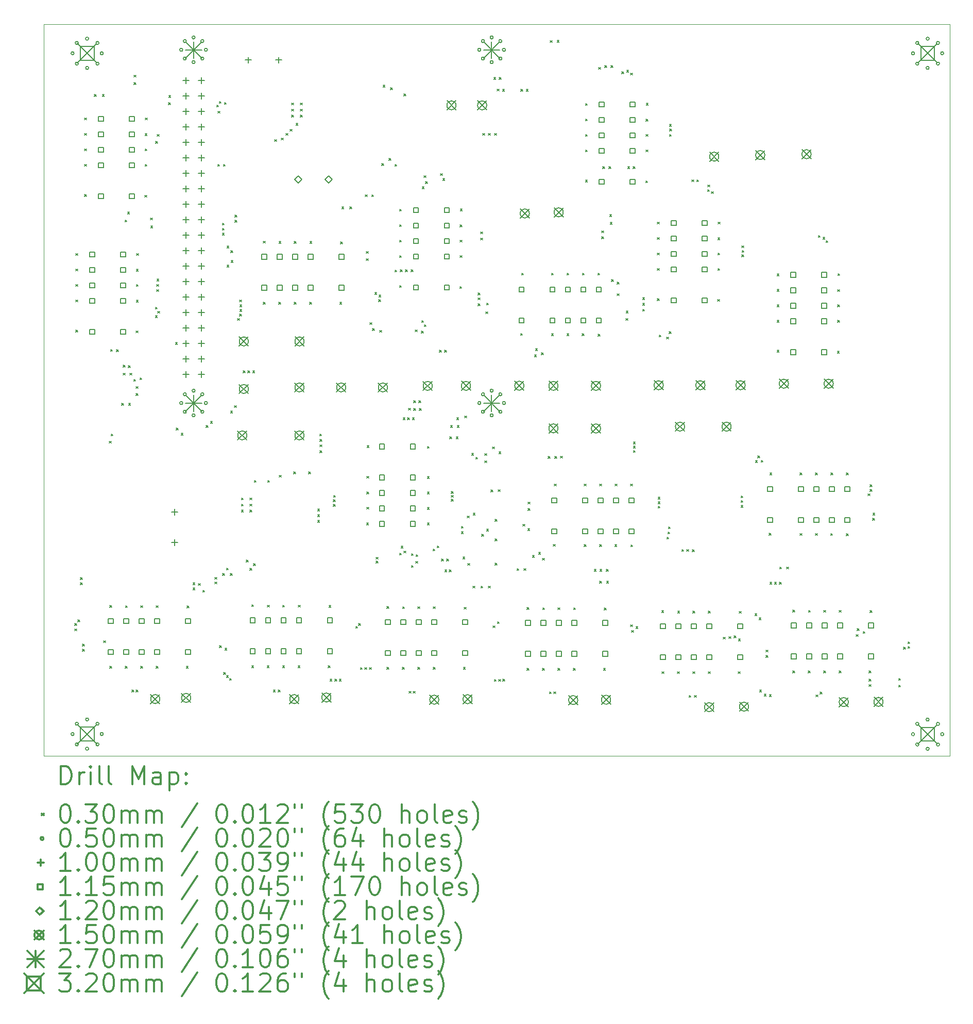
<source format=gbr>
%FSLAX45Y45*%
G04 Gerber Fmt 4.5, Leading zero omitted, Abs format (unit mm)*
G04 Created by KiCad (PCBNEW 5.1.6-c6e7f7d~86~ubuntu18.04.1) date 2020-05-28 18:16:53*
%MOMM*%
%LPD*%
G01*
G04 APERTURE LIST*
%TA.AperFunction,Profile*%
%ADD10C,0.050000*%
%TD*%
%ADD11C,0.200000*%
%ADD12C,0.300000*%
G04 APERTURE END LIST*
D10*
X3754000Y-2792000D02*
X3754000Y-14805000D01*
X18646000Y-2792000D02*
X3754000Y-2792000D01*
X18646000Y-14805000D02*
X18646000Y-2792000D01*
X3754000Y-14805000D02*
X18646000Y-14805000D01*
D11*
X4267000Y-12633000D02*
X4297000Y-12663000D01*
X4297000Y-12633000D02*
X4267000Y-12663000D01*
X4267000Y-12723000D02*
X4297000Y-12753000D01*
X4297000Y-12723000D02*
X4267000Y-12753000D01*
X4314000Y-12571000D02*
X4344000Y-12601000D01*
X4344000Y-12571000D02*
X4314000Y-12601000D01*
X4359000Y-11877000D02*
X4389000Y-11907000D01*
X4389000Y-11877000D02*
X4359000Y-11907000D01*
X4359000Y-11965000D02*
X4389000Y-11995000D01*
X4389000Y-11965000D02*
X4359000Y-11995000D01*
X4392000Y-12971000D02*
X4422000Y-13001000D01*
X4422000Y-12971000D02*
X4392000Y-13001000D01*
X4392000Y-13056000D02*
X4422000Y-13086000D01*
X4422000Y-13056000D02*
X4392000Y-13086000D01*
X4589000Y-3944000D02*
X4619000Y-3974000D01*
X4619000Y-3944000D02*
X4589000Y-3974000D01*
X4720000Y-3945000D02*
X4750000Y-3975000D01*
X4750000Y-3945000D02*
X4720000Y-3975000D01*
X4739000Y-12917000D02*
X4769000Y-12947000D01*
X4769000Y-12917000D02*
X4739000Y-12947000D01*
X4831000Y-9638000D02*
X4861000Y-9668000D01*
X4861000Y-9638000D02*
X4831000Y-9668000D01*
X4854000Y-8134000D02*
X4884000Y-8164000D01*
X4884000Y-8134000D02*
X4854000Y-8164000D01*
X4864000Y-9521000D02*
X4894000Y-9551000D01*
X4894000Y-9521000D02*
X4864000Y-9551000D01*
X4953000Y-8135000D02*
X4983000Y-8165000D01*
X4983000Y-8135000D02*
X4953000Y-8165000D01*
X5035500Y-9016500D02*
X5065500Y-9046500D01*
X5065500Y-9016500D02*
X5035500Y-9046500D01*
X5062000Y-8390000D02*
X5092000Y-8420000D01*
X5092000Y-8390000D02*
X5062000Y-8420000D01*
X5063000Y-8521000D02*
X5093000Y-8551000D01*
X5093000Y-8521000D02*
X5063000Y-8551000D01*
X5091000Y-6006000D02*
X5121000Y-6036000D01*
X5121000Y-6006000D02*
X5091000Y-6036000D01*
X5135000Y-5877000D02*
X5165000Y-5907000D01*
X5165000Y-5877000D02*
X5135000Y-5907000D01*
X5148000Y-8400000D02*
X5178000Y-8430000D01*
X5178000Y-8400000D02*
X5148000Y-8430000D01*
X5149000Y-9017000D02*
X5179000Y-9047000D01*
X5179000Y-9017000D02*
X5149000Y-9047000D01*
X5173000Y-8521000D02*
X5203000Y-8551000D01*
X5203000Y-8521000D02*
X5173000Y-8551000D01*
X5205400Y-13724600D02*
X5235400Y-13754600D01*
X5235400Y-13724600D02*
X5205400Y-13754600D01*
X5233000Y-8623000D02*
X5263000Y-8653000D01*
X5263000Y-8623000D02*
X5233000Y-8653000D01*
X5237000Y-3753000D02*
X5267000Y-3783000D01*
X5267000Y-3753000D02*
X5237000Y-3783000D01*
X5238000Y-3628000D02*
X5268000Y-3658000D01*
X5268000Y-3628000D02*
X5238000Y-3658000D01*
X5273400Y-13724600D02*
X5303400Y-13754600D01*
X5303400Y-13724600D02*
X5273400Y-13754600D01*
X5275000Y-8743000D02*
X5305000Y-8773000D01*
X5305000Y-8743000D02*
X5275000Y-8773000D01*
X5275000Y-8855000D02*
X5305000Y-8885000D01*
X5305000Y-8855000D02*
X5275000Y-8885000D01*
X5336000Y-8599000D02*
X5366000Y-8629000D01*
X5366000Y-8599000D02*
X5336000Y-8629000D01*
X5512000Y-5972000D02*
X5542000Y-6002000D01*
X5542000Y-5972000D02*
X5512000Y-6002000D01*
X5515000Y-6103000D02*
X5545000Y-6133000D01*
X5545000Y-6103000D02*
X5515000Y-6133000D01*
X5590000Y-7440000D02*
X5620000Y-7470000D01*
X5620000Y-7440000D02*
X5590000Y-7470000D01*
X5590000Y-7579000D02*
X5620000Y-7609000D01*
X5620000Y-7579000D02*
X5590000Y-7609000D01*
X5594000Y-4716000D02*
X5624000Y-4746000D01*
X5624000Y-4716000D02*
X5594000Y-4746000D01*
X5613000Y-7067000D02*
X5643000Y-7097000D01*
X5643000Y-7067000D02*
X5613000Y-7097000D01*
X5613000Y-7149000D02*
X5643000Y-7179000D01*
X5643000Y-7149000D02*
X5613000Y-7179000D01*
X5614000Y-6975000D02*
X5644000Y-7005000D01*
X5644000Y-6975000D02*
X5614000Y-7005000D01*
X5618000Y-4600000D02*
X5648000Y-4630000D01*
X5648000Y-4600000D02*
X5618000Y-4630000D01*
X5629000Y-7507000D02*
X5659000Y-7537000D01*
X5659000Y-7507000D02*
X5629000Y-7537000D01*
X5808000Y-4079000D02*
X5838000Y-4109000D01*
X5838000Y-4079000D02*
X5808000Y-4109000D01*
X5810000Y-3962000D02*
X5840000Y-3992000D01*
X5840000Y-3962000D02*
X5810000Y-3992000D01*
X5920000Y-8017000D02*
X5950000Y-8047000D01*
X5950000Y-8017000D02*
X5920000Y-8047000D01*
X5932000Y-9423000D02*
X5962000Y-9453000D01*
X5962000Y-9423000D02*
X5932000Y-9453000D01*
X6013000Y-9506000D02*
X6043000Y-9536000D01*
X6043000Y-9506000D02*
X6013000Y-9536000D01*
X6207000Y-12049000D02*
X6237000Y-12079000D01*
X6237000Y-12049000D02*
X6207000Y-12079000D01*
X6210000Y-11965000D02*
X6240000Y-11995000D01*
X6240000Y-11965000D02*
X6210000Y-11995000D01*
X6299000Y-11978000D02*
X6329000Y-12008000D01*
X6329000Y-11978000D02*
X6299000Y-12008000D01*
X6370000Y-12086000D02*
X6400000Y-12116000D01*
X6400000Y-12086000D02*
X6370000Y-12116000D01*
X6422000Y-9382000D02*
X6452000Y-9412000D01*
X6452000Y-9382000D02*
X6422000Y-9412000D01*
X6497000Y-9314000D02*
X6527000Y-9344000D01*
X6527000Y-9314000D02*
X6497000Y-9344000D01*
X6569000Y-11876000D02*
X6599000Y-11906000D01*
X6599000Y-11876000D02*
X6569000Y-11906000D01*
X6569000Y-11952000D02*
X6599000Y-11982000D01*
X6599000Y-11952000D02*
X6569000Y-11982000D01*
X6596000Y-4121000D02*
X6626000Y-4151000D01*
X6626000Y-4121000D02*
X6596000Y-4151000D01*
X6613000Y-5094000D02*
X6643000Y-5124000D01*
X6643000Y-5094000D02*
X6613000Y-5124000D01*
X6620000Y-4219000D02*
X6650000Y-4249000D01*
X6650000Y-4219000D02*
X6620000Y-4249000D01*
X6641000Y-4058000D02*
X6671000Y-4088000D01*
X6671000Y-4058000D02*
X6641000Y-4088000D01*
X6643000Y-12995000D02*
X6673000Y-13025000D01*
X6673000Y-12995000D02*
X6643000Y-13025000D01*
X6690000Y-6059000D02*
X6720000Y-6089000D01*
X6720000Y-6059000D02*
X6690000Y-6089000D01*
X6690000Y-6142000D02*
X6720000Y-6172000D01*
X6720000Y-6142000D02*
X6690000Y-6172000D01*
X6690000Y-6224000D02*
X6720000Y-6254000D01*
X6720000Y-6224000D02*
X6690000Y-6254000D01*
X6696000Y-11811000D02*
X6726000Y-11841000D01*
X6726000Y-11811000D02*
X6696000Y-11841000D01*
X6707000Y-5094000D02*
X6737000Y-5124000D01*
X6737000Y-5094000D02*
X6707000Y-5124000D01*
X6714000Y-13437000D02*
X6744000Y-13467000D01*
X6744000Y-13437000D02*
X6714000Y-13467000D01*
X6723000Y-4078000D02*
X6753000Y-4108000D01*
X6753000Y-4078000D02*
X6723000Y-4108000D01*
X6732000Y-13038000D02*
X6762000Y-13068000D01*
X6762000Y-13038000D02*
X6732000Y-13068000D01*
X6759000Y-11724000D02*
X6789000Y-11754000D01*
X6789000Y-11724000D02*
X6759000Y-11754000D01*
X6760000Y-13488000D02*
X6790000Y-13518000D01*
X6790000Y-13488000D02*
X6760000Y-13518000D01*
X6769000Y-6433000D02*
X6799000Y-6463000D01*
X6799000Y-6433000D02*
X6769000Y-6463000D01*
X6769000Y-6746000D02*
X6799000Y-6776000D01*
X6799000Y-6746000D02*
X6769000Y-6776000D01*
X6811000Y-13536000D02*
X6841000Y-13566000D01*
X6841000Y-13536000D02*
X6811000Y-13566000D01*
X6822000Y-11811000D02*
X6852000Y-11841000D01*
X6852000Y-11811000D02*
X6822000Y-11841000D01*
X6825000Y-9142000D02*
X6855000Y-9172000D01*
X6855000Y-9142000D02*
X6825000Y-9172000D01*
X6830000Y-6513000D02*
X6860000Y-6543000D01*
X6860000Y-6513000D02*
X6830000Y-6543000D01*
X6834000Y-6673000D02*
X6864000Y-6703000D01*
X6864000Y-6673000D02*
X6834000Y-6703000D01*
X6891000Y-9056000D02*
X6921000Y-9086000D01*
X6921000Y-9056000D02*
X6891000Y-9086000D01*
X6897000Y-6011000D02*
X6927000Y-6041000D01*
X6927000Y-6011000D02*
X6897000Y-6041000D01*
X6898000Y-5926000D02*
X6928000Y-5956000D01*
X6928000Y-5926000D02*
X6898000Y-5956000D01*
X6941000Y-7626000D02*
X6971000Y-7656000D01*
X6971000Y-7626000D02*
X6941000Y-7656000D01*
X6975000Y-7319000D02*
X7005000Y-7349000D01*
X7005000Y-7319000D02*
X6975000Y-7349000D01*
X6976000Y-7554000D02*
X7006000Y-7584000D01*
X7006000Y-7554000D02*
X6976000Y-7584000D01*
X6977000Y-7474000D02*
X7007000Y-7504000D01*
X7007000Y-7474000D02*
X6977000Y-7504000D01*
X6978000Y-7398000D02*
X7008000Y-7428000D01*
X7008000Y-7398000D02*
X6978000Y-7428000D01*
X7033000Y-8482000D02*
X7063000Y-8512000D01*
X7063000Y-8482000D02*
X7033000Y-8512000D01*
X7083000Y-11593000D02*
X7113000Y-11623000D01*
X7113000Y-11593000D02*
X7083000Y-11623000D01*
X7108000Y-8483000D02*
X7138000Y-8513000D01*
X7138000Y-8483000D02*
X7108000Y-8513000D01*
X7145000Y-11725000D02*
X7175000Y-11755000D01*
X7175000Y-11725000D02*
X7145000Y-11755000D01*
X7190000Y-8483000D02*
X7220000Y-8513000D01*
X7220000Y-8483000D02*
X7190000Y-8513000D01*
X7205000Y-11648000D02*
X7235000Y-11678000D01*
X7235000Y-11648000D02*
X7205000Y-11678000D01*
X7215300Y-10284700D02*
X7245300Y-10314700D01*
X7245300Y-10284700D02*
X7215300Y-10314700D01*
X7434300Y-10284700D02*
X7464300Y-10314700D01*
X7464300Y-10284700D02*
X7434300Y-10314700D01*
X7529000Y-13724000D02*
X7559000Y-13754000D01*
X7559000Y-13724000D02*
X7529000Y-13754000D01*
X7549250Y-4685750D02*
X7579250Y-4715750D01*
X7579250Y-4685750D02*
X7549250Y-4715750D01*
X7609000Y-13724000D02*
X7639000Y-13754000D01*
X7639000Y-13724000D02*
X7609000Y-13754000D01*
X7624650Y-10198650D02*
X7654650Y-10228650D01*
X7654650Y-10198650D02*
X7624650Y-10228650D01*
X7660000Y-4662000D02*
X7690000Y-4692000D01*
X7690000Y-4662000D02*
X7660000Y-4692000D01*
X7735000Y-4586000D02*
X7765000Y-4616000D01*
X7765000Y-4586000D02*
X7735000Y-4616000D01*
X7804000Y-4517000D02*
X7834000Y-4547000D01*
X7834000Y-4517000D02*
X7804000Y-4547000D01*
X7862550Y-10141450D02*
X7892550Y-10171450D01*
X7892550Y-10141450D02*
X7862550Y-10171450D01*
X7902000Y-4421000D02*
X7932000Y-4451000D01*
X7932000Y-4421000D02*
X7902000Y-4451000D01*
X8109550Y-10141450D02*
X8139550Y-10171450D01*
X8139550Y-10141450D02*
X8109550Y-10171450D01*
X8257000Y-10755000D02*
X8287000Y-10785000D01*
X8287000Y-10755000D02*
X8257000Y-10785000D01*
X8257000Y-10848000D02*
X8287000Y-10878000D01*
X8287000Y-10848000D02*
X8257000Y-10878000D01*
X8257000Y-10937000D02*
X8287000Y-10967000D01*
X8287000Y-10937000D02*
X8257000Y-10967000D01*
X8292000Y-9522000D02*
X8322000Y-9552000D01*
X8322000Y-9522000D02*
X8292000Y-9552000D01*
X8294000Y-9612000D02*
X8324000Y-9642000D01*
X8324000Y-9612000D02*
X8294000Y-9642000D01*
X8296000Y-9698000D02*
X8326000Y-9728000D01*
X8326000Y-9698000D02*
X8296000Y-9728000D01*
X8296000Y-9796000D02*
X8326000Y-9826000D01*
X8326000Y-9796000D02*
X8296000Y-9826000D01*
X8461000Y-13548000D02*
X8491000Y-13578000D01*
X8491000Y-13548000D02*
X8461000Y-13578000D01*
X8517000Y-10600000D02*
X8547000Y-10630000D01*
X8547000Y-10600000D02*
X8517000Y-10630000D01*
X8517600Y-10678400D02*
X8547600Y-10708400D01*
X8547600Y-10678400D02*
X8517600Y-10708400D01*
X8518000Y-10530000D02*
X8548000Y-10560000D01*
X8548000Y-10530000D02*
X8518000Y-10560000D01*
X8540000Y-13549000D02*
X8570000Y-13579000D01*
X8570000Y-13549000D02*
X8540000Y-13579000D01*
X8614000Y-13549000D02*
X8644000Y-13579000D01*
X8644000Y-13549000D02*
X8614000Y-13579000D01*
X8657000Y-5790000D02*
X8687000Y-5820000D01*
X8687000Y-5790000D02*
X8657000Y-5820000D01*
X8785000Y-5792000D02*
X8815000Y-5822000D01*
X8815000Y-5792000D02*
X8785000Y-5822000D01*
X8883000Y-12678000D02*
X8913000Y-12708000D01*
X8913000Y-12678000D02*
X8883000Y-12708000D01*
X8928500Y-12632500D02*
X8958500Y-12662500D01*
X8958500Y-12632500D02*
X8928500Y-12662500D01*
X8960000Y-13355000D02*
X8990000Y-13385000D01*
X8990000Y-13355000D02*
X8960000Y-13385000D01*
X9032000Y-13355000D02*
X9062000Y-13385000D01*
X9062000Y-13355000D02*
X9032000Y-13385000D01*
X9041500Y-5593500D02*
X9071500Y-5623500D01*
X9071500Y-5593500D02*
X9041500Y-5623500D01*
X9057000Y-6522000D02*
X9087000Y-6552000D01*
X9087000Y-6522000D02*
X9057000Y-6552000D01*
X9057000Y-6643000D02*
X9087000Y-6673000D01*
X9087000Y-6643000D02*
X9057000Y-6673000D01*
X9108000Y-13355000D02*
X9138000Y-13385000D01*
X9138000Y-13355000D02*
X9108000Y-13385000D01*
X9118000Y-7694000D02*
X9148000Y-7724000D01*
X9148000Y-7694000D02*
X9118000Y-7724000D01*
X9147000Y-5593000D02*
X9177000Y-5623000D01*
X9177000Y-5593000D02*
X9147000Y-5623000D01*
X9160000Y-7788000D02*
X9190000Y-7818000D01*
X9190000Y-7788000D02*
X9160000Y-7818000D01*
X9197000Y-7196000D02*
X9227000Y-7226000D01*
X9227000Y-7196000D02*
X9197000Y-7226000D01*
X9219800Y-11544200D02*
X9249800Y-11574200D01*
X9249800Y-11544200D02*
X9219800Y-11574200D01*
X9219800Y-11608200D02*
X9249800Y-11638200D01*
X9249800Y-11608200D02*
X9219800Y-11638200D01*
X9260000Y-7314000D02*
X9290000Y-7344000D01*
X9290000Y-7314000D02*
X9260000Y-7344000D01*
X9263000Y-7237000D02*
X9293000Y-7267000D01*
X9293000Y-7237000D02*
X9263000Y-7267000D01*
X9276000Y-7818000D02*
X9306000Y-7848000D01*
X9306000Y-7818000D02*
X9276000Y-7848000D01*
X9312000Y-5082000D02*
X9342000Y-5112000D01*
X9342000Y-5082000D02*
X9312000Y-5112000D01*
X9332500Y-3794500D02*
X9362500Y-3824500D01*
X9362500Y-3794500D02*
X9332500Y-3824500D01*
X9429000Y-4994000D02*
X9459000Y-5024000D01*
X9459000Y-4994000D02*
X9429000Y-5024000D01*
X9455375Y-3834625D02*
X9485375Y-3864625D01*
X9485375Y-3834625D02*
X9455375Y-3864625D01*
X9528000Y-5094000D02*
X9558000Y-5124000D01*
X9558000Y-5094000D02*
X9528000Y-5124000D01*
X9529000Y-6827000D02*
X9559000Y-6857000D01*
X9559000Y-6827000D02*
X9529000Y-6857000D01*
X9602000Y-11476000D02*
X9632000Y-11506000D01*
X9632000Y-11476000D02*
X9602000Y-11506000D01*
X9618000Y-6826000D02*
X9648000Y-6856000D01*
X9648000Y-6826000D02*
X9618000Y-6856000D01*
X9628000Y-11361000D02*
X9658000Y-11391000D01*
X9658000Y-11361000D02*
X9628000Y-11391000D01*
X9663000Y-9253000D02*
X9693000Y-9283000D01*
X9693000Y-9253000D02*
X9663000Y-9283000D01*
X9674750Y-3936250D02*
X9704750Y-3966250D01*
X9704750Y-3936250D02*
X9674750Y-3966250D01*
X9675000Y-11444000D02*
X9705000Y-11474000D01*
X9705000Y-11444000D02*
X9675000Y-11474000D01*
X9700000Y-6826000D02*
X9730000Y-6856000D01*
X9730000Y-6826000D02*
X9700000Y-6856000D01*
X9736000Y-9255400D02*
X9766000Y-9285400D01*
X9766000Y-9255400D02*
X9736000Y-9285400D01*
X9750000Y-9097000D02*
X9780000Y-9127000D01*
X9780000Y-9097000D02*
X9750000Y-9127000D01*
X9761000Y-13744000D02*
X9791000Y-13774000D01*
X9791000Y-13744000D02*
X9761000Y-13774000D01*
X9793000Y-6824000D02*
X9823000Y-6854000D01*
X9823000Y-6824000D02*
X9793000Y-6854000D01*
X9797000Y-11487000D02*
X9827000Y-11517000D01*
X9827000Y-11487000D02*
X9797000Y-11517000D01*
X9797000Y-11681000D02*
X9827000Y-11711000D01*
X9827000Y-11681000D02*
X9797000Y-11711000D01*
X9813600Y-9255400D02*
X9843600Y-9285400D01*
X9843600Y-9255400D02*
X9813600Y-9285400D01*
X9828000Y-13744000D02*
X9858000Y-13774000D01*
X9858000Y-13744000D02*
X9828000Y-13774000D01*
X9836000Y-8975000D02*
X9866000Y-9005000D01*
X9866000Y-8975000D02*
X9836000Y-9005000D01*
X9838000Y-9100000D02*
X9868000Y-9130000D01*
X9868000Y-9100000D02*
X9838000Y-9130000D01*
X9859500Y-7812500D02*
X9889500Y-7842500D01*
X9889500Y-7812500D02*
X9859500Y-7842500D01*
X9868000Y-11611000D02*
X9898000Y-11641000D01*
X9898000Y-11611000D02*
X9868000Y-11641000D01*
X9876000Y-11503000D02*
X9906000Y-11533000D01*
X9906000Y-11503000D02*
X9876000Y-11533000D01*
X9920000Y-8975000D02*
X9950000Y-9005000D01*
X9950000Y-8975000D02*
X9920000Y-9005000D01*
X9929000Y-9100000D02*
X9959000Y-9130000D01*
X9959000Y-9100000D02*
X9929000Y-9130000D01*
X9962000Y-7830000D02*
X9992000Y-7860000D01*
X9992000Y-7830000D02*
X9962000Y-7860000D01*
X9969400Y-7658600D02*
X9999400Y-7688600D01*
X9999400Y-7658600D02*
X9969400Y-7688600D01*
X9975000Y-5462000D02*
X10005000Y-5492000D01*
X10005000Y-5462000D02*
X9975000Y-5492000D01*
X10005000Y-5280000D02*
X10035000Y-5310000D01*
X10035000Y-5280000D02*
X10005000Y-5310000D01*
X10009000Y-7725000D02*
X10039000Y-7755000D01*
X10039000Y-7725000D02*
X10009000Y-7755000D01*
X10030000Y-5375000D02*
X10060000Y-5405000D01*
X10060000Y-5375000D02*
X10030000Y-5405000D01*
X10153500Y-11407500D02*
X10183500Y-11437500D01*
X10183500Y-11407500D02*
X10153500Y-11437500D01*
X10223000Y-11357000D02*
X10253000Y-11387000D01*
X10253000Y-11357000D02*
X10223000Y-11387000D01*
X10260000Y-8146000D02*
X10290000Y-8176000D01*
X10290000Y-8146000D02*
X10260000Y-8176000D01*
X10277000Y-5246000D02*
X10307000Y-5276000D01*
X10307000Y-5246000D02*
X10277000Y-5276000D01*
X10292000Y-11575000D02*
X10322000Y-11605000D01*
X10322000Y-11575000D02*
X10292000Y-11605000D01*
X10314000Y-5325000D02*
X10344000Y-5355000D01*
X10344000Y-5325000D02*
X10314000Y-5355000D01*
X10344600Y-8146400D02*
X10374600Y-8176400D01*
X10374600Y-8146400D02*
X10344600Y-8176400D01*
X10347000Y-11754000D02*
X10377000Y-11784000D01*
X10377000Y-11754000D02*
X10347000Y-11784000D01*
X10377000Y-11575000D02*
X10407000Y-11605000D01*
X10407000Y-11575000D02*
X10377000Y-11605000D01*
X10420000Y-11754000D02*
X10450000Y-11784000D01*
X10450000Y-11754000D02*
X10420000Y-11784000D01*
X10429000Y-9567000D02*
X10459000Y-9597000D01*
X10459000Y-9567000D02*
X10429000Y-9597000D01*
X10443000Y-9382000D02*
X10473000Y-9412000D01*
X10473000Y-9382000D02*
X10443000Y-9412000D01*
X10452800Y-10467200D02*
X10482800Y-10497200D01*
X10482800Y-10467200D02*
X10452800Y-10497200D01*
X10452800Y-10530200D02*
X10482800Y-10560200D01*
X10482800Y-10530200D02*
X10452800Y-10560200D01*
X10452800Y-10594200D02*
X10482800Y-10624200D01*
X10482800Y-10594200D02*
X10452800Y-10624200D01*
X10533500Y-9568500D02*
X10563500Y-9598500D01*
X10563500Y-9568500D02*
X10533500Y-9598500D01*
X10542000Y-9253000D02*
X10572000Y-9283000D01*
X10572000Y-9253000D02*
X10542000Y-9283000D01*
X10553000Y-9381000D02*
X10583000Y-9411000D01*
X10583000Y-9381000D02*
X10553000Y-9411000D01*
X10621000Y-11038000D02*
X10651000Y-11068000D01*
X10651000Y-11038000D02*
X10621000Y-11068000D01*
X10621000Y-11124000D02*
X10651000Y-11154000D01*
X10651000Y-11124000D02*
X10621000Y-11154000D01*
X10645250Y-11541250D02*
X10675250Y-11571250D01*
X10675250Y-11541250D02*
X10645250Y-11571250D01*
X10674000Y-9223000D02*
X10704000Y-9253000D01*
X10704000Y-9223000D02*
X10674000Y-9253000D01*
X10717000Y-10867000D02*
X10747000Y-10897000D01*
X10747000Y-10867000D02*
X10717000Y-10897000D01*
X10725500Y-11647500D02*
X10755500Y-11677500D01*
X10755500Y-11647500D02*
X10725500Y-11677500D01*
X10787000Y-9840000D02*
X10817000Y-9870000D01*
X10817000Y-9840000D02*
X10787000Y-9870000D01*
X10808000Y-12017000D02*
X10838000Y-12047000D01*
X10838000Y-12017000D02*
X10808000Y-12047000D01*
X10816000Y-10820000D02*
X10846000Y-10850000D01*
X10846000Y-10820000D02*
X10816000Y-10850000D01*
X10856000Y-9900000D02*
X10886000Y-9930000D01*
X10886000Y-9900000D02*
X10856000Y-9930000D01*
X10894000Y-7203000D02*
X10924000Y-7233000D01*
X10924000Y-7203000D02*
X10894000Y-7233000D01*
X10894000Y-7381000D02*
X10924000Y-7411000D01*
X10924000Y-7381000D02*
X10894000Y-7411000D01*
X10896000Y-7286000D02*
X10926000Y-7316000D01*
X10926000Y-7286000D02*
X10896000Y-7316000D01*
X10939000Y-6202000D02*
X10969000Y-6232000D01*
X10969000Y-6202000D02*
X10939000Y-6232000D01*
X10939000Y-6302000D02*
X10969000Y-6332000D01*
X10969000Y-6302000D02*
X10939000Y-6332000D01*
X10940000Y-12019000D02*
X10970000Y-12049000D01*
X10970000Y-12019000D02*
X10940000Y-12049000D01*
X10952000Y-11168000D02*
X10982000Y-11198000D01*
X10982000Y-11168000D02*
X10952000Y-11198000D01*
X10972000Y-4584000D02*
X11002000Y-4614000D01*
X11002000Y-4584000D02*
X10972000Y-4614000D01*
X11002500Y-9962500D02*
X11032500Y-9992500D01*
X11032500Y-9962500D02*
X11002500Y-9992500D01*
X11005000Y-9842000D02*
X11035000Y-9872000D01*
X11035000Y-9842000D02*
X11005000Y-9872000D01*
X11020000Y-7514000D02*
X11050000Y-7544000D01*
X11050000Y-7514000D02*
X11020000Y-7544000D01*
X11036000Y-7372000D02*
X11066000Y-7402000D01*
X11066000Y-7372000D02*
X11036000Y-7402000D01*
X11036000Y-11083000D02*
X11066000Y-11113000D01*
X11066000Y-11083000D02*
X11036000Y-11113000D01*
X11062000Y-4585000D02*
X11092000Y-4615000D01*
X11092000Y-4585000D02*
X11062000Y-4615000D01*
X11065000Y-12018000D02*
X11095000Y-12048000D01*
X11095000Y-12018000D02*
X11065000Y-12048000D01*
X11108000Y-10439000D02*
X11138000Y-10469000D01*
X11138000Y-10439000D02*
X11108000Y-10469000D01*
X11131000Y-9733000D02*
X11161000Y-9763000D01*
X11161000Y-9733000D02*
X11131000Y-9763000D01*
X11139000Y-12669000D02*
X11169000Y-12699000D01*
X11169000Y-12669000D02*
X11139000Y-12699000D01*
X11152000Y-3668000D02*
X11182000Y-3698000D01*
X11182000Y-3668000D02*
X11152000Y-3698000D01*
X11161000Y-13550000D02*
X11191000Y-13580000D01*
X11191000Y-13550000D02*
X11161000Y-13580000D01*
X11165000Y-4584000D02*
X11195000Y-4614000D01*
X11195000Y-4584000D02*
X11165000Y-4614000D01*
X11173000Y-11245000D02*
X11203000Y-11275000D01*
X11203000Y-11245000D02*
X11173000Y-11275000D01*
X11173000Y-11644000D02*
X11203000Y-11674000D01*
X11203000Y-11644000D02*
X11173000Y-11674000D01*
X11175000Y-10922000D02*
X11205000Y-10952000D01*
X11205000Y-10922000D02*
X11175000Y-10952000D01*
X11206000Y-3858000D02*
X11236000Y-3888000D01*
X11236000Y-3858000D02*
X11206000Y-3888000D01*
X11211000Y-12604000D02*
X11241000Y-12634000D01*
X11241000Y-12604000D02*
X11211000Y-12634000D01*
X11223000Y-10437000D02*
X11253000Y-10467000D01*
X11253000Y-10437000D02*
X11223000Y-10467000D01*
X11233000Y-13551000D02*
X11263000Y-13581000D01*
X11263000Y-13551000D02*
X11233000Y-13581000D01*
X11237000Y-9811000D02*
X11267000Y-9841000D01*
X11267000Y-9811000D02*
X11237000Y-9841000D01*
X11244000Y-3668000D02*
X11274000Y-3698000D01*
X11274000Y-3668000D02*
X11244000Y-3698000D01*
X11297000Y-3859000D02*
X11327000Y-3889000D01*
X11327000Y-3859000D02*
X11297000Y-3889000D01*
X11300000Y-13549000D02*
X11330000Y-13579000D01*
X11330000Y-13549000D02*
X11300000Y-13579000D01*
X11535000Y-11732000D02*
X11565000Y-11762000D01*
X11565000Y-11732000D02*
X11535000Y-11762000D01*
X11598000Y-3859000D02*
X11628000Y-3889000D01*
X11628000Y-3859000D02*
X11598000Y-3889000D01*
X11631000Y-11003000D02*
X11661000Y-11033000D01*
X11661000Y-11003000D02*
X11631000Y-11033000D01*
X11646000Y-11730000D02*
X11676000Y-11760000D01*
X11676000Y-11730000D02*
X11646000Y-11760000D01*
X11688000Y-3859000D02*
X11718000Y-3889000D01*
X11718000Y-3859000D02*
X11688000Y-3889000D01*
X11713000Y-11076000D02*
X11743000Y-11106000D01*
X11743000Y-11076000D02*
X11713000Y-11106000D01*
X11714000Y-10640000D02*
X11744000Y-10670000D01*
X11744000Y-10640000D02*
X11714000Y-10670000D01*
X11715000Y-10743000D02*
X11745000Y-10773000D01*
X11745000Y-10743000D02*
X11715000Y-10773000D01*
X11788000Y-11514500D02*
X11818000Y-11544500D01*
X11818000Y-11514500D02*
X11788000Y-11544500D01*
X11821000Y-8219000D02*
X11851000Y-8249000D01*
X11851000Y-8219000D02*
X11821000Y-8249000D01*
X11840500Y-8117500D02*
X11870500Y-8147500D01*
X11870500Y-8117500D02*
X11840500Y-8147500D01*
X11889000Y-11462000D02*
X11919000Y-11492000D01*
X11919000Y-11462000D02*
X11889000Y-11492000D01*
X11936000Y-8187000D02*
X11966000Y-8217000D01*
X11966000Y-8187000D02*
X11936000Y-8217000D01*
X11952000Y-11560000D02*
X11982000Y-11590000D01*
X11982000Y-11560000D02*
X11952000Y-11590000D01*
X12048000Y-9887000D02*
X12078000Y-9917000D01*
X12078000Y-9887000D02*
X12048000Y-9917000D01*
X12065600Y-13753400D02*
X12095600Y-13783400D01*
X12095600Y-13753400D02*
X12065600Y-13783400D01*
X12078000Y-3060000D02*
X12108000Y-3090000D01*
X12108000Y-3060000D02*
X12078000Y-3090000D01*
X12138600Y-13753400D02*
X12168600Y-13783400D01*
X12168600Y-13753400D02*
X12138600Y-13783400D01*
X12155000Y-9887000D02*
X12185000Y-9917000D01*
X12185000Y-9887000D02*
X12155000Y-9917000D01*
X12193000Y-3056000D02*
X12223000Y-3086000D01*
X12223000Y-3056000D02*
X12193000Y-3086000D01*
X12251000Y-9885000D02*
X12281000Y-9915000D01*
X12281000Y-9885000D02*
X12251000Y-9915000D01*
X12802000Y-11742000D02*
X12832000Y-11772000D01*
X12832000Y-11742000D02*
X12802000Y-11772000D01*
X12877000Y-3500000D02*
X12907000Y-3530000D01*
X12907000Y-3500000D02*
X12877000Y-3530000D01*
X12895000Y-11936000D02*
X12925000Y-11966000D01*
X12925000Y-11936000D02*
X12895000Y-11966000D01*
X12896000Y-11742000D02*
X12926000Y-11772000D01*
X12926000Y-11742000D02*
X12896000Y-11772000D01*
X12925000Y-6185000D02*
X12955000Y-6215000D01*
X12955000Y-6185000D02*
X12925000Y-6215000D01*
X12927000Y-6281000D02*
X12957000Y-6311000D01*
X12957000Y-6281000D02*
X12927000Y-6311000D01*
X12944000Y-5129000D02*
X12974000Y-5159000D01*
X12974000Y-5129000D02*
X12944000Y-5159000D01*
X12976000Y-3472000D02*
X13006000Y-3502000D01*
X13006000Y-3472000D02*
X12976000Y-3502000D01*
X13003200Y-11743800D02*
X13033200Y-11773800D01*
X13033200Y-11743800D02*
X13003200Y-11773800D01*
X13006000Y-11937000D02*
X13036000Y-11967000D01*
X13036000Y-11937000D02*
X13006000Y-11967000D01*
X13043000Y-5130000D02*
X13073000Y-5160000D01*
X13073000Y-5130000D02*
X13043000Y-5160000D01*
X13057000Y-5920000D02*
X13087000Y-5950000D01*
X13087000Y-5920000D02*
X13057000Y-5950000D01*
X13067000Y-6047000D02*
X13097000Y-6077000D01*
X13097000Y-6047000D02*
X13067000Y-6077000D01*
X13080000Y-3470000D02*
X13110000Y-3500000D01*
X13110000Y-3470000D02*
X13080000Y-3500000D01*
X13086000Y-6983000D02*
X13116000Y-7013000D01*
X13116000Y-6983000D02*
X13086000Y-7013000D01*
X13179000Y-7029000D02*
X13209000Y-7059000D01*
X13209000Y-7029000D02*
X13179000Y-7059000D01*
X13181000Y-7217000D02*
X13211000Y-7247000D01*
X13211000Y-7217000D02*
X13181000Y-7247000D01*
X13257000Y-3573000D02*
X13287000Y-3603000D01*
X13287000Y-3573000D02*
X13257000Y-3603000D01*
X13324200Y-7625800D02*
X13354200Y-7655800D01*
X13354200Y-7625800D02*
X13324200Y-7655800D01*
X13327000Y-7503000D02*
X13357000Y-7533000D01*
X13357000Y-7503000D02*
X13327000Y-7533000D01*
X13336000Y-3547000D02*
X13366000Y-3577000D01*
X13366000Y-3547000D02*
X13336000Y-3577000D01*
X13354000Y-5130000D02*
X13384000Y-5160000D01*
X13384000Y-5130000D02*
X13354000Y-5160000D01*
X13400000Y-12653000D02*
X13430000Y-12683000D01*
X13430000Y-12653000D02*
X13400000Y-12683000D01*
X13403000Y-3593000D02*
X13433000Y-3623000D01*
X13433000Y-3593000D02*
X13403000Y-3623000D01*
X13418000Y-12747000D02*
X13448000Y-12777000D01*
X13448000Y-12747000D02*
X13418000Y-12777000D01*
X13443000Y-5130000D02*
X13473000Y-5160000D01*
X13473000Y-5130000D02*
X13443000Y-5160000D01*
X13445800Y-9652200D02*
X13475800Y-9682200D01*
X13475800Y-9652200D02*
X13445800Y-9682200D01*
X13445800Y-9793200D02*
X13475800Y-9823200D01*
X13475800Y-9793200D02*
X13445800Y-9823200D01*
X13448000Y-9721000D02*
X13478000Y-9751000D01*
X13478000Y-9721000D02*
X13448000Y-9751000D01*
X13489000Y-12681000D02*
X13519000Y-12711000D01*
X13519000Y-12681000D02*
X13489000Y-12711000D01*
X13599500Y-7471000D02*
X13629500Y-7501000D01*
X13629500Y-7471000D02*
X13599500Y-7501000D01*
X13601000Y-7280000D02*
X13631000Y-7310000D01*
X13631000Y-7280000D02*
X13601000Y-7310000D01*
X13601000Y-7373000D02*
X13631000Y-7403000D01*
X13631000Y-7373000D02*
X13601000Y-7403000D01*
X13853000Y-10559000D02*
X13883000Y-10589000D01*
X13883000Y-10559000D02*
X13853000Y-10589000D01*
X13853000Y-10634000D02*
X13883000Y-10664000D01*
X13883000Y-10634000D02*
X13853000Y-10664000D01*
X13853000Y-10705000D02*
X13883000Y-10735000D01*
X13883000Y-10705000D02*
X13853000Y-10735000D01*
X13871000Y-7896000D02*
X13901000Y-7926000D01*
X13901000Y-7896000D02*
X13871000Y-7926000D01*
X13995000Y-7928000D02*
X14025000Y-7958000D01*
X14025000Y-7928000D02*
X13995000Y-7958000D01*
X13998000Y-11214000D02*
X14028000Y-11244000D01*
X14028000Y-11214000D02*
X13998000Y-11244000D01*
X14015000Y-11129000D02*
X14045000Y-11159000D01*
X14045000Y-11129000D02*
X14015000Y-11159000D01*
X14023000Y-11044000D02*
X14053000Y-11074000D01*
X14053000Y-11044000D02*
X14023000Y-11074000D01*
X14036000Y-7838000D02*
X14066000Y-7868000D01*
X14066000Y-7838000D02*
X14036000Y-7868000D01*
X14041000Y-4436000D02*
X14071000Y-4466000D01*
X14071000Y-4436000D02*
X14041000Y-4466000D01*
X14041000Y-4602000D02*
X14071000Y-4632000D01*
X14071000Y-4602000D02*
X14041000Y-4632000D01*
X14042000Y-4515000D02*
X14072000Y-4545000D01*
X14072000Y-4515000D02*
X14042000Y-4545000D01*
X14242000Y-11418000D02*
X14272000Y-11448000D01*
X14272000Y-11418000D02*
X14242000Y-11448000D01*
X14322000Y-11418000D02*
X14352000Y-11448000D01*
X14352000Y-11418000D02*
X14322000Y-11448000D01*
X14362800Y-13813200D02*
X14392800Y-13843200D01*
X14392800Y-13813200D02*
X14362800Y-13843200D01*
X14408500Y-5348500D02*
X14438500Y-5378500D01*
X14438500Y-5348500D02*
X14408500Y-5378500D01*
X14417200Y-11419800D02*
X14447200Y-11449800D01*
X14447200Y-11419800D02*
X14417200Y-11449800D01*
X14451800Y-13813200D02*
X14481800Y-13843200D01*
X14481800Y-13813200D02*
X14451800Y-13843200D01*
X14489500Y-5348500D02*
X14519500Y-5378500D01*
X14519500Y-5348500D02*
X14489500Y-5378500D01*
X14665000Y-5507000D02*
X14695000Y-5537000D01*
X14695000Y-5507000D02*
X14665000Y-5537000D01*
X14671000Y-5431000D02*
X14701000Y-5461000D01*
X14701000Y-5431000D02*
X14671000Y-5461000D01*
X14731500Y-5542500D02*
X14761500Y-5572500D01*
X14761500Y-5542500D02*
X14731500Y-5572500D01*
X14925000Y-12858000D02*
X14955000Y-12888000D01*
X14955000Y-12858000D02*
X14925000Y-12888000D01*
X15019000Y-12847000D02*
X15049000Y-12877000D01*
X15049000Y-12847000D02*
X15019000Y-12877000D01*
X15104000Y-12837000D02*
X15134000Y-12867000D01*
X15134000Y-12837000D02*
X15104000Y-12867000D01*
X15174000Y-12888000D02*
X15204000Y-12918000D01*
X15204000Y-12888000D02*
X15174000Y-12918000D01*
X15216800Y-10535200D02*
X15246800Y-10565200D01*
X15246800Y-10535200D02*
X15216800Y-10565200D01*
X15216800Y-10693000D02*
X15246800Y-10723000D01*
X15246800Y-10693000D02*
X15216800Y-10723000D01*
X15217000Y-10614000D02*
X15247000Y-10644000D01*
X15247000Y-10614000D02*
X15217000Y-10644000D01*
X15230400Y-6429600D02*
X15260400Y-6459600D01*
X15260400Y-6429600D02*
X15230400Y-6459600D01*
X15231000Y-6581000D02*
X15261000Y-6611000D01*
X15261000Y-6581000D02*
X15231000Y-6611000D01*
X15232000Y-6507000D02*
X15262000Y-6537000D01*
X15262000Y-6507000D02*
X15232000Y-6537000D01*
X15447000Y-12471000D02*
X15477000Y-12501000D01*
X15477000Y-12471000D02*
X15447000Y-12501000D01*
X15454000Y-9955000D02*
X15484000Y-9985000D01*
X15484000Y-9955000D02*
X15454000Y-9985000D01*
X15491000Y-9883000D02*
X15521000Y-9913000D01*
X15521000Y-9883000D02*
X15491000Y-9913000D01*
X15512500Y-12538500D02*
X15542500Y-12568500D01*
X15542500Y-12538500D02*
X15512500Y-12568500D01*
X15522500Y-13723500D02*
X15552500Y-13753500D01*
X15552500Y-13723500D02*
X15522500Y-13753500D01*
X15549000Y-9951000D02*
X15579000Y-9981000D01*
X15579000Y-9951000D02*
X15549000Y-9981000D01*
X15597000Y-13793000D02*
X15627000Y-13823000D01*
X15627000Y-13793000D02*
X15597000Y-13823000D01*
X15628000Y-13070000D02*
X15658000Y-13100000D01*
X15658000Y-13070000D02*
X15628000Y-13100000D01*
X15628600Y-13158400D02*
X15658600Y-13188400D01*
X15658600Y-13158400D02*
X15628600Y-13188400D01*
X15681000Y-13802000D02*
X15711000Y-13832000D01*
X15711000Y-13802000D02*
X15681000Y-13832000D01*
X15692000Y-11954000D02*
X15722000Y-11984000D01*
X15722000Y-11954000D02*
X15692000Y-11984000D01*
X15769000Y-11954000D02*
X15799000Y-11984000D01*
X15799000Y-11954000D02*
X15769000Y-11984000D01*
X15849000Y-11953000D02*
X15879000Y-11983000D01*
X15879000Y-11953000D02*
X15849000Y-11983000D01*
X15853000Y-11707000D02*
X15883000Y-11737000D01*
X15883000Y-11707000D02*
X15853000Y-11737000D01*
X15965000Y-11706000D02*
X15995000Y-11736000D01*
X15995000Y-11706000D02*
X15965000Y-11736000D01*
X16449000Y-13806000D02*
X16479000Y-13836000D01*
X16479000Y-13806000D02*
X16449000Y-13836000D01*
X16486000Y-6262000D02*
X16516000Y-6292000D01*
X16516000Y-6262000D02*
X16486000Y-6292000D01*
X16517000Y-13760000D02*
X16547000Y-13790000D01*
X16547000Y-13760000D02*
X16517000Y-13790000D01*
X16563000Y-6293000D02*
X16593000Y-6323000D01*
X16593000Y-6293000D02*
X16563000Y-6323000D01*
X16613500Y-6344500D02*
X16643500Y-6374500D01*
X16643500Y-6344500D02*
X16613500Y-6374500D01*
X17108000Y-12815000D02*
X17138000Y-12845000D01*
X17138000Y-12815000D02*
X17108000Y-12845000D01*
X17127000Y-12719000D02*
X17157000Y-12749000D01*
X17157000Y-12719000D02*
X17127000Y-12749000D01*
X17224500Y-12763500D02*
X17254500Y-12793500D01*
X17254500Y-12763500D02*
X17224500Y-12793500D01*
X17304500Y-10504500D02*
X17334500Y-10534500D01*
X17334500Y-10504500D02*
X17304500Y-10534500D01*
X17322000Y-13634000D02*
X17352000Y-13664000D01*
X17352000Y-13634000D02*
X17322000Y-13664000D01*
X17323000Y-13547000D02*
X17353000Y-13577000D01*
X17353000Y-13547000D02*
X17323000Y-13577000D01*
X17336000Y-10357000D02*
X17366000Y-10387000D01*
X17366000Y-10357000D02*
X17336000Y-10387000D01*
X17336000Y-10433000D02*
X17366000Y-10463000D01*
X17366000Y-10433000D02*
X17336000Y-10463000D01*
X17382000Y-10903000D02*
X17412000Y-10933000D01*
X17412000Y-10903000D02*
X17382000Y-10933000D01*
X17384000Y-10822000D02*
X17414000Y-10852000D01*
X17414000Y-10822000D02*
X17384000Y-10852000D01*
X17808000Y-13534000D02*
X17838000Y-13564000D01*
X17838000Y-13534000D02*
X17808000Y-13564000D01*
X17808000Y-13645000D02*
X17838000Y-13675000D01*
X17838000Y-13645000D02*
X17808000Y-13675000D01*
X17888000Y-13020000D02*
X17918000Y-13050000D01*
X17918000Y-13020000D02*
X17888000Y-13050000D01*
X17961000Y-12934000D02*
X17991000Y-12964000D01*
X17991000Y-12934000D02*
X17961000Y-12964000D01*
X17961000Y-13010000D02*
X17991000Y-13040000D01*
X17991000Y-13010000D02*
X17961000Y-13040000D01*
X7172500Y-12325000D02*
X7202500Y-12355000D01*
X7202500Y-12325000D02*
X7172500Y-12355000D01*
X7175000Y-13325000D02*
X7205000Y-13355000D01*
X7205000Y-13325000D02*
X7175000Y-13355000D01*
X7429000Y-13325000D02*
X7459000Y-13355000D01*
X7459000Y-13325000D02*
X7429000Y-13355000D01*
X7432500Y-12330000D02*
X7462500Y-12360000D01*
X7462500Y-12330000D02*
X7432500Y-12360000D01*
X7682500Y-12330000D02*
X7712500Y-12360000D01*
X7712500Y-12330000D02*
X7682500Y-12360000D01*
X7683000Y-13325000D02*
X7713000Y-13355000D01*
X7713000Y-13325000D02*
X7683000Y-13355000D01*
X7937000Y-13325000D02*
X7967000Y-13355000D01*
X7967000Y-13325000D02*
X7937000Y-13355000D01*
X7937500Y-12330000D02*
X7967500Y-12360000D01*
X7967500Y-12330000D02*
X7937500Y-12360000D01*
X8430000Y-13325000D02*
X8460000Y-13355000D01*
X8460000Y-13325000D02*
X8430000Y-13355000D01*
X8445000Y-12335000D02*
X8475000Y-12365000D01*
X8475000Y-12335000D02*
X8445000Y-12365000D01*
X7005600Y-10571200D02*
X7035600Y-10601200D01*
X7035600Y-10571200D02*
X7005600Y-10601200D01*
X7005600Y-10671200D02*
X7035600Y-10701200D01*
X7035600Y-10671200D02*
X7005600Y-10701200D01*
X7005600Y-10771200D02*
X7035600Y-10801200D01*
X7035600Y-10771200D02*
X7005600Y-10801200D01*
X7145600Y-10571200D02*
X7175600Y-10601200D01*
X7175600Y-10571200D02*
X7145600Y-10601200D01*
X7145600Y-10671200D02*
X7175600Y-10701200D01*
X7175600Y-10671200D02*
X7145600Y-10701200D01*
X7145600Y-10771200D02*
X7175600Y-10801200D01*
X7175600Y-10771200D02*
X7145600Y-10801200D01*
X4283000Y-6559000D02*
X4313000Y-6589000D01*
X4313000Y-6559000D02*
X4283000Y-6589000D01*
X4283000Y-6813000D02*
X4313000Y-6843000D01*
X4313000Y-6813000D02*
X4283000Y-6843000D01*
X4283000Y-7067000D02*
X4313000Y-7097000D01*
X4313000Y-7067000D02*
X4283000Y-7097000D01*
X4283000Y-7321000D02*
X4313000Y-7351000D01*
X4313000Y-7321000D02*
X4283000Y-7351000D01*
X4283000Y-7814000D02*
X4313000Y-7844000D01*
X4313000Y-7814000D02*
X4283000Y-7844000D01*
X5273000Y-7829000D02*
X5303000Y-7859000D01*
X5303000Y-7829000D02*
X5273000Y-7859000D01*
X5278000Y-6816500D02*
X5308000Y-6846500D01*
X5308000Y-6816500D02*
X5278000Y-6846500D01*
X5278000Y-7066500D02*
X5308000Y-7096500D01*
X5308000Y-7066500D02*
X5278000Y-7096500D01*
X5278000Y-7321500D02*
X5308000Y-7351500D01*
X5308000Y-7321500D02*
X5278000Y-7351500D01*
X5283000Y-6556500D02*
X5313000Y-6586500D01*
X5313000Y-6556500D02*
X5283000Y-6586500D01*
X16065500Y-12410000D02*
X16095500Y-12440000D01*
X16095500Y-12410000D02*
X16065500Y-12440000D01*
X16068000Y-13410000D02*
X16098000Y-13440000D01*
X16098000Y-13410000D02*
X16068000Y-13440000D01*
X16322000Y-13410000D02*
X16352000Y-13440000D01*
X16352000Y-13410000D02*
X16322000Y-13440000D01*
X16325500Y-12415000D02*
X16355500Y-12445000D01*
X16355500Y-12415000D02*
X16325500Y-12445000D01*
X16575500Y-12415000D02*
X16605500Y-12445000D01*
X16605500Y-12415000D02*
X16575500Y-12445000D01*
X16576000Y-13410000D02*
X16606000Y-13440000D01*
X16606000Y-13410000D02*
X16576000Y-13440000D01*
X16830000Y-13410000D02*
X16860000Y-13440000D01*
X16860000Y-13410000D02*
X16830000Y-13440000D01*
X16830500Y-12415000D02*
X16860500Y-12445000D01*
X16860500Y-12415000D02*
X16830500Y-12445000D01*
X17323000Y-13410000D02*
X17353000Y-13440000D01*
X17353000Y-13410000D02*
X17323000Y-13440000D01*
X17338000Y-12420000D02*
X17368000Y-12450000D01*
X17368000Y-12420000D02*
X17338000Y-12450000D01*
X4426000Y-4332000D02*
X4456000Y-4362000D01*
X4456000Y-4332000D02*
X4426000Y-4362000D01*
X4426000Y-4586000D02*
X4456000Y-4616000D01*
X4456000Y-4586000D02*
X4426000Y-4616000D01*
X4426000Y-4840000D02*
X4456000Y-4870000D01*
X4456000Y-4840000D02*
X4426000Y-4870000D01*
X4426000Y-5094000D02*
X4456000Y-5124000D01*
X4456000Y-5094000D02*
X4426000Y-5124000D01*
X4426000Y-5587000D02*
X4456000Y-5617000D01*
X4456000Y-5587000D02*
X4426000Y-5617000D01*
X5416000Y-5602000D02*
X5446000Y-5632000D01*
X5446000Y-5602000D02*
X5416000Y-5632000D01*
X5421000Y-4589500D02*
X5451000Y-4619500D01*
X5451000Y-4589500D02*
X5421000Y-4619500D01*
X5421000Y-4839500D02*
X5451000Y-4869500D01*
X5451000Y-4839500D02*
X5421000Y-4869500D01*
X5421000Y-5094500D02*
X5451000Y-5124500D01*
X5451000Y-5094500D02*
X5421000Y-5124500D01*
X5426000Y-4329500D02*
X5456000Y-4359500D01*
X5456000Y-4329500D02*
X5426000Y-4359500D01*
X12130800Y-11332800D02*
X12160800Y-11362800D01*
X12160800Y-11332800D02*
X12130800Y-11362800D01*
X12145800Y-10342800D02*
X12175800Y-10372800D01*
X12175800Y-10342800D02*
X12145800Y-10372800D01*
X12638300Y-11337800D02*
X12668300Y-11367800D01*
X12668300Y-11337800D02*
X12638300Y-11367800D01*
X12638800Y-10342800D02*
X12668800Y-10372800D01*
X12668800Y-10342800D02*
X12638800Y-10372800D01*
X12892800Y-10342800D02*
X12922800Y-10372800D01*
X12922800Y-10342800D02*
X12892800Y-10372800D01*
X12893300Y-11337800D02*
X12923300Y-11367800D01*
X12923300Y-11337800D02*
X12893300Y-11367800D01*
X13143300Y-11337800D02*
X13173300Y-11367800D01*
X13173300Y-11337800D02*
X13143300Y-11367800D01*
X13146800Y-10342800D02*
X13176800Y-10372800D01*
X13176800Y-10342800D02*
X13146800Y-10372800D01*
X13400800Y-10342800D02*
X13430800Y-10372800D01*
X13430800Y-10342800D02*
X13400800Y-10372800D01*
X13403300Y-11342800D02*
X13433300Y-11372800D01*
X13433300Y-11342800D02*
X13403300Y-11372800D01*
X9060236Y-10981900D02*
X9090236Y-11011900D01*
X9090236Y-10981900D02*
X9060236Y-11011900D01*
X9065236Y-10216900D02*
X9095236Y-10246900D01*
X9095236Y-10216900D02*
X9065236Y-10246900D01*
X9065236Y-10471900D02*
X9095236Y-10501900D01*
X9095236Y-10471900D02*
X9065236Y-10501900D01*
X9065236Y-10721900D02*
X9095236Y-10751900D01*
X9095236Y-10721900D02*
X9065236Y-10751900D01*
X9070236Y-9709400D02*
X9100236Y-9739400D01*
X9100236Y-9709400D02*
X9070236Y-9739400D01*
X10060236Y-9724400D02*
X10090236Y-9754400D01*
X10090236Y-9724400D02*
X10060236Y-9754400D01*
X10060236Y-10217400D02*
X10090236Y-10247400D01*
X10090236Y-10217400D02*
X10060236Y-10247400D01*
X10060236Y-10471400D02*
X10090236Y-10501400D01*
X10090236Y-10471400D02*
X10060236Y-10501400D01*
X10060236Y-10725400D02*
X10090236Y-10755400D01*
X10090236Y-10725400D02*
X10060236Y-10755400D01*
X10060236Y-10979400D02*
X10090236Y-11009400D01*
X10090236Y-10979400D02*
X10060236Y-11009400D01*
X7832000Y-4086000D02*
X7862000Y-4116000D01*
X7862000Y-4086000D02*
X7832000Y-4116000D01*
X7832000Y-4186000D02*
X7862000Y-4216000D01*
X7862000Y-4186000D02*
X7832000Y-4216000D01*
X7832000Y-4286000D02*
X7862000Y-4316000D01*
X7862000Y-4286000D02*
X7832000Y-4316000D01*
X7972000Y-4086000D02*
X8002000Y-4116000D01*
X8002000Y-4086000D02*
X7972000Y-4116000D01*
X7972000Y-4186000D02*
X8002000Y-4216000D01*
X8002000Y-4186000D02*
X7972000Y-4216000D01*
X7972000Y-4286000D02*
X8002000Y-4316000D01*
X8002000Y-4286000D02*
X7972000Y-4316000D01*
X12659000Y-4094000D02*
X12689000Y-4124000D01*
X12689000Y-4094000D02*
X12659000Y-4124000D01*
X12659000Y-4348000D02*
X12689000Y-4378000D01*
X12689000Y-4348000D02*
X12659000Y-4378000D01*
X12659000Y-4602000D02*
X12689000Y-4632000D01*
X12689000Y-4602000D02*
X12659000Y-4632000D01*
X12659000Y-4856000D02*
X12689000Y-4886000D01*
X12689000Y-4856000D02*
X12659000Y-4886000D01*
X12659000Y-5349000D02*
X12689000Y-5379000D01*
X12689000Y-5349000D02*
X12659000Y-5379000D01*
X13649000Y-5364000D02*
X13679000Y-5394000D01*
X13679000Y-5364000D02*
X13649000Y-5394000D01*
X13654000Y-4351500D02*
X13684000Y-4381500D01*
X13684000Y-4351500D02*
X13654000Y-4381500D01*
X13654000Y-4601500D02*
X13684000Y-4631500D01*
X13684000Y-4601500D02*
X13654000Y-4631500D01*
X13654000Y-4856500D02*
X13684000Y-4886500D01*
X13684000Y-4856500D02*
X13654000Y-4886500D01*
X13659000Y-4091500D02*
X13689000Y-4121500D01*
X13689000Y-4091500D02*
X13659000Y-4121500D01*
X15677400Y-11149200D02*
X15707400Y-11179200D01*
X15707400Y-11149200D02*
X15677400Y-11179200D01*
X15692400Y-10159200D02*
X15722400Y-10189200D01*
X15722400Y-10159200D02*
X15692400Y-10189200D01*
X16184900Y-11154200D02*
X16214900Y-11184200D01*
X16214900Y-11154200D02*
X16184900Y-11184200D01*
X16185400Y-10159200D02*
X16215400Y-10189200D01*
X16215400Y-10159200D02*
X16185400Y-10189200D01*
X16439400Y-10159200D02*
X16469400Y-10189200D01*
X16469400Y-10159200D02*
X16439400Y-10189200D01*
X16439900Y-11154200D02*
X16469900Y-11184200D01*
X16469900Y-11154200D02*
X16439900Y-11184200D01*
X16689900Y-11154200D02*
X16719900Y-11184200D01*
X16719900Y-11154200D02*
X16689900Y-11184200D01*
X16693400Y-10159200D02*
X16723400Y-10189200D01*
X16723400Y-10159200D02*
X16693400Y-10189200D01*
X16947400Y-10159200D02*
X16977400Y-10189200D01*
X16977400Y-10159200D02*
X16947400Y-10189200D01*
X16949900Y-11159200D02*
X16979900Y-11189200D01*
X16979900Y-11159200D02*
X16949900Y-11189200D01*
X7363500Y-6355436D02*
X7393500Y-6385436D01*
X7393500Y-6355436D02*
X7363500Y-6385436D01*
X7366000Y-7355436D02*
X7396000Y-7385436D01*
X7396000Y-7355436D02*
X7366000Y-7385436D01*
X7620000Y-7355436D02*
X7650000Y-7385436D01*
X7650000Y-7355436D02*
X7620000Y-7385436D01*
X7623500Y-6360436D02*
X7653500Y-6390436D01*
X7653500Y-6360436D02*
X7623500Y-6390436D01*
X7873500Y-6360436D02*
X7903500Y-6390436D01*
X7903500Y-6360436D02*
X7873500Y-6390436D01*
X7874000Y-7355436D02*
X7904000Y-7385436D01*
X7904000Y-7355436D02*
X7874000Y-7385436D01*
X8128000Y-7355436D02*
X8158000Y-7385436D01*
X8158000Y-7355436D02*
X8128000Y-7385436D01*
X8128500Y-6360436D02*
X8158500Y-6390436D01*
X8158500Y-6360436D02*
X8128500Y-6390436D01*
X8621000Y-7355436D02*
X8651000Y-7385436D01*
X8651000Y-7355436D02*
X8621000Y-7385436D01*
X8636000Y-6365436D02*
X8666000Y-6395436D01*
X8666000Y-6365436D02*
X8636000Y-6395436D01*
X15809000Y-6891000D02*
X15839000Y-6921000D01*
X15839000Y-6891000D02*
X15809000Y-6921000D01*
X15809000Y-7145000D02*
X15839000Y-7175000D01*
X15839000Y-7145000D02*
X15809000Y-7175000D01*
X15809000Y-7399000D02*
X15839000Y-7429000D01*
X15839000Y-7399000D02*
X15809000Y-7429000D01*
X15809000Y-7653000D02*
X15839000Y-7683000D01*
X15839000Y-7653000D02*
X15809000Y-7683000D01*
X15809000Y-8146000D02*
X15839000Y-8176000D01*
X15839000Y-8146000D02*
X15809000Y-8176000D01*
X16799000Y-8161000D02*
X16829000Y-8191000D01*
X16829000Y-8161000D02*
X16799000Y-8191000D01*
X16804000Y-7148500D02*
X16834000Y-7178500D01*
X16834000Y-7148500D02*
X16804000Y-7178500D01*
X16804000Y-7398500D02*
X16834000Y-7428500D01*
X16834000Y-7398500D02*
X16804000Y-7428500D01*
X16804000Y-7653500D02*
X16834000Y-7683500D01*
X16834000Y-7653500D02*
X16804000Y-7683500D01*
X16809000Y-6888500D02*
X16839000Y-6918500D01*
X16839000Y-6888500D02*
X16809000Y-6918500D01*
X4839500Y-12336200D02*
X4869500Y-12366200D01*
X4869500Y-12336200D02*
X4839500Y-12366200D01*
X4842000Y-13336200D02*
X4872000Y-13366200D01*
X4872000Y-13336200D02*
X4842000Y-13366200D01*
X5096000Y-13336200D02*
X5126000Y-13366200D01*
X5126000Y-13336200D02*
X5096000Y-13366200D01*
X5099500Y-12341200D02*
X5129500Y-12371200D01*
X5129500Y-12341200D02*
X5099500Y-12371200D01*
X5349500Y-12341200D02*
X5379500Y-12371200D01*
X5379500Y-12341200D02*
X5349500Y-12371200D01*
X5350000Y-13336200D02*
X5380000Y-13366200D01*
X5380000Y-13336200D02*
X5350000Y-13366200D01*
X5604000Y-13336200D02*
X5634000Y-13366200D01*
X5634000Y-13336200D02*
X5604000Y-13366200D01*
X5604500Y-12341200D02*
X5634500Y-12371200D01*
X5634500Y-12341200D02*
X5604500Y-12371200D01*
X6097000Y-13336200D02*
X6127000Y-13366200D01*
X6127000Y-13336200D02*
X6097000Y-13366200D01*
X6112000Y-12346200D02*
X6142000Y-12376200D01*
X6142000Y-12346200D02*
X6112000Y-12376200D01*
X9394500Y-12353800D02*
X9424500Y-12383800D01*
X9424500Y-12353800D02*
X9394500Y-12383800D01*
X9397000Y-13353800D02*
X9427000Y-13383800D01*
X9427000Y-13353800D02*
X9397000Y-13383800D01*
X9651000Y-13353800D02*
X9681000Y-13383800D01*
X9681000Y-13353800D02*
X9651000Y-13383800D01*
X9654500Y-12358800D02*
X9684500Y-12388800D01*
X9684500Y-12358800D02*
X9654500Y-12388800D01*
X9904500Y-12358800D02*
X9934500Y-12388800D01*
X9934500Y-12358800D02*
X9904500Y-12388800D01*
X9905000Y-13353800D02*
X9935000Y-13383800D01*
X9935000Y-13353800D02*
X9905000Y-13383800D01*
X10159000Y-13353800D02*
X10189000Y-13383800D01*
X10189000Y-13353800D02*
X10159000Y-13383800D01*
X10159500Y-12358800D02*
X10189500Y-12388800D01*
X10189500Y-12358800D02*
X10159500Y-12388800D01*
X10652000Y-13353800D02*
X10682000Y-13383800D01*
X10682000Y-13353800D02*
X10652000Y-13383800D01*
X10667000Y-12363800D02*
X10697000Y-12393800D01*
X10697000Y-12363800D02*
X10667000Y-12393800D01*
X9604200Y-5829200D02*
X9634200Y-5859200D01*
X9634200Y-5829200D02*
X9604200Y-5859200D01*
X9604200Y-6083200D02*
X9634200Y-6113200D01*
X9634200Y-6083200D02*
X9604200Y-6113200D01*
X9604200Y-6337200D02*
X9634200Y-6367200D01*
X9634200Y-6337200D02*
X9604200Y-6367200D01*
X9604200Y-6591200D02*
X9634200Y-6621200D01*
X9634200Y-6591200D02*
X9604200Y-6621200D01*
X9604200Y-7084200D02*
X9634200Y-7114200D01*
X9634200Y-7084200D02*
X9604200Y-7114200D01*
X10594200Y-7099200D02*
X10624200Y-7129200D01*
X10624200Y-7099200D02*
X10594200Y-7129200D01*
X10599200Y-6086700D02*
X10629200Y-6116700D01*
X10629200Y-6086700D02*
X10599200Y-6116700D01*
X10599200Y-6336700D02*
X10629200Y-6366700D01*
X10629200Y-6336700D02*
X10599200Y-6366700D01*
X10599200Y-6591700D02*
X10629200Y-6621700D01*
X10629200Y-6591700D02*
X10599200Y-6621700D01*
X10604200Y-5826700D02*
X10634200Y-5856700D01*
X10634200Y-5826700D02*
X10604200Y-5856700D01*
X11698500Y-12369400D02*
X11728500Y-12399400D01*
X11728500Y-12369400D02*
X11698500Y-12399400D01*
X11701000Y-13369400D02*
X11731000Y-13399400D01*
X11731000Y-13369400D02*
X11701000Y-13399400D01*
X11955000Y-13369400D02*
X11985000Y-13399400D01*
X11985000Y-13369400D02*
X11955000Y-13399400D01*
X11958500Y-12374400D02*
X11988500Y-12404400D01*
X11988500Y-12374400D02*
X11958500Y-12404400D01*
X12208500Y-12374400D02*
X12238500Y-12404400D01*
X12238500Y-12374400D02*
X12208500Y-12404400D01*
X12209000Y-13369400D02*
X12239000Y-13399400D01*
X12239000Y-13369400D02*
X12209000Y-13399400D01*
X12463000Y-13369400D02*
X12493000Y-13399400D01*
X12493000Y-13369400D02*
X12463000Y-13399400D01*
X12463500Y-12374400D02*
X12493500Y-12404400D01*
X12493500Y-12374400D02*
X12463500Y-12404400D01*
X12956000Y-13369400D02*
X12986000Y-13399400D01*
X12986000Y-13369400D02*
X12956000Y-13399400D01*
X12971000Y-12379400D02*
X13001000Y-12409400D01*
X13001000Y-12379400D02*
X12971000Y-12409400D01*
X11594000Y-7871000D02*
X11624000Y-7901000D01*
X11624000Y-7871000D02*
X11594000Y-7901000D01*
X11609000Y-6881000D02*
X11639000Y-6911000D01*
X11639000Y-6881000D02*
X11609000Y-6911000D01*
X12101500Y-7876000D02*
X12131500Y-7906000D01*
X12131500Y-7876000D02*
X12101500Y-7906000D01*
X12102000Y-6881000D02*
X12132000Y-6911000D01*
X12132000Y-6881000D02*
X12102000Y-6911000D01*
X12356000Y-6881000D02*
X12386000Y-6911000D01*
X12386000Y-6881000D02*
X12356000Y-6911000D01*
X12356500Y-7876000D02*
X12386500Y-7906000D01*
X12386500Y-7876000D02*
X12356500Y-7906000D01*
X12606500Y-7876000D02*
X12636500Y-7906000D01*
X12636500Y-7876000D02*
X12606500Y-7906000D01*
X12610000Y-6881000D02*
X12640000Y-6911000D01*
X12640000Y-6881000D02*
X12610000Y-6911000D01*
X12864000Y-6881000D02*
X12894000Y-6911000D01*
X12894000Y-6881000D02*
X12864000Y-6911000D01*
X12866500Y-7881000D02*
X12896500Y-7911000D01*
X12896500Y-7881000D02*
X12866500Y-7911000D01*
X13914100Y-12422200D02*
X13944100Y-12452200D01*
X13944100Y-12422200D02*
X13914100Y-12452200D01*
X13916600Y-13422200D02*
X13946600Y-13452200D01*
X13946600Y-13422200D02*
X13916600Y-13452200D01*
X14170600Y-13422200D02*
X14200600Y-13452200D01*
X14200600Y-13422200D02*
X14170600Y-13452200D01*
X14174100Y-12427200D02*
X14204100Y-12457200D01*
X14204100Y-12427200D02*
X14174100Y-12457200D01*
X14424100Y-12427200D02*
X14454100Y-12457200D01*
X14454100Y-12427200D02*
X14424100Y-12457200D01*
X14424600Y-13422200D02*
X14454600Y-13452200D01*
X14454600Y-13422200D02*
X14424600Y-13452200D01*
X14678600Y-13422200D02*
X14708600Y-13452200D01*
X14708600Y-13422200D02*
X14678600Y-13452200D01*
X14679100Y-12427200D02*
X14709100Y-12457200D01*
X14709100Y-12427200D02*
X14679100Y-12457200D01*
X15171600Y-13422200D02*
X15201600Y-13452200D01*
X15201600Y-13422200D02*
X15171600Y-13452200D01*
X15186600Y-12432200D02*
X15216600Y-12462200D01*
X15216600Y-12432200D02*
X15186600Y-12462200D01*
X13842400Y-6042200D02*
X13872400Y-6072200D01*
X13872400Y-6042200D02*
X13842400Y-6072200D01*
X13842400Y-6296200D02*
X13872400Y-6326200D01*
X13872400Y-6296200D02*
X13842400Y-6326200D01*
X13842400Y-6550200D02*
X13872400Y-6580200D01*
X13872400Y-6550200D02*
X13842400Y-6580200D01*
X13842400Y-6804200D02*
X13872400Y-6834200D01*
X13872400Y-6804200D02*
X13842400Y-6834200D01*
X13842400Y-7297200D02*
X13872400Y-7327200D01*
X13872400Y-7297200D02*
X13842400Y-7327200D01*
X14832400Y-7312200D02*
X14862400Y-7342200D01*
X14862400Y-7312200D02*
X14832400Y-7342200D01*
X14837400Y-6299700D02*
X14867400Y-6329700D01*
X14867400Y-6299700D02*
X14837400Y-6329700D01*
X14837400Y-6549700D02*
X14867400Y-6579700D01*
X14867400Y-6549700D02*
X14837400Y-6579700D01*
X14837400Y-6804700D02*
X14867400Y-6834700D01*
X14867400Y-6804700D02*
X14837400Y-6834700D01*
X14842400Y-6039700D02*
X14872400Y-6069700D01*
X14872400Y-6039700D02*
X14842400Y-6069700D01*
X18068000Y-3269000D02*
G75*
G03*
X18068000Y-3269000I-25000J0D01*
G01*
X18138294Y-3099294D02*
G75*
G03*
X18138294Y-3099294I-25000J0D01*
G01*
X18138294Y-3438706D02*
G75*
G03*
X18138294Y-3438706I-25000J0D01*
G01*
X18308000Y-3029000D02*
G75*
G03*
X18308000Y-3029000I-25000J0D01*
G01*
X18308000Y-3509000D02*
G75*
G03*
X18308000Y-3509000I-25000J0D01*
G01*
X18477706Y-3099294D02*
G75*
G03*
X18477706Y-3099294I-25000J0D01*
G01*
X18477706Y-3438706D02*
G75*
G03*
X18477706Y-3438706I-25000J0D01*
G01*
X18548000Y-3269000D02*
G75*
G03*
X18548000Y-3269000I-25000J0D01*
G01*
X6039500Y-9012000D02*
G75*
G03*
X6039500Y-9012000I-25000J0D01*
G01*
X6098811Y-8868811D02*
G75*
G03*
X6098811Y-8868811I-25000J0D01*
G01*
X6098811Y-9155189D02*
G75*
G03*
X6098811Y-9155189I-25000J0D01*
G01*
X6242000Y-8809500D02*
G75*
G03*
X6242000Y-8809500I-25000J0D01*
G01*
X6242000Y-9214500D02*
G75*
G03*
X6242000Y-9214500I-25000J0D01*
G01*
X6385189Y-8868811D02*
G75*
G03*
X6385189Y-8868811I-25000J0D01*
G01*
X6385189Y-9155189D02*
G75*
G03*
X6385189Y-9155189I-25000J0D01*
G01*
X6444500Y-9012000D02*
G75*
G03*
X6444500Y-9012000I-25000J0D01*
G01*
X10939500Y-3212000D02*
G75*
G03*
X10939500Y-3212000I-25000J0D01*
G01*
X10998811Y-3068811D02*
G75*
G03*
X10998811Y-3068811I-25000J0D01*
G01*
X10998811Y-3355189D02*
G75*
G03*
X10998811Y-3355189I-25000J0D01*
G01*
X11142000Y-3009500D02*
G75*
G03*
X11142000Y-3009500I-25000J0D01*
G01*
X11142000Y-3414500D02*
G75*
G03*
X11142000Y-3414500I-25000J0D01*
G01*
X11285189Y-3068811D02*
G75*
G03*
X11285189Y-3068811I-25000J0D01*
G01*
X11285189Y-3355189D02*
G75*
G03*
X11285189Y-3355189I-25000J0D01*
G01*
X11344500Y-3212000D02*
G75*
G03*
X11344500Y-3212000I-25000J0D01*
G01*
X10939500Y-9012000D02*
G75*
G03*
X10939500Y-9012000I-25000J0D01*
G01*
X10998811Y-8868811D02*
G75*
G03*
X10998811Y-8868811I-25000J0D01*
G01*
X10998811Y-9155189D02*
G75*
G03*
X10998811Y-9155189I-25000J0D01*
G01*
X11142000Y-8809500D02*
G75*
G03*
X11142000Y-8809500I-25000J0D01*
G01*
X11142000Y-9214500D02*
G75*
G03*
X11142000Y-9214500I-25000J0D01*
G01*
X11285189Y-8868811D02*
G75*
G03*
X11285189Y-8868811I-25000J0D01*
G01*
X11285189Y-9155189D02*
G75*
G03*
X11285189Y-9155189I-25000J0D01*
G01*
X11344500Y-9012000D02*
G75*
G03*
X11344500Y-9012000I-25000J0D01*
G01*
X4253000Y-3269000D02*
G75*
G03*
X4253000Y-3269000I-25000J0D01*
G01*
X4323294Y-3099294D02*
G75*
G03*
X4323294Y-3099294I-25000J0D01*
G01*
X4323294Y-3438706D02*
G75*
G03*
X4323294Y-3438706I-25000J0D01*
G01*
X4493000Y-3029000D02*
G75*
G03*
X4493000Y-3029000I-25000J0D01*
G01*
X4493000Y-3509000D02*
G75*
G03*
X4493000Y-3509000I-25000J0D01*
G01*
X4662706Y-3099294D02*
G75*
G03*
X4662706Y-3099294I-25000J0D01*
G01*
X4662706Y-3438706D02*
G75*
G03*
X4662706Y-3438706I-25000J0D01*
G01*
X4733000Y-3269000D02*
G75*
G03*
X4733000Y-3269000I-25000J0D01*
G01*
X18068000Y-14450000D02*
G75*
G03*
X18068000Y-14450000I-25000J0D01*
G01*
X18138294Y-14280294D02*
G75*
G03*
X18138294Y-14280294I-25000J0D01*
G01*
X18138294Y-14619706D02*
G75*
G03*
X18138294Y-14619706I-25000J0D01*
G01*
X18308000Y-14210000D02*
G75*
G03*
X18308000Y-14210000I-25000J0D01*
G01*
X18308000Y-14690000D02*
G75*
G03*
X18308000Y-14690000I-25000J0D01*
G01*
X18477706Y-14280294D02*
G75*
G03*
X18477706Y-14280294I-25000J0D01*
G01*
X18477706Y-14619706D02*
G75*
G03*
X18477706Y-14619706I-25000J0D01*
G01*
X18548000Y-14450000D02*
G75*
G03*
X18548000Y-14450000I-25000J0D01*
G01*
X6039500Y-3212000D02*
G75*
G03*
X6039500Y-3212000I-25000J0D01*
G01*
X6098811Y-3068811D02*
G75*
G03*
X6098811Y-3068811I-25000J0D01*
G01*
X6098811Y-3355189D02*
G75*
G03*
X6098811Y-3355189I-25000J0D01*
G01*
X6242000Y-3009500D02*
G75*
G03*
X6242000Y-3009500I-25000J0D01*
G01*
X6242000Y-3414500D02*
G75*
G03*
X6242000Y-3414500I-25000J0D01*
G01*
X6385189Y-3068811D02*
G75*
G03*
X6385189Y-3068811I-25000J0D01*
G01*
X6385189Y-3355189D02*
G75*
G03*
X6385189Y-3355189I-25000J0D01*
G01*
X6444500Y-3212000D02*
G75*
G03*
X6444500Y-3212000I-25000J0D01*
G01*
X4253000Y-14448000D02*
G75*
G03*
X4253000Y-14448000I-25000J0D01*
G01*
X4323294Y-14278294D02*
G75*
G03*
X4323294Y-14278294I-25000J0D01*
G01*
X4323294Y-14617706D02*
G75*
G03*
X4323294Y-14617706I-25000J0D01*
G01*
X4493000Y-14208000D02*
G75*
G03*
X4493000Y-14208000I-25000J0D01*
G01*
X4493000Y-14688000D02*
G75*
G03*
X4493000Y-14688000I-25000J0D01*
G01*
X4662706Y-14278294D02*
G75*
G03*
X4662706Y-14278294I-25000J0D01*
G01*
X4662706Y-14617706D02*
G75*
G03*
X4662706Y-14617706I-25000J0D01*
G01*
X4733000Y-14448000D02*
G75*
G03*
X4733000Y-14448000I-25000J0D01*
G01*
X6090000Y-3663000D02*
X6090000Y-3763000D01*
X6040000Y-3713000D02*
X6140000Y-3713000D01*
X6090000Y-3917000D02*
X6090000Y-4017000D01*
X6040000Y-3967000D02*
X6140000Y-3967000D01*
X6090000Y-4171000D02*
X6090000Y-4271000D01*
X6040000Y-4221000D02*
X6140000Y-4221000D01*
X6090000Y-4425000D02*
X6090000Y-4525000D01*
X6040000Y-4475000D02*
X6140000Y-4475000D01*
X6090000Y-4679000D02*
X6090000Y-4779000D01*
X6040000Y-4729000D02*
X6140000Y-4729000D01*
X6090000Y-4933000D02*
X6090000Y-5033000D01*
X6040000Y-4983000D02*
X6140000Y-4983000D01*
X6090000Y-5187000D02*
X6090000Y-5287000D01*
X6040000Y-5237000D02*
X6140000Y-5237000D01*
X6090000Y-5441000D02*
X6090000Y-5541000D01*
X6040000Y-5491000D02*
X6140000Y-5491000D01*
X6090000Y-5695000D02*
X6090000Y-5795000D01*
X6040000Y-5745000D02*
X6140000Y-5745000D01*
X6090000Y-5949000D02*
X6090000Y-6049000D01*
X6040000Y-5999000D02*
X6140000Y-5999000D01*
X6090000Y-6203000D02*
X6090000Y-6303000D01*
X6040000Y-6253000D02*
X6140000Y-6253000D01*
X6090000Y-6457000D02*
X6090000Y-6557000D01*
X6040000Y-6507000D02*
X6140000Y-6507000D01*
X6090000Y-6711000D02*
X6090000Y-6811000D01*
X6040000Y-6761000D02*
X6140000Y-6761000D01*
X6090000Y-6965000D02*
X6090000Y-7065000D01*
X6040000Y-7015000D02*
X6140000Y-7015000D01*
X6090000Y-7219000D02*
X6090000Y-7319000D01*
X6040000Y-7269000D02*
X6140000Y-7269000D01*
X6090000Y-7473000D02*
X6090000Y-7573000D01*
X6040000Y-7523000D02*
X6140000Y-7523000D01*
X6090000Y-7727000D02*
X6090000Y-7827000D01*
X6040000Y-7777000D02*
X6140000Y-7777000D01*
X6090000Y-7981000D02*
X6090000Y-8081000D01*
X6040000Y-8031000D02*
X6140000Y-8031000D01*
X6090000Y-8235000D02*
X6090000Y-8335000D01*
X6040000Y-8285000D02*
X6140000Y-8285000D01*
X6090000Y-8489000D02*
X6090000Y-8589000D01*
X6040000Y-8539000D02*
X6140000Y-8539000D01*
X6344000Y-3663000D02*
X6344000Y-3763000D01*
X6294000Y-3713000D02*
X6394000Y-3713000D01*
X6344000Y-3917000D02*
X6344000Y-4017000D01*
X6294000Y-3967000D02*
X6394000Y-3967000D01*
X6344000Y-4171000D02*
X6344000Y-4271000D01*
X6294000Y-4221000D02*
X6394000Y-4221000D01*
X6344000Y-4425000D02*
X6344000Y-4525000D01*
X6294000Y-4475000D02*
X6394000Y-4475000D01*
X6344000Y-4679000D02*
X6344000Y-4779000D01*
X6294000Y-4729000D02*
X6394000Y-4729000D01*
X6344000Y-4933000D02*
X6344000Y-5033000D01*
X6294000Y-4983000D02*
X6394000Y-4983000D01*
X6344000Y-5187000D02*
X6344000Y-5287000D01*
X6294000Y-5237000D02*
X6394000Y-5237000D01*
X6344000Y-5441000D02*
X6344000Y-5541000D01*
X6294000Y-5491000D02*
X6394000Y-5491000D01*
X6344000Y-5695000D02*
X6344000Y-5795000D01*
X6294000Y-5745000D02*
X6394000Y-5745000D01*
X6344000Y-5949000D02*
X6344000Y-6049000D01*
X6294000Y-5999000D02*
X6394000Y-5999000D01*
X6344000Y-6203000D02*
X6344000Y-6303000D01*
X6294000Y-6253000D02*
X6394000Y-6253000D01*
X6344000Y-6457000D02*
X6344000Y-6557000D01*
X6294000Y-6507000D02*
X6394000Y-6507000D01*
X6344000Y-6711000D02*
X6344000Y-6811000D01*
X6294000Y-6761000D02*
X6394000Y-6761000D01*
X6344000Y-6965000D02*
X6344000Y-7065000D01*
X6294000Y-7015000D02*
X6394000Y-7015000D01*
X6344000Y-7219000D02*
X6344000Y-7319000D01*
X6294000Y-7269000D02*
X6394000Y-7269000D01*
X6344000Y-7473000D02*
X6344000Y-7573000D01*
X6294000Y-7523000D02*
X6394000Y-7523000D01*
X6344000Y-7727000D02*
X6344000Y-7827000D01*
X6294000Y-7777000D02*
X6394000Y-7777000D01*
X6344000Y-7981000D02*
X6344000Y-8081000D01*
X6294000Y-8031000D02*
X6394000Y-8031000D01*
X6344000Y-8235000D02*
X6344000Y-8335000D01*
X6294000Y-8285000D02*
X6394000Y-8285000D01*
X6344000Y-8489000D02*
X6344000Y-8589000D01*
X6294000Y-8539000D02*
X6394000Y-8539000D01*
X7119000Y-3330000D02*
X7119000Y-3430000D01*
X7069000Y-3380000D02*
X7169000Y-3380000D01*
X7619000Y-3330000D02*
X7619000Y-3430000D01*
X7569000Y-3380000D02*
X7669000Y-3380000D01*
X5902600Y-10751200D02*
X5902600Y-10851200D01*
X5852600Y-10801200D02*
X5952600Y-10801200D01*
X5902600Y-11251200D02*
X5902600Y-11351200D01*
X5852600Y-11301200D02*
X5952600Y-11301200D01*
X7230659Y-12620659D02*
X7230659Y-12539341D01*
X7149341Y-12539341D01*
X7149341Y-12620659D01*
X7230659Y-12620659D01*
X7230659Y-13128659D02*
X7230659Y-13047341D01*
X7149341Y-13047341D01*
X7149341Y-13128659D01*
X7230659Y-13128659D01*
X7484659Y-12620659D02*
X7484659Y-12539341D01*
X7403341Y-12539341D01*
X7403341Y-12620659D01*
X7484659Y-12620659D01*
X7484659Y-13128659D02*
X7484659Y-13047341D01*
X7403341Y-13047341D01*
X7403341Y-13128659D01*
X7484659Y-13128659D01*
X7738659Y-12620659D02*
X7738659Y-12539341D01*
X7657341Y-12539341D01*
X7657341Y-12620659D01*
X7738659Y-12620659D01*
X7738659Y-13128659D02*
X7738659Y-13047341D01*
X7657341Y-13047341D01*
X7657341Y-13128659D01*
X7738659Y-13128659D01*
X7992659Y-12620659D02*
X7992659Y-12539341D01*
X7911341Y-12539341D01*
X7911341Y-12620659D01*
X7992659Y-12620659D01*
X7992659Y-13128659D02*
X7992659Y-13047341D01*
X7911341Y-13047341D01*
X7911341Y-13128659D01*
X7992659Y-13128659D01*
X8500659Y-12620659D02*
X8500659Y-12539341D01*
X8419341Y-12539341D01*
X8419341Y-12620659D01*
X8500659Y-12620659D01*
X8500659Y-13128659D02*
X8500659Y-13047341D01*
X8419341Y-13047341D01*
X8419341Y-13128659D01*
X8500659Y-13128659D01*
X4590659Y-6614659D02*
X4590659Y-6533341D01*
X4509341Y-6533341D01*
X4509341Y-6614659D01*
X4590659Y-6614659D01*
X4590659Y-6868659D02*
X4590659Y-6787341D01*
X4509341Y-6787341D01*
X4509341Y-6868659D01*
X4590659Y-6868659D01*
X4590659Y-7122659D02*
X4590659Y-7041341D01*
X4509341Y-7041341D01*
X4509341Y-7122659D01*
X4590659Y-7122659D01*
X4590659Y-7376659D02*
X4590659Y-7295341D01*
X4509341Y-7295341D01*
X4509341Y-7376659D01*
X4590659Y-7376659D01*
X4590659Y-7884659D02*
X4590659Y-7803341D01*
X4509341Y-7803341D01*
X4509341Y-7884659D01*
X4590659Y-7884659D01*
X5098659Y-6614659D02*
X5098659Y-6533341D01*
X5017341Y-6533341D01*
X5017341Y-6614659D01*
X5098659Y-6614659D01*
X5098659Y-6868659D02*
X5098659Y-6787341D01*
X5017341Y-6787341D01*
X5017341Y-6868659D01*
X5098659Y-6868659D01*
X5098659Y-7122659D02*
X5098659Y-7041341D01*
X5017341Y-7041341D01*
X5017341Y-7122659D01*
X5098659Y-7122659D01*
X5098659Y-7376659D02*
X5098659Y-7295341D01*
X5017341Y-7295341D01*
X5017341Y-7376659D01*
X5098659Y-7376659D01*
X5098659Y-7884659D02*
X5098659Y-7803341D01*
X5017341Y-7803341D01*
X5017341Y-7884659D01*
X5098659Y-7884659D01*
X16123659Y-12705659D02*
X16123659Y-12624341D01*
X16042341Y-12624341D01*
X16042341Y-12705659D01*
X16123659Y-12705659D01*
X16123659Y-13213659D02*
X16123659Y-13132341D01*
X16042341Y-13132341D01*
X16042341Y-13213659D01*
X16123659Y-13213659D01*
X16377659Y-12705659D02*
X16377659Y-12624341D01*
X16296341Y-12624341D01*
X16296341Y-12705659D01*
X16377659Y-12705659D01*
X16377659Y-13213659D02*
X16377659Y-13132341D01*
X16296341Y-13132341D01*
X16296341Y-13213659D01*
X16377659Y-13213659D01*
X16631659Y-12705659D02*
X16631659Y-12624341D01*
X16550341Y-12624341D01*
X16550341Y-12705659D01*
X16631659Y-12705659D01*
X16631659Y-13213659D02*
X16631659Y-13132341D01*
X16550341Y-13132341D01*
X16550341Y-13213659D01*
X16631659Y-13213659D01*
X16885659Y-12705659D02*
X16885659Y-12624341D01*
X16804341Y-12624341D01*
X16804341Y-12705659D01*
X16885659Y-12705659D01*
X16885659Y-13213659D02*
X16885659Y-13132341D01*
X16804341Y-13132341D01*
X16804341Y-13213659D01*
X16885659Y-13213659D01*
X17393659Y-12705659D02*
X17393659Y-12624341D01*
X17312341Y-12624341D01*
X17312341Y-12705659D01*
X17393659Y-12705659D01*
X17393659Y-13213659D02*
X17393659Y-13132341D01*
X17312341Y-13132341D01*
X17312341Y-13213659D01*
X17393659Y-13213659D01*
X4733659Y-4387659D02*
X4733659Y-4306341D01*
X4652341Y-4306341D01*
X4652341Y-4387659D01*
X4733659Y-4387659D01*
X4733659Y-4641659D02*
X4733659Y-4560341D01*
X4652341Y-4560341D01*
X4652341Y-4641659D01*
X4733659Y-4641659D01*
X4733659Y-4895659D02*
X4733659Y-4814341D01*
X4652341Y-4814341D01*
X4652341Y-4895659D01*
X4733659Y-4895659D01*
X4733659Y-5149659D02*
X4733659Y-5068341D01*
X4652341Y-5068341D01*
X4652341Y-5149659D01*
X4733659Y-5149659D01*
X4733659Y-5657659D02*
X4733659Y-5576341D01*
X4652341Y-5576341D01*
X4652341Y-5657659D01*
X4733659Y-5657659D01*
X5241659Y-4387659D02*
X5241659Y-4306341D01*
X5160341Y-4306341D01*
X5160341Y-4387659D01*
X5241659Y-4387659D01*
X5241659Y-4641659D02*
X5241659Y-4560341D01*
X5160341Y-4560341D01*
X5160341Y-4641659D01*
X5241659Y-4641659D01*
X5241659Y-4895659D02*
X5241659Y-4814341D01*
X5160341Y-4814341D01*
X5160341Y-4895659D01*
X5241659Y-4895659D01*
X5241659Y-5149659D02*
X5241659Y-5068341D01*
X5160341Y-5068341D01*
X5160341Y-5149659D01*
X5241659Y-5149659D01*
X5241659Y-5657659D02*
X5241659Y-5576341D01*
X5160341Y-5576341D01*
X5160341Y-5657659D01*
X5241659Y-5657659D01*
X12186459Y-10650459D02*
X12186459Y-10569141D01*
X12105141Y-10569141D01*
X12105141Y-10650459D01*
X12186459Y-10650459D01*
X12186459Y-11158459D02*
X12186459Y-11077141D01*
X12105141Y-11077141D01*
X12105141Y-11158459D01*
X12186459Y-11158459D01*
X12694459Y-10650459D02*
X12694459Y-10569141D01*
X12613141Y-10569141D01*
X12613141Y-10650459D01*
X12694459Y-10650459D01*
X12694459Y-11158459D02*
X12694459Y-11077141D01*
X12613141Y-11077141D01*
X12613141Y-11158459D01*
X12694459Y-11158459D01*
X12948459Y-10650459D02*
X12948459Y-10569141D01*
X12867141Y-10569141D01*
X12867141Y-10650459D01*
X12948459Y-10650459D01*
X12948459Y-11158459D02*
X12948459Y-11077141D01*
X12867141Y-11077141D01*
X12867141Y-11158459D01*
X12948459Y-11158459D01*
X13202459Y-10650459D02*
X13202459Y-10569141D01*
X13121141Y-10569141D01*
X13121141Y-10650459D01*
X13202459Y-10650459D01*
X13202459Y-11158459D02*
X13202459Y-11077141D01*
X13121141Y-11077141D01*
X13121141Y-11158459D01*
X13202459Y-11158459D01*
X13456459Y-10650459D02*
X13456459Y-10569141D01*
X13375141Y-10569141D01*
X13375141Y-10650459D01*
X13456459Y-10650459D01*
X13456459Y-11158459D02*
X13456459Y-11077141D01*
X13375141Y-11077141D01*
X13375141Y-11158459D01*
X13456459Y-11158459D01*
X9355895Y-9765059D02*
X9355895Y-9683741D01*
X9274577Y-9683741D01*
X9274577Y-9765059D01*
X9355895Y-9765059D01*
X9355895Y-10273059D02*
X9355895Y-10191741D01*
X9274577Y-10191741D01*
X9274577Y-10273059D01*
X9355895Y-10273059D01*
X9355895Y-10527059D02*
X9355895Y-10445741D01*
X9274577Y-10445741D01*
X9274577Y-10527059D01*
X9355895Y-10527059D01*
X9355895Y-10781059D02*
X9355895Y-10699741D01*
X9274577Y-10699741D01*
X9274577Y-10781059D01*
X9355895Y-10781059D01*
X9355895Y-11035059D02*
X9355895Y-10953741D01*
X9274577Y-10953741D01*
X9274577Y-11035059D01*
X9355895Y-11035059D01*
X9863895Y-9765059D02*
X9863895Y-9683741D01*
X9782577Y-9683741D01*
X9782577Y-9765059D01*
X9863895Y-9765059D01*
X9863895Y-10273059D02*
X9863895Y-10191741D01*
X9782577Y-10191741D01*
X9782577Y-10273059D01*
X9863895Y-10273059D01*
X9863895Y-10527059D02*
X9863895Y-10445741D01*
X9782577Y-10445741D01*
X9782577Y-10527059D01*
X9863895Y-10527059D01*
X9863895Y-10781059D02*
X9863895Y-10699741D01*
X9782577Y-10699741D01*
X9782577Y-10781059D01*
X9863895Y-10781059D01*
X9863895Y-11035059D02*
X9863895Y-10953741D01*
X9782577Y-10953741D01*
X9782577Y-11035059D01*
X9863895Y-11035059D01*
X12966659Y-4149659D02*
X12966659Y-4068341D01*
X12885341Y-4068341D01*
X12885341Y-4149659D01*
X12966659Y-4149659D01*
X12966659Y-4403659D02*
X12966659Y-4322341D01*
X12885341Y-4322341D01*
X12885341Y-4403659D01*
X12966659Y-4403659D01*
X12966659Y-4657659D02*
X12966659Y-4576341D01*
X12885341Y-4576341D01*
X12885341Y-4657659D01*
X12966659Y-4657659D01*
X12966659Y-4911659D02*
X12966659Y-4830341D01*
X12885341Y-4830341D01*
X12885341Y-4911659D01*
X12966659Y-4911659D01*
X12966659Y-5419659D02*
X12966659Y-5338341D01*
X12885341Y-5338341D01*
X12885341Y-5419659D01*
X12966659Y-5419659D01*
X13474659Y-4149659D02*
X13474659Y-4068341D01*
X13393341Y-4068341D01*
X13393341Y-4149659D01*
X13474659Y-4149659D01*
X13474659Y-4403659D02*
X13474659Y-4322341D01*
X13393341Y-4322341D01*
X13393341Y-4403659D01*
X13474659Y-4403659D01*
X13474659Y-4657659D02*
X13474659Y-4576341D01*
X13393341Y-4576341D01*
X13393341Y-4657659D01*
X13474659Y-4657659D01*
X13474659Y-4911659D02*
X13474659Y-4830341D01*
X13393341Y-4830341D01*
X13393341Y-4911659D01*
X13474659Y-4911659D01*
X13474659Y-5419659D02*
X13474659Y-5338341D01*
X13393341Y-5338341D01*
X13393341Y-5419659D01*
X13474659Y-5419659D01*
X15733059Y-10466859D02*
X15733059Y-10385541D01*
X15651741Y-10385541D01*
X15651741Y-10466859D01*
X15733059Y-10466859D01*
X15733059Y-10974859D02*
X15733059Y-10893541D01*
X15651741Y-10893541D01*
X15651741Y-10974859D01*
X15733059Y-10974859D01*
X16241059Y-10466859D02*
X16241059Y-10385541D01*
X16159741Y-10385541D01*
X16159741Y-10466859D01*
X16241059Y-10466859D01*
X16241059Y-10974859D02*
X16241059Y-10893541D01*
X16159741Y-10893541D01*
X16159741Y-10974859D01*
X16241059Y-10974859D01*
X16495059Y-10466859D02*
X16495059Y-10385541D01*
X16413741Y-10385541D01*
X16413741Y-10466859D01*
X16495059Y-10466859D01*
X16495059Y-10974859D02*
X16495059Y-10893541D01*
X16413741Y-10893541D01*
X16413741Y-10974859D01*
X16495059Y-10974859D01*
X16749059Y-10466859D02*
X16749059Y-10385541D01*
X16667741Y-10385541D01*
X16667741Y-10466859D01*
X16749059Y-10466859D01*
X16749059Y-10974859D02*
X16749059Y-10893541D01*
X16667741Y-10893541D01*
X16667741Y-10974859D01*
X16749059Y-10974859D01*
X17003059Y-10466859D02*
X17003059Y-10385541D01*
X16921741Y-10385541D01*
X16921741Y-10466859D01*
X17003059Y-10466859D01*
X17003059Y-10974859D02*
X17003059Y-10893541D01*
X16921741Y-10893541D01*
X16921741Y-10974859D01*
X17003059Y-10974859D01*
X7421659Y-6651095D02*
X7421659Y-6569777D01*
X7340341Y-6569777D01*
X7340341Y-6651095D01*
X7421659Y-6651095D01*
X7421659Y-7159095D02*
X7421659Y-7077777D01*
X7340341Y-7077777D01*
X7340341Y-7159095D01*
X7421659Y-7159095D01*
X7675659Y-6651095D02*
X7675659Y-6569777D01*
X7594341Y-6569777D01*
X7594341Y-6651095D01*
X7675659Y-6651095D01*
X7675659Y-7159095D02*
X7675659Y-7077777D01*
X7594341Y-7077777D01*
X7594341Y-7159095D01*
X7675659Y-7159095D01*
X7929659Y-6651095D02*
X7929659Y-6569777D01*
X7848341Y-6569777D01*
X7848341Y-6651095D01*
X7929659Y-6651095D01*
X7929659Y-7159095D02*
X7929659Y-7077777D01*
X7848341Y-7077777D01*
X7848341Y-7159095D01*
X7929659Y-7159095D01*
X8183659Y-6651095D02*
X8183659Y-6569777D01*
X8102341Y-6569777D01*
X8102341Y-6651095D01*
X8183659Y-6651095D01*
X8183659Y-7159095D02*
X8183659Y-7077777D01*
X8102341Y-7077777D01*
X8102341Y-7159095D01*
X8183659Y-7159095D01*
X8691659Y-6651095D02*
X8691659Y-6569777D01*
X8610341Y-6569777D01*
X8610341Y-6651095D01*
X8691659Y-6651095D01*
X8691659Y-7159095D02*
X8691659Y-7077777D01*
X8610341Y-7077777D01*
X8610341Y-7159095D01*
X8691659Y-7159095D01*
X16116659Y-6946659D02*
X16116659Y-6865341D01*
X16035341Y-6865341D01*
X16035341Y-6946659D01*
X16116659Y-6946659D01*
X16116659Y-7200659D02*
X16116659Y-7119341D01*
X16035341Y-7119341D01*
X16035341Y-7200659D01*
X16116659Y-7200659D01*
X16116659Y-7454659D02*
X16116659Y-7373341D01*
X16035341Y-7373341D01*
X16035341Y-7454659D01*
X16116659Y-7454659D01*
X16116659Y-7708659D02*
X16116659Y-7627341D01*
X16035341Y-7627341D01*
X16035341Y-7708659D01*
X16116659Y-7708659D01*
X16116659Y-8216659D02*
X16116659Y-8135341D01*
X16035341Y-8135341D01*
X16035341Y-8216659D01*
X16116659Y-8216659D01*
X16624659Y-6946659D02*
X16624659Y-6865341D01*
X16543341Y-6865341D01*
X16543341Y-6946659D01*
X16624659Y-6946659D01*
X16624659Y-7200659D02*
X16624659Y-7119341D01*
X16543341Y-7119341D01*
X16543341Y-7200659D01*
X16624659Y-7200659D01*
X16624659Y-7454659D02*
X16624659Y-7373341D01*
X16543341Y-7373341D01*
X16543341Y-7454659D01*
X16624659Y-7454659D01*
X16624659Y-7708659D02*
X16624659Y-7627341D01*
X16543341Y-7627341D01*
X16543341Y-7708659D01*
X16624659Y-7708659D01*
X16624659Y-8216659D02*
X16624659Y-8135341D01*
X16543341Y-8135341D01*
X16543341Y-8216659D01*
X16624659Y-8216659D01*
X4897659Y-12631859D02*
X4897659Y-12550541D01*
X4816341Y-12550541D01*
X4816341Y-12631859D01*
X4897659Y-12631859D01*
X4897659Y-13139859D02*
X4897659Y-13058541D01*
X4816341Y-13058541D01*
X4816341Y-13139859D01*
X4897659Y-13139859D01*
X5151659Y-12631859D02*
X5151659Y-12550541D01*
X5070341Y-12550541D01*
X5070341Y-12631859D01*
X5151659Y-12631859D01*
X5151659Y-13139859D02*
X5151659Y-13058541D01*
X5070341Y-13058541D01*
X5070341Y-13139859D01*
X5151659Y-13139859D01*
X5405659Y-12631859D02*
X5405659Y-12550541D01*
X5324341Y-12550541D01*
X5324341Y-12631859D01*
X5405659Y-12631859D01*
X5405659Y-13139859D02*
X5405659Y-13058541D01*
X5324341Y-13058541D01*
X5324341Y-13139859D01*
X5405659Y-13139859D01*
X5659659Y-12631859D02*
X5659659Y-12550541D01*
X5578341Y-12550541D01*
X5578341Y-12631859D01*
X5659659Y-12631859D01*
X5659659Y-13139859D02*
X5659659Y-13058541D01*
X5578341Y-13058541D01*
X5578341Y-13139859D01*
X5659659Y-13139859D01*
X6167659Y-12631859D02*
X6167659Y-12550541D01*
X6086341Y-12550541D01*
X6086341Y-12631859D01*
X6167659Y-12631859D01*
X6167659Y-13139859D02*
X6167659Y-13058541D01*
X6086341Y-13058541D01*
X6086341Y-13139859D01*
X6167659Y-13139859D01*
X9452659Y-12649459D02*
X9452659Y-12568141D01*
X9371341Y-12568141D01*
X9371341Y-12649459D01*
X9452659Y-12649459D01*
X9452659Y-13157459D02*
X9452659Y-13076141D01*
X9371341Y-13076141D01*
X9371341Y-13157459D01*
X9452659Y-13157459D01*
X9706659Y-12649459D02*
X9706659Y-12568141D01*
X9625341Y-12568141D01*
X9625341Y-12649459D01*
X9706659Y-12649459D01*
X9706659Y-13157459D02*
X9706659Y-13076141D01*
X9625341Y-13076141D01*
X9625341Y-13157459D01*
X9706659Y-13157459D01*
X9960659Y-12649459D02*
X9960659Y-12568141D01*
X9879341Y-12568141D01*
X9879341Y-12649459D01*
X9960659Y-12649459D01*
X9960659Y-13157459D02*
X9960659Y-13076141D01*
X9879341Y-13076141D01*
X9879341Y-13157459D01*
X9960659Y-13157459D01*
X10214659Y-12649459D02*
X10214659Y-12568141D01*
X10133341Y-12568141D01*
X10133341Y-12649459D01*
X10214659Y-12649459D01*
X10214659Y-13157459D02*
X10214659Y-13076141D01*
X10133341Y-13076141D01*
X10133341Y-13157459D01*
X10214659Y-13157459D01*
X10722659Y-12649459D02*
X10722659Y-12568141D01*
X10641341Y-12568141D01*
X10641341Y-12649459D01*
X10722659Y-12649459D01*
X10722659Y-13157459D02*
X10722659Y-13076141D01*
X10641341Y-13076141D01*
X10641341Y-13157459D01*
X10722659Y-13157459D01*
X9911859Y-5884859D02*
X9911859Y-5803541D01*
X9830541Y-5803541D01*
X9830541Y-5884859D01*
X9911859Y-5884859D01*
X9911859Y-6138859D02*
X9911859Y-6057541D01*
X9830541Y-6057541D01*
X9830541Y-6138859D01*
X9911859Y-6138859D01*
X9911859Y-6392859D02*
X9911859Y-6311541D01*
X9830541Y-6311541D01*
X9830541Y-6392859D01*
X9911859Y-6392859D01*
X9911859Y-6646859D02*
X9911859Y-6565541D01*
X9830541Y-6565541D01*
X9830541Y-6646859D01*
X9911859Y-6646859D01*
X9911859Y-7154859D02*
X9911859Y-7073541D01*
X9830541Y-7073541D01*
X9830541Y-7154859D01*
X9911859Y-7154859D01*
X10419859Y-5884859D02*
X10419859Y-5803541D01*
X10338541Y-5803541D01*
X10338541Y-5884859D01*
X10419859Y-5884859D01*
X10419859Y-6138859D02*
X10419859Y-6057541D01*
X10338541Y-6057541D01*
X10338541Y-6138859D01*
X10419859Y-6138859D01*
X10419859Y-6392859D02*
X10419859Y-6311541D01*
X10338541Y-6311541D01*
X10338541Y-6392859D01*
X10419859Y-6392859D01*
X10419859Y-6646859D02*
X10419859Y-6565541D01*
X10338541Y-6565541D01*
X10338541Y-6646859D01*
X10419859Y-6646859D01*
X10419859Y-7154859D02*
X10419859Y-7073541D01*
X10338541Y-7073541D01*
X10338541Y-7154859D01*
X10419859Y-7154859D01*
X11756659Y-12665059D02*
X11756659Y-12583741D01*
X11675341Y-12583741D01*
X11675341Y-12665059D01*
X11756659Y-12665059D01*
X11756659Y-13173059D02*
X11756659Y-13091741D01*
X11675341Y-13091741D01*
X11675341Y-13173059D01*
X11756659Y-13173059D01*
X12010659Y-12665059D02*
X12010659Y-12583741D01*
X11929341Y-12583741D01*
X11929341Y-12665059D01*
X12010659Y-12665059D01*
X12010659Y-13173059D02*
X12010659Y-13091741D01*
X11929341Y-13091741D01*
X11929341Y-13173059D01*
X12010659Y-13173059D01*
X12264659Y-12665059D02*
X12264659Y-12583741D01*
X12183341Y-12583741D01*
X12183341Y-12665059D01*
X12264659Y-12665059D01*
X12264659Y-13173059D02*
X12264659Y-13091741D01*
X12183341Y-13091741D01*
X12183341Y-13173059D01*
X12264659Y-13173059D01*
X12518659Y-12665059D02*
X12518659Y-12583741D01*
X12437341Y-12583741D01*
X12437341Y-12665059D01*
X12518659Y-12665059D01*
X12518659Y-13173059D02*
X12518659Y-13091741D01*
X12437341Y-13091741D01*
X12437341Y-13173059D01*
X12518659Y-13173059D01*
X13026659Y-12665059D02*
X13026659Y-12583741D01*
X12945341Y-12583741D01*
X12945341Y-12665059D01*
X13026659Y-12665059D01*
X13026659Y-13173059D02*
X13026659Y-13091741D01*
X12945341Y-13091741D01*
X12945341Y-13173059D01*
X13026659Y-13173059D01*
X11649659Y-7188659D02*
X11649659Y-7107341D01*
X11568341Y-7107341D01*
X11568341Y-7188659D01*
X11649659Y-7188659D01*
X11649659Y-7696659D02*
X11649659Y-7615341D01*
X11568341Y-7615341D01*
X11568341Y-7696659D01*
X11649659Y-7696659D01*
X12157659Y-7188659D02*
X12157659Y-7107341D01*
X12076341Y-7107341D01*
X12076341Y-7188659D01*
X12157659Y-7188659D01*
X12157659Y-7696659D02*
X12157659Y-7615341D01*
X12076341Y-7615341D01*
X12076341Y-7696659D01*
X12157659Y-7696659D01*
X12411659Y-7188659D02*
X12411659Y-7107341D01*
X12330341Y-7107341D01*
X12330341Y-7188659D01*
X12411659Y-7188659D01*
X12411659Y-7696659D02*
X12411659Y-7615341D01*
X12330341Y-7615341D01*
X12330341Y-7696659D01*
X12411659Y-7696659D01*
X12665659Y-7188659D02*
X12665659Y-7107341D01*
X12584341Y-7107341D01*
X12584341Y-7188659D01*
X12665659Y-7188659D01*
X12665659Y-7696659D02*
X12665659Y-7615341D01*
X12584341Y-7615341D01*
X12584341Y-7696659D01*
X12665659Y-7696659D01*
X12919659Y-7188659D02*
X12919659Y-7107341D01*
X12838341Y-7107341D01*
X12838341Y-7188659D01*
X12919659Y-7188659D01*
X12919659Y-7696659D02*
X12919659Y-7615341D01*
X12838341Y-7615341D01*
X12838341Y-7696659D01*
X12919659Y-7696659D01*
X13972259Y-12717859D02*
X13972259Y-12636541D01*
X13890941Y-12636541D01*
X13890941Y-12717859D01*
X13972259Y-12717859D01*
X13972259Y-13225859D02*
X13972259Y-13144541D01*
X13890941Y-13144541D01*
X13890941Y-13225859D01*
X13972259Y-13225859D01*
X14226259Y-12717859D02*
X14226259Y-12636541D01*
X14144941Y-12636541D01*
X14144941Y-12717859D01*
X14226259Y-12717859D01*
X14226259Y-13225859D02*
X14226259Y-13144541D01*
X14144941Y-13144541D01*
X14144941Y-13225859D01*
X14226259Y-13225859D01*
X14480259Y-12717859D02*
X14480259Y-12636541D01*
X14398941Y-12636541D01*
X14398941Y-12717859D01*
X14480259Y-12717859D01*
X14480259Y-13225859D02*
X14480259Y-13144541D01*
X14398941Y-13144541D01*
X14398941Y-13225859D01*
X14480259Y-13225859D01*
X14734259Y-12717859D02*
X14734259Y-12636541D01*
X14652941Y-12636541D01*
X14652941Y-12717859D01*
X14734259Y-12717859D01*
X14734259Y-13225859D02*
X14734259Y-13144541D01*
X14652941Y-13144541D01*
X14652941Y-13225859D01*
X14734259Y-13225859D01*
X15242259Y-12717859D02*
X15242259Y-12636541D01*
X15160941Y-12636541D01*
X15160941Y-12717859D01*
X15242259Y-12717859D01*
X15242259Y-13225859D02*
X15242259Y-13144541D01*
X15160941Y-13144541D01*
X15160941Y-13225859D01*
X15242259Y-13225859D01*
X14150059Y-6097859D02*
X14150059Y-6016541D01*
X14068741Y-6016541D01*
X14068741Y-6097859D01*
X14150059Y-6097859D01*
X14150059Y-6351859D02*
X14150059Y-6270541D01*
X14068741Y-6270541D01*
X14068741Y-6351859D01*
X14150059Y-6351859D01*
X14150059Y-6605859D02*
X14150059Y-6524541D01*
X14068741Y-6524541D01*
X14068741Y-6605859D01*
X14150059Y-6605859D01*
X14150059Y-6859859D02*
X14150059Y-6778541D01*
X14068741Y-6778541D01*
X14068741Y-6859859D01*
X14150059Y-6859859D01*
X14150059Y-7367859D02*
X14150059Y-7286541D01*
X14068741Y-7286541D01*
X14068741Y-7367859D01*
X14150059Y-7367859D01*
X14658059Y-6097859D02*
X14658059Y-6016541D01*
X14576741Y-6016541D01*
X14576741Y-6097859D01*
X14658059Y-6097859D01*
X14658059Y-6351859D02*
X14658059Y-6270541D01*
X14576741Y-6270541D01*
X14576741Y-6351859D01*
X14658059Y-6351859D01*
X14658059Y-6605859D02*
X14658059Y-6524541D01*
X14576741Y-6524541D01*
X14576741Y-6605859D01*
X14658059Y-6605859D01*
X14658059Y-6859859D02*
X14658059Y-6778541D01*
X14576741Y-6778541D01*
X14576741Y-6859859D01*
X14658059Y-6859859D01*
X14658059Y-7367859D02*
X14658059Y-7286541D01*
X14576741Y-7286541D01*
X14576741Y-7367859D01*
X14658059Y-7367859D01*
X7939000Y-5403000D02*
X7999000Y-5343000D01*
X7939000Y-5283000D01*
X7879000Y-5343000D01*
X7939000Y-5403000D01*
X8439000Y-5403000D02*
X8499000Y-5343000D01*
X8439000Y-5283000D01*
X8379000Y-5343000D01*
X8439000Y-5403000D01*
X14904000Y-9325000D02*
X15054000Y-9475000D01*
X15054000Y-9325000D02*
X14904000Y-9475000D01*
X15054000Y-9400000D02*
G75*
G03*
X15054000Y-9400000I-75000J0D01*
G01*
X9254400Y-8681200D02*
X9404400Y-8831200D01*
X9404400Y-8681200D02*
X9254400Y-8831200D01*
X9404400Y-8756200D02*
G75*
G03*
X9404400Y-8756200I-75000J0D01*
G01*
X11587000Y-5824000D02*
X11737000Y-5974000D01*
X11737000Y-5824000D02*
X11587000Y-5974000D01*
X11737000Y-5899000D02*
G75*
G03*
X11737000Y-5899000I-75000J0D01*
G01*
X10099000Y-13808000D02*
X10249000Y-13958000D01*
X10249000Y-13808000D02*
X10099000Y-13958000D01*
X10249000Y-13883000D02*
G75*
G03*
X10249000Y-13883000I-75000J0D01*
G01*
X6020000Y-13779000D02*
X6170000Y-13929000D01*
X6170000Y-13779000D02*
X6020000Y-13929000D01*
X6170000Y-13854000D02*
G75*
G03*
X6170000Y-13854000I-75000J0D01*
G01*
X12144000Y-5806000D02*
X12294000Y-5956000D01*
X12294000Y-5806000D02*
X12144000Y-5956000D01*
X12294000Y-5881000D02*
G75*
G03*
X12294000Y-5881000I-75000J0D01*
G01*
X7882800Y-8681200D02*
X8032800Y-8831200D01*
X8032800Y-8681200D02*
X7882800Y-8831200D01*
X8032800Y-8756200D02*
G75*
G03*
X8032800Y-8756200I-75000J0D01*
G01*
X16830000Y-13848000D02*
X16980000Y-13998000D01*
X16980000Y-13848000D02*
X16830000Y-13998000D01*
X16980000Y-13923000D02*
G75*
G03*
X16980000Y-13923000I-75000J0D01*
G01*
X6968000Y-7925000D02*
X7118000Y-8075000D01*
X7118000Y-7925000D02*
X6968000Y-8075000D01*
X7118000Y-8000000D02*
G75*
G03*
X7118000Y-8000000I-75000J0D01*
G01*
X10620000Y-8655000D02*
X10770000Y-8805000D01*
X10770000Y-8655000D02*
X10620000Y-8805000D01*
X10770000Y-8730000D02*
G75*
G03*
X10770000Y-8730000I-75000J0D01*
G01*
X6968400Y-8706600D02*
X7118400Y-8856600D01*
X7118400Y-8706600D02*
X6968400Y-8856600D01*
X7118400Y-8781600D02*
G75*
G03*
X7118400Y-8781600I-75000J0D01*
G01*
X14617000Y-13931000D02*
X14767000Y-14081000D01*
X14767000Y-13931000D02*
X14617000Y-14081000D01*
X14767000Y-14006000D02*
G75*
G03*
X14767000Y-14006000I-75000J0D01*
G01*
X6943000Y-9468600D02*
X7093000Y-9618600D01*
X7093000Y-9468600D02*
X6943000Y-9618600D01*
X7093000Y-9543600D02*
G75*
G03*
X7093000Y-9543600I-75000J0D01*
G01*
X14473800Y-8645000D02*
X14623800Y-8795000D01*
X14623800Y-8645000D02*
X14473800Y-8795000D01*
X14623800Y-8720000D02*
G75*
G03*
X14623800Y-8720000I-75000J0D01*
G01*
X10646000Y-13800000D02*
X10796000Y-13950000D01*
X10796000Y-13800000D02*
X10646000Y-13950000D01*
X10796000Y-13875000D02*
G75*
G03*
X10796000Y-13875000I-75000J0D01*
G01*
X12057000Y-8655000D02*
X12207000Y-8805000D01*
X12207000Y-8655000D02*
X12057000Y-8805000D01*
X12207000Y-8730000D02*
G75*
G03*
X12207000Y-8730000I-75000J0D01*
G01*
X12757000Y-8655000D02*
X12907000Y-8805000D01*
X12907000Y-8655000D02*
X12757000Y-8805000D01*
X12907000Y-8730000D02*
G75*
G03*
X12907000Y-8730000I-75000J0D01*
G01*
X7882800Y-9468600D02*
X8032800Y-9618600D01*
X8032800Y-9468600D02*
X7882800Y-9618600D01*
X8032800Y-9543600D02*
G75*
G03*
X8032800Y-9543600I-75000J0D01*
G01*
X12757000Y-9355000D02*
X12907000Y-9505000D01*
X12907000Y-9355000D02*
X12757000Y-9505000D01*
X12907000Y-9430000D02*
G75*
G03*
X12907000Y-9430000I-75000J0D01*
G01*
X9991000Y-8655800D02*
X10141000Y-8805800D01*
X10141000Y-8655800D02*
X9991000Y-8805800D01*
X10141000Y-8730800D02*
G75*
G03*
X10141000Y-8730800I-75000J0D01*
G01*
X7798000Y-13799000D02*
X7948000Y-13949000D01*
X7948000Y-13799000D02*
X7798000Y-13949000D01*
X7948000Y-13874000D02*
G75*
G03*
X7948000Y-13874000I-75000J0D01*
G01*
X12057000Y-9353000D02*
X12207000Y-9503000D01*
X12207000Y-9353000D02*
X12057000Y-9503000D01*
X12207000Y-9428000D02*
G75*
G03*
X12207000Y-9428000I-75000J0D01*
G01*
X17400000Y-13845000D02*
X17550000Y-13995000D01*
X17550000Y-13845000D02*
X17400000Y-13995000D01*
X17550000Y-13920000D02*
G75*
G03*
X17550000Y-13920000I-75000J0D01*
G01*
X15457000Y-4865000D02*
X15607000Y-5015000D01*
X15607000Y-4865000D02*
X15457000Y-5015000D01*
X15607000Y-4940000D02*
G75*
G03*
X15607000Y-4940000I-75000J0D01*
G01*
X16582000Y-8619600D02*
X16732000Y-8769600D01*
X16732000Y-8619600D02*
X16582000Y-8769600D01*
X16732000Y-8694600D02*
G75*
G03*
X16732000Y-8694600I-75000J0D01*
G01*
X15190000Y-13923000D02*
X15340000Y-14073000D01*
X15340000Y-13923000D02*
X15190000Y-14073000D01*
X15340000Y-13998000D02*
G75*
G03*
X15340000Y-13998000I-75000J0D01*
G01*
X14700000Y-4891000D02*
X14850000Y-5041000D01*
X14850000Y-4891000D02*
X14700000Y-5041000D01*
X14850000Y-4966000D02*
G75*
G03*
X14850000Y-4966000I-75000J0D01*
G01*
X14138000Y-9325000D02*
X14288000Y-9475000D01*
X14288000Y-9325000D02*
X14138000Y-9475000D01*
X14288000Y-9400000D02*
G75*
G03*
X14288000Y-9400000I-75000J0D01*
G01*
X5512000Y-13798000D02*
X5662000Y-13948000D01*
X5662000Y-13798000D02*
X5512000Y-13948000D01*
X5662000Y-13873000D02*
G75*
G03*
X5662000Y-13873000I-75000J0D01*
G01*
X8568600Y-8681200D02*
X8718600Y-8831200D01*
X8718600Y-8681200D02*
X8568600Y-8831200D01*
X8718600Y-8756200D02*
G75*
G03*
X8718600Y-8756200I-75000J0D01*
G01*
X8326000Y-13773000D02*
X8476000Y-13923000D01*
X8476000Y-13773000D02*
X8326000Y-13923000D01*
X8476000Y-13848000D02*
G75*
G03*
X8476000Y-13848000I-75000J0D01*
G01*
X16218000Y-4851000D02*
X16368000Y-5001000D01*
X16368000Y-4851000D02*
X16218000Y-5001000D01*
X16368000Y-4926000D02*
G75*
G03*
X16368000Y-4926000I-75000J0D01*
G01*
X15134200Y-8645000D02*
X15284200Y-8795000D01*
X15284200Y-8645000D02*
X15134200Y-8795000D01*
X15284200Y-8720000D02*
G75*
G03*
X15284200Y-8720000I-75000J0D01*
G01*
X15845400Y-8619600D02*
X15995400Y-8769600D01*
X15995400Y-8619600D02*
X15845400Y-8769600D01*
X15995400Y-8694600D02*
G75*
G03*
X15995400Y-8694600I-75000J0D01*
G01*
X13788000Y-8645000D02*
X13938000Y-8795000D01*
X13938000Y-8645000D02*
X13788000Y-8795000D01*
X13938000Y-8720000D02*
G75*
G03*
X13938000Y-8720000I-75000J0D01*
G01*
X11497000Y-8653000D02*
X11647000Y-8803000D01*
X11647000Y-8653000D02*
X11497000Y-8803000D01*
X11647000Y-8728000D02*
G75*
G03*
X11647000Y-8728000I-75000J0D01*
G01*
X10381000Y-4049000D02*
X10531000Y-4199000D01*
X10531000Y-4049000D02*
X10381000Y-4199000D01*
X10531000Y-4124000D02*
G75*
G03*
X10531000Y-4124000I-75000J0D01*
G01*
X12923000Y-13809000D02*
X13073000Y-13959000D01*
X13073000Y-13809000D02*
X12923000Y-13959000D01*
X13073000Y-13884000D02*
G75*
G03*
X13073000Y-13884000I-75000J0D01*
G01*
X10886000Y-4049000D02*
X11036000Y-4199000D01*
X11036000Y-4049000D02*
X10886000Y-4199000D01*
X11036000Y-4124000D02*
G75*
G03*
X11036000Y-4124000I-75000J0D01*
G01*
X7883000Y-7925000D02*
X8033000Y-8075000D01*
X8033000Y-7925000D02*
X7883000Y-8075000D01*
X8033000Y-8000000D02*
G75*
G03*
X8033000Y-8000000I-75000J0D01*
G01*
X12383000Y-13815000D02*
X12533000Y-13965000D01*
X12533000Y-13815000D02*
X12383000Y-13965000D01*
X12533000Y-13890000D02*
G75*
G03*
X12533000Y-13890000I-75000J0D01*
G01*
X6082000Y-8877000D02*
X6352000Y-9147000D01*
X6352000Y-8877000D02*
X6082000Y-9147000D01*
X6217000Y-8877000D02*
X6217000Y-9147000D01*
X6082000Y-9012000D02*
X6352000Y-9012000D01*
X10982000Y-3077000D02*
X11252000Y-3347000D01*
X11252000Y-3077000D02*
X10982000Y-3347000D01*
X11117000Y-3077000D02*
X11117000Y-3347000D01*
X10982000Y-3212000D02*
X11252000Y-3212000D01*
X10982000Y-8877000D02*
X11252000Y-9147000D01*
X11252000Y-8877000D02*
X10982000Y-9147000D01*
X11117000Y-8877000D02*
X11117000Y-9147000D01*
X10982000Y-9012000D02*
X11252000Y-9012000D01*
X6082000Y-3077000D02*
X6352000Y-3347000D01*
X6352000Y-3077000D02*
X6082000Y-3347000D01*
X6217000Y-3077000D02*
X6217000Y-3347000D01*
X6082000Y-3212000D02*
X6352000Y-3212000D01*
X18123000Y-14290000D02*
X18443000Y-14610000D01*
X18443000Y-14290000D02*
X18123000Y-14610000D01*
X18396138Y-14563138D02*
X18396138Y-14336862D01*
X18169862Y-14336862D01*
X18169862Y-14563138D01*
X18396138Y-14563138D01*
X4308000Y-14288000D02*
X4628000Y-14608000D01*
X4628000Y-14288000D02*
X4308000Y-14608000D01*
X4581138Y-14561138D02*
X4581138Y-14334862D01*
X4354862Y-14334862D01*
X4354862Y-14561138D01*
X4581138Y-14561138D01*
X18123000Y-3109000D02*
X18443000Y-3429000D01*
X18443000Y-3109000D02*
X18123000Y-3429000D01*
X18396138Y-3382138D02*
X18396138Y-3155862D01*
X18169862Y-3155862D01*
X18169862Y-3382138D01*
X18396138Y-3382138D01*
X4308000Y-3109000D02*
X4628000Y-3429000D01*
X4628000Y-3109000D02*
X4308000Y-3429000D01*
X4581138Y-3382138D02*
X4581138Y-3155862D01*
X4354862Y-3155862D01*
X4354862Y-3382138D01*
X4581138Y-3382138D01*
D12*
X4037928Y-15273214D02*
X4037928Y-14973214D01*
X4109357Y-14973214D01*
X4152214Y-14987500D01*
X4180786Y-15016071D01*
X4195071Y-15044643D01*
X4209357Y-15101786D01*
X4209357Y-15144643D01*
X4195071Y-15201786D01*
X4180786Y-15230357D01*
X4152214Y-15258929D01*
X4109357Y-15273214D01*
X4037928Y-15273214D01*
X4337928Y-15273214D02*
X4337928Y-15073214D01*
X4337928Y-15130357D02*
X4352214Y-15101786D01*
X4366500Y-15087500D01*
X4395071Y-15073214D01*
X4423643Y-15073214D01*
X4523643Y-15273214D02*
X4523643Y-15073214D01*
X4523643Y-14973214D02*
X4509357Y-14987500D01*
X4523643Y-15001786D01*
X4537928Y-14987500D01*
X4523643Y-14973214D01*
X4523643Y-15001786D01*
X4709357Y-15273214D02*
X4680786Y-15258929D01*
X4666500Y-15230357D01*
X4666500Y-14973214D01*
X4866500Y-15273214D02*
X4837928Y-15258929D01*
X4823643Y-15230357D01*
X4823643Y-14973214D01*
X5209357Y-15273214D02*
X5209357Y-14973214D01*
X5309357Y-15187500D01*
X5409357Y-14973214D01*
X5409357Y-15273214D01*
X5680786Y-15273214D02*
X5680786Y-15116071D01*
X5666500Y-15087500D01*
X5637928Y-15073214D01*
X5580786Y-15073214D01*
X5552214Y-15087500D01*
X5680786Y-15258929D02*
X5652214Y-15273214D01*
X5580786Y-15273214D01*
X5552214Y-15258929D01*
X5537928Y-15230357D01*
X5537928Y-15201786D01*
X5552214Y-15173214D01*
X5580786Y-15158929D01*
X5652214Y-15158929D01*
X5680786Y-15144643D01*
X5823643Y-15073214D02*
X5823643Y-15373214D01*
X5823643Y-15087500D02*
X5852214Y-15073214D01*
X5909357Y-15073214D01*
X5937928Y-15087500D01*
X5952214Y-15101786D01*
X5966500Y-15130357D01*
X5966500Y-15216071D01*
X5952214Y-15244643D01*
X5937928Y-15258929D01*
X5909357Y-15273214D01*
X5852214Y-15273214D01*
X5823643Y-15258929D01*
X6095071Y-15244643D02*
X6109357Y-15258929D01*
X6095071Y-15273214D01*
X6080786Y-15258929D01*
X6095071Y-15244643D01*
X6095071Y-15273214D01*
X6095071Y-15087500D02*
X6109357Y-15101786D01*
X6095071Y-15116071D01*
X6080786Y-15101786D01*
X6095071Y-15087500D01*
X6095071Y-15116071D01*
X3721500Y-15752500D02*
X3751500Y-15782500D01*
X3751500Y-15752500D02*
X3721500Y-15782500D01*
X4095071Y-15603214D02*
X4123643Y-15603214D01*
X4152214Y-15617500D01*
X4166500Y-15631786D01*
X4180786Y-15660357D01*
X4195071Y-15717500D01*
X4195071Y-15788929D01*
X4180786Y-15846071D01*
X4166500Y-15874643D01*
X4152214Y-15888929D01*
X4123643Y-15903214D01*
X4095071Y-15903214D01*
X4066500Y-15888929D01*
X4052214Y-15874643D01*
X4037928Y-15846071D01*
X4023643Y-15788929D01*
X4023643Y-15717500D01*
X4037928Y-15660357D01*
X4052214Y-15631786D01*
X4066500Y-15617500D01*
X4095071Y-15603214D01*
X4323643Y-15874643D02*
X4337928Y-15888929D01*
X4323643Y-15903214D01*
X4309357Y-15888929D01*
X4323643Y-15874643D01*
X4323643Y-15903214D01*
X4437928Y-15603214D02*
X4623643Y-15603214D01*
X4523643Y-15717500D01*
X4566500Y-15717500D01*
X4595071Y-15731786D01*
X4609357Y-15746071D01*
X4623643Y-15774643D01*
X4623643Y-15846071D01*
X4609357Y-15874643D01*
X4595071Y-15888929D01*
X4566500Y-15903214D01*
X4480786Y-15903214D01*
X4452214Y-15888929D01*
X4437928Y-15874643D01*
X4809357Y-15603214D02*
X4837928Y-15603214D01*
X4866500Y-15617500D01*
X4880786Y-15631786D01*
X4895071Y-15660357D01*
X4909357Y-15717500D01*
X4909357Y-15788929D01*
X4895071Y-15846071D01*
X4880786Y-15874643D01*
X4866500Y-15888929D01*
X4837928Y-15903214D01*
X4809357Y-15903214D01*
X4780786Y-15888929D01*
X4766500Y-15874643D01*
X4752214Y-15846071D01*
X4737928Y-15788929D01*
X4737928Y-15717500D01*
X4752214Y-15660357D01*
X4766500Y-15631786D01*
X4780786Y-15617500D01*
X4809357Y-15603214D01*
X5037928Y-15903214D02*
X5037928Y-15703214D01*
X5037928Y-15731786D02*
X5052214Y-15717500D01*
X5080786Y-15703214D01*
X5123643Y-15703214D01*
X5152214Y-15717500D01*
X5166500Y-15746071D01*
X5166500Y-15903214D01*
X5166500Y-15746071D02*
X5180786Y-15717500D01*
X5209357Y-15703214D01*
X5252214Y-15703214D01*
X5280786Y-15717500D01*
X5295071Y-15746071D01*
X5295071Y-15903214D01*
X5437928Y-15903214D02*
X5437928Y-15703214D01*
X5437928Y-15731786D02*
X5452214Y-15717500D01*
X5480786Y-15703214D01*
X5523643Y-15703214D01*
X5552214Y-15717500D01*
X5566500Y-15746071D01*
X5566500Y-15903214D01*
X5566500Y-15746071D02*
X5580786Y-15717500D01*
X5609357Y-15703214D01*
X5652214Y-15703214D01*
X5680786Y-15717500D01*
X5695071Y-15746071D01*
X5695071Y-15903214D01*
X6280786Y-15588929D02*
X6023643Y-15974643D01*
X6666500Y-15603214D02*
X6695071Y-15603214D01*
X6723643Y-15617500D01*
X6737928Y-15631786D01*
X6752214Y-15660357D01*
X6766500Y-15717500D01*
X6766500Y-15788929D01*
X6752214Y-15846071D01*
X6737928Y-15874643D01*
X6723643Y-15888929D01*
X6695071Y-15903214D01*
X6666500Y-15903214D01*
X6637928Y-15888929D01*
X6623643Y-15874643D01*
X6609357Y-15846071D01*
X6595071Y-15788929D01*
X6595071Y-15717500D01*
X6609357Y-15660357D01*
X6623643Y-15631786D01*
X6637928Y-15617500D01*
X6666500Y-15603214D01*
X6895071Y-15874643D02*
X6909357Y-15888929D01*
X6895071Y-15903214D01*
X6880786Y-15888929D01*
X6895071Y-15874643D01*
X6895071Y-15903214D01*
X7095071Y-15603214D02*
X7123643Y-15603214D01*
X7152214Y-15617500D01*
X7166500Y-15631786D01*
X7180786Y-15660357D01*
X7195071Y-15717500D01*
X7195071Y-15788929D01*
X7180786Y-15846071D01*
X7166500Y-15874643D01*
X7152214Y-15888929D01*
X7123643Y-15903214D01*
X7095071Y-15903214D01*
X7066500Y-15888929D01*
X7052214Y-15874643D01*
X7037928Y-15846071D01*
X7023643Y-15788929D01*
X7023643Y-15717500D01*
X7037928Y-15660357D01*
X7052214Y-15631786D01*
X7066500Y-15617500D01*
X7095071Y-15603214D01*
X7480786Y-15903214D02*
X7309357Y-15903214D01*
X7395071Y-15903214D02*
X7395071Y-15603214D01*
X7366500Y-15646071D01*
X7337928Y-15674643D01*
X7309357Y-15688929D01*
X7595071Y-15631786D02*
X7609357Y-15617500D01*
X7637928Y-15603214D01*
X7709357Y-15603214D01*
X7737928Y-15617500D01*
X7752214Y-15631786D01*
X7766500Y-15660357D01*
X7766500Y-15688929D01*
X7752214Y-15731786D01*
X7580786Y-15903214D01*
X7766500Y-15903214D01*
X7880786Y-15603214D02*
X7880786Y-15660357D01*
X7995071Y-15603214D02*
X7995071Y-15660357D01*
X8437928Y-16017500D02*
X8423643Y-16003214D01*
X8395071Y-15960357D01*
X8380786Y-15931786D01*
X8366500Y-15888929D01*
X8352214Y-15817500D01*
X8352214Y-15760357D01*
X8366500Y-15688929D01*
X8380786Y-15646071D01*
X8395071Y-15617500D01*
X8423643Y-15574643D01*
X8437928Y-15560357D01*
X8695071Y-15603214D02*
X8552214Y-15603214D01*
X8537928Y-15746071D01*
X8552214Y-15731786D01*
X8580786Y-15717500D01*
X8652214Y-15717500D01*
X8680786Y-15731786D01*
X8695071Y-15746071D01*
X8709357Y-15774643D01*
X8709357Y-15846071D01*
X8695071Y-15874643D01*
X8680786Y-15888929D01*
X8652214Y-15903214D01*
X8580786Y-15903214D01*
X8552214Y-15888929D01*
X8537928Y-15874643D01*
X8809357Y-15603214D02*
X8995071Y-15603214D01*
X8895071Y-15717500D01*
X8937928Y-15717500D01*
X8966500Y-15731786D01*
X8980786Y-15746071D01*
X8995071Y-15774643D01*
X8995071Y-15846071D01*
X8980786Y-15874643D01*
X8966500Y-15888929D01*
X8937928Y-15903214D01*
X8852214Y-15903214D01*
X8823643Y-15888929D01*
X8809357Y-15874643D01*
X9180786Y-15603214D02*
X9209357Y-15603214D01*
X9237928Y-15617500D01*
X9252214Y-15631786D01*
X9266500Y-15660357D01*
X9280786Y-15717500D01*
X9280786Y-15788929D01*
X9266500Y-15846071D01*
X9252214Y-15874643D01*
X9237928Y-15888929D01*
X9209357Y-15903214D01*
X9180786Y-15903214D01*
X9152214Y-15888929D01*
X9137928Y-15874643D01*
X9123643Y-15846071D01*
X9109357Y-15788929D01*
X9109357Y-15717500D01*
X9123643Y-15660357D01*
X9137928Y-15631786D01*
X9152214Y-15617500D01*
X9180786Y-15603214D01*
X9637928Y-15903214D02*
X9637928Y-15603214D01*
X9766500Y-15903214D02*
X9766500Y-15746071D01*
X9752214Y-15717500D01*
X9723643Y-15703214D01*
X9680786Y-15703214D01*
X9652214Y-15717500D01*
X9637928Y-15731786D01*
X9952214Y-15903214D02*
X9923643Y-15888929D01*
X9909357Y-15874643D01*
X9895071Y-15846071D01*
X9895071Y-15760357D01*
X9909357Y-15731786D01*
X9923643Y-15717500D01*
X9952214Y-15703214D01*
X9995071Y-15703214D01*
X10023643Y-15717500D01*
X10037928Y-15731786D01*
X10052214Y-15760357D01*
X10052214Y-15846071D01*
X10037928Y-15874643D01*
X10023643Y-15888929D01*
X9995071Y-15903214D01*
X9952214Y-15903214D01*
X10223643Y-15903214D02*
X10195071Y-15888929D01*
X10180786Y-15860357D01*
X10180786Y-15603214D01*
X10452214Y-15888929D02*
X10423643Y-15903214D01*
X10366500Y-15903214D01*
X10337928Y-15888929D01*
X10323643Y-15860357D01*
X10323643Y-15746071D01*
X10337928Y-15717500D01*
X10366500Y-15703214D01*
X10423643Y-15703214D01*
X10452214Y-15717500D01*
X10466500Y-15746071D01*
X10466500Y-15774643D01*
X10323643Y-15803214D01*
X10580786Y-15888929D02*
X10609357Y-15903214D01*
X10666500Y-15903214D01*
X10695071Y-15888929D01*
X10709357Y-15860357D01*
X10709357Y-15846071D01*
X10695071Y-15817500D01*
X10666500Y-15803214D01*
X10623643Y-15803214D01*
X10595071Y-15788929D01*
X10580786Y-15760357D01*
X10580786Y-15746071D01*
X10595071Y-15717500D01*
X10623643Y-15703214D01*
X10666500Y-15703214D01*
X10695071Y-15717500D01*
X10809357Y-16017500D02*
X10823643Y-16003214D01*
X10852214Y-15960357D01*
X10866500Y-15931786D01*
X10880786Y-15888929D01*
X10895071Y-15817500D01*
X10895071Y-15760357D01*
X10880786Y-15688929D01*
X10866500Y-15646071D01*
X10852214Y-15617500D01*
X10823643Y-15574643D01*
X10809357Y-15560357D01*
X3751500Y-16163500D02*
G75*
G03*
X3751500Y-16163500I-25000J0D01*
G01*
X4095071Y-15999214D02*
X4123643Y-15999214D01*
X4152214Y-16013500D01*
X4166500Y-16027786D01*
X4180786Y-16056357D01*
X4195071Y-16113500D01*
X4195071Y-16184929D01*
X4180786Y-16242071D01*
X4166500Y-16270643D01*
X4152214Y-16284929D01*
X4123643Y-16299214D01*
X4095071Y-16299214D01*
X4066500Y-16284929D01*
X4052214Y-16270643D01*
X4037928Y-16242071D01*
X4023643Y-16184929D01*
X4023643Y-16113500D01*
X4037928Y-16056357D01*
X4052214Y-16027786D01*
X4066500Y-16013500D01*
X4095071Y-15999214D01*
X4323643Y-16270643D02*
X4337928Y-16284929D01*
X4323643Y-16299214D01*
X4309357Y-16284929D01*
X4323643Y-16270643D01*
X4323643Y-16299214D01*
X4609357Y-15999214D02*
X4466500Y-15999214D01*
X4452214Y-16142071D01*
X4466500Y-16127786D01*
X4495071Y-16113500D01*
X4566500Y-16113500D01*
X4595071Y-16127786D01*
X4609357Y-16142071D01*
X4623643Y-16170643D01*
X4623643Y-16242071D01*
X4609357Y-16270643D01*
X4595071Y-16284929D01*
X4566500Y-16299214D01*
X4495071Y-16299214D01*
X4466500Y-16284929D01*
X4452214Y-16270643D01*
X4809357Y-15999214D02*
X4837928Y-15999214D01*
X4866500Y-16013500D01*
X4880786Y-16027786D01*
X4895071Y-16056357D01*
X4909357Y-16113500D01*
X4909357Y-16184929D01*
X4895071Y-16242071D01*
X4880786Y-16270643D01*
X4866500Y-16284929D01*
X4837928Y-16299214D01*
X4809357Y-16299214D01*
X4780786Y-16284929D01*
X4766500Y-16270643D01*
X4752214Y-16242071D01*
X4737928Y-16184929D01*
X4737928Y-16113500D01*
X4752214Y-16056357D01*
X4766500Y-16027786D01*
X4780786Y-16013500D01*
X4809357Y-15999214D01*
X5037928Y-16299214D02*
X5037928Y-16099214D01*
X5037928Y-16127786D02*
X5052214Y-16113500D01*
X5080786Y-16099214D01*
X5123643Y-16099214D01*
X5152214Y-16113500D01*
X5166500Y-16142071D01*
X5166500Y-16299214D01*
X5166500Y-16142071D02*
X5180786Y-16113500D01*
X5209357Y-16099214D01*
X5252214Y-16099214D01*
X5280786Y-16113500D01*
X5295071Y-16142071D01*
X5295071Y-16299214D01*
X5437928Y-16299214D02*
X5437928Y-16099214D01*
X5437928Y-16127786D02*
X5452214Y-16113500D01*
X5480786Y-16099214D01*
X5523643Y-16099214D01*
X5552214Y-16113500D01*
X5566500Y-16142071D01*
X5566500Y-16299214D01*
X5566500Y-16142071D02*
X5580786Y-16113500D01*
X5609357Y-16099214D01*
X5652214Y-16099214D01*
X5680786Y-16113500D01*
X5695071Y-16142071D01*
X5695071Y-16299214D01*
X6280786Y-15984929D02*
X6023643Y-16370643D01*
X6666500Y-15999214D02*
X6695071Y-15999214D01*
X6723643Y-16013500D01*
X6737928Y-16027786D01*
X6752214Y-16056357D01*
X6766500Y-16113500D01*
X6766500Y-16184929D01*
X6752214Y-16242071D01*
X6737928Y-16270643D01*
X6723643Y-16284929D01*
X6695071Y-16299214D01*
X6666500Y-16299214D01*
X6637928Y-16284929D01*
X6623643Y-16270643D01*
X6609357Y-16242071D01*
X6595071Y-16184929D01*
X6595071Y-16113500D01*
X6609357Y-16056357D01*
X6623643Y-16027786D01*
X6637928Y-16013500D01*
X6666500Y-15999214D01*
X6895071Y-16270643D02*
X6909357Y-16284929D01*
X6895071Y-16299214D01*
X6880786Y-16284929D01*
X6895071Y-16270643D01*
X6895071Y-16299214D01*
X7095071Y-15999214D02*
X7123643Y-15999214D01*
X7152214Y-16013500D01*
X7166500Y-16027786D01*
X7180786Y-16056357D01*
X7195071Y-16113500D01*
X7195071Y-16184929D01*
X7180786Y-16242071D01*
X7166500Y-16270643D01*
X7152214Y-16284929D01*
X7123643Y-16299214D01*
X7095071Y-16299214D01*
X7066500Y-16284929D01*
X7052214Y-16270643D01*
X7037928Y-16242071D01*
X7023643Y-16184929D01*
X7023643Y-16113500D01*
X7037928Y-16056357D01*
X7052214Y-16027786D01*
X7066500Y-16013500D01*
X7095071Y-15999214D01*
X7309357Y-16027786D02*
X7323643Y-16013500D01*
X7352214Y-15999214D01*
X7423643Y-15999214D01*
X7452214Y-16013500D01*
X7466500Y-16027786D01*
X7480786Y-16056357D01*
X7480786Y-16084929D01*
X7466500Y-16127786D01*
X7295071Y-16299214D01*
X7480786Y-16299214D01*
X7666500Y-15999214D02*
X7695071Y-15999214D01*
X7723643Y-16013500D01*
X7737928Y-16027786D01*
X7752214Y-16056357D01*
X7766500Y-16113500D01*
X7766500Y-16184929D01*
X7752214Y-16242071D01*
X7737928Y-16270643D01*
X7723643Y-16284929D01*
X7695071Y-16299214D01*
X7666500Y-16299214D01*
X7637928Y-16284929D01*
X7623643Y-16270643D01*
X7609357Y-16242071D01*
X7595071Y-16184929D01*
X7595071Y-16113500D01*
X7609357Y-16056357D01*
X7623643Y-16027786D01*
X7637928Y-16013500D01*
X7666500Y-15999214D01*
X7880786Y-15999214D02*
X7880786Y-16056357D01*
X7995071Y-15999214D02*
X7995071Y-16056357D01*
X8437928Y-16413500D02*
X8423643Y-16399214D01*
X8395071Y-16356357D01*
X8380786Y-16327786D01*
X8366500Y-16284929D01*
X8352214Y-16213500D01*
X8352214Y-16156357D01*
X8366500Y-16084929D01*
X8380786Y-16042071D01*
X8395071Y-16013500D01*
X8423643Y-15970643D01*
X8437928Y-15956357D01*
X8680786Y-15999214D02*
X8623643Y-15999214D01*
X8595071Y-16013500D01*
X8580786Y-16027786D01*
X8552214Y-16070643D01*
X8537928Y-16127786D01*
X8537928Y-16242071D01*
X8552214Y-16270643D01*
X8566500Y-16284929D01*
X8595071Y-16299214D01*
X8652214Y-16299214D01*
X8680786Y-16284929D01*
X8695071Y-16270643D01*
X8709357Y-16242071D01*
X8709357Y-16170643D01*
X8695071Y-16142071D01*
X8680786Y-16127786D01*
X8652214Y-16113500D01*
X8595071Y-16113500D01*
X8566500Y-16127786D01*
X8552214Y-16142071D01*
X8537928Y-16170643D01*
X8966500Y-16099214D02*
X8966500Y-16299214D01*
X8895071Y-15984929D02*
X8823643Y-16199214D01*
X9009357Y-16199214D01*
X9352214Y-16299214D02*
X9352214Y-15999214D01*
X9480786Y-16299214D02*
X9480786Y-16142071D01*
X9466500Y-16113500D01*
X9437928Y-16099214D01*
X9395071Y-16099214D01*
X9366500Y-16113500D01*
X9352214Y-16127786D01*
X9666500Y-16299214D02*
X9637928Y-16284929D01*
X9623643Y-16270643D01*
X9609357Y-16242071D01*
X9609357Y-16156357D01*
X9623643Y-16127786D01*
X9637928Y-16113500D01*
X9666500Y-16099214D01*
X9709357Y-16099214D01*
X9737928Y-16113500D01*
X9752214Y-16127786D01*
X9766500Y-16156357D01*
X9766500Y-16242071D01*
X9752214Y-16270643D01*
X9737928Y-16284929D01*
X9709357Y-16299214D01*
X9666500Y-16299214D01*
X9937928Y-16299214D02*
X9909357Y-16284929D01*
X9895071Y-16256357D01*
X9895071Y-15999214D01*
X10166500Y-16284929D02*
X10137928Y-16299214D01*
X10080786Y-16299214D01*
X10052214Y-16284929D01*
X10037928Y-16256357D01*
X10037928Y-16142071D01*
X10052214Y-16113500D01*
X10080786Y-16099214D01*
X10137928Y-16099214D01*
X10166500Y-16113500D01*
X10180786Y-16142071D01*
X10180786Y-16170643D01*
X10037928Y-16199214D01*
X10295071Y-16284929D02*
X10323643Y-16299214D01*
X10380786Y-16299214D01*
X10409357Y-16284929D01*
X10423643Y-16256357D01*
X10423643Y-16242071D01*
X10409357Y-16213500D01*
X10380786Y-16199214D01*
X10337928Y-16199214D01*
X10309357Y-16184929D01*
X10295071Y-16156357D01*
X10295071Y-16142071D01*
X10309357Y-16113500D01*
X10337928Y-16099214D01*
X10380786Y-16099214D01*
X10409357Y-16113500D01*
X10523643Y-16413500D02*
X10537928Y-16399214D01*
X10566500Y-16356357D01*
X10580786Y-16327786D01*
X10595071Y-16284929D01*
X10609357Y-16213500D01*
X10609357Y-16156357D01*
X10595071Y-16084929D01*
X10580786Y-16042071D01*
X10566500Y-16013500D01*
X10537928Y-15970643D01*
X10523643Y-15956357D01*
X3701500Y-16509500D02*
X3701500Y-16609500D01*
X3651500Y-16559500D02*
X3751500Y-16559500D01*
X4195071Y-16695214D02*
X4023643Y-16695214D01*
X4109357Y-16695214D02*
X4109357Y-16395214D01*
X4080786Y-16438071D01*
X4052214Y-16466643D01*
X4023643Y-16480929D01*
X4323643Y-16666643D02*
X4337928Y-16680929D01*
X4323643Y-16695214D01*
X4309357Y-16680929D01*
X4323643Y-16666643D01*
X4323643Y-16695214D01*
X4523643Y-16395214D02*
X4552214Y-16395214D01*
X4580786Y-16409500D01*
X4595071Y-16423786D01*
X4609357Y-16452357D01*
X4623643Y-16509500D01*
X4623643Y-16580929D01*
X4609357Y-16638071D01*
X4595071Y-16666643D01*
X4580786Y-16680929D01*
X4552214Y-16695214D01*
X4523643Y-16695214D01*
X4495071Y-16680929D01*
X4480786Y-16666643D01*
X4466500Y-16638071D01*
X4452214Y-16580929D01*
X4452214Y-16509500D01*
X4466500Y-16452357D01*
X4480786Y-16423786D01*
X4495071Y-16409500D01*
X4523643Y-16395214D01*
X4809357Y-16395214D02*
X4837928Y-16395214D01*
X4866500Y-16409500D01*
X4880786Y-16423786D01*
X4895071Y-16452357D01*
X4909357Y-16509500D01*
X4909357Y-16580929D01*
X4895071Y-16638071D01*
X4880786Y-16666643D01*
X4866500Y-16680929D01*
X4837928Y-16695214D01*
X4809357Y-16695214D01*
X4780786Y-16680929D01*
X4766500Y-16666643D01*
X4752214Y-16638071D01*
X4737928Y-16580929D01*
X4737928Y-16509500D01*
X4752214Y-16452357D01*
X4766500Y-16423786D01*
X4780786Y-16409500D01*
X4809357Y-16395214D01*
X5037928Y-16695214D02*
X5037928Y-16495214D01*
X5037928Y-16523786D02*
X5052214Y-16509500D01*
X5080786Y-16495214D01*
X5123643Y-16495214D01*
X5152214Y-16509500D01*
X5166500Y-16538071D01*
X5166500Y-16695214D01*
X5166500Y-16538071D02*
X5180786Y-16509500D01*
X5209357Y-16495214D01*
X5252214Y-16495214D01*
X5280786Y-16509500D01*
X5295071Y-16538071D01*
X5295071Y-16695214D01*
X5437928Y-16695214D02*
X5437928Y-16495214D01*
X5437928Y-16523786D02*
X5452214Y-16509500D01*
X5480786Y-16495214D01*
X5523643Y-16495214D01*
X5552214Y-16509500D01*
X5566500Y-16538071D01*
X5566500Y-16695214D01*
X5566500Y-16538071D02*
X5580786Y-16509500D01*
X5609357Y-16495214D01*
X5652214Y-16495214D01*
X5680786Y-16509500D01*
X5695071Y-16538071D01*
X5695071Y-16695214D01*
X6280786Y-16380929D02*
X6023643Y-16766643D01*
X6666500Y-16395214D02*
X6695071Y-16395214D01*
X6723643Y-16409500D01*
X6737928Y-16423786D01*
X6752214Y-16452357D01*
X6766500Y-16509500D01*
X6766500Y-16580929D01*
X6752214Y-16638071D01*
X6737928Y-16666643D01*
X6723643Y-16680929D01*
X6695071Y-16695214D01*
X6666500Y-16695214D01*
X6637928Y-16680929D01*
X6623643Y-16666643D01*
X6609357Y-16638071D01*
X6595071Y-16580929D01*
X6595071Y-16509500D01*
X6609357Y-16452357D01*
X6623643Y-16423786D01*
X6637928Y-16409500D01*
X6666500Y-16395214D01*
X6895071Y-16666643D02*
X6909357Y-16680929D01*
X6895071Y-16695214D01*
X6880786Y-16680929D01*
X6895071Y-16666643D01*
X6895071Y-16695214D01*
X7095071Y-16395214D02*
X7123643Y-16395214D01*
X7152214Y-16409500D01*
X7166500Y-16423786D01*
X7180786Y-16452357D01*
X7195071Y-16509500D01*
X7195071Y-16580929D01*
X7180786Y-16638071D01*
X7166500Y-16666643D01*
X7152214Y-16680929D01*
X7123643Y-16695214D01*
X7095071Y-16695214D01*
X7066500Y-16680929D01*
X7052214Y-16666643D01*
X7037928Y-16638071D01*
X7023643Y-16580929D01*
X7023643Y-16509500D01*
X7037928Y-16452357D01*
X7052214Y-16423786D01*
X7066500Y-16409500D01*
X7095071Y-16395214D01*
X7295071Y-16395214D02*
X7480786Y-16395214D01*
X7380786Y-16509500D01*
X7423643Y-16509500D01*
X7452214Y-16523786D01*
X7466500Y-16538071D01*
X7480786Y-16566643D01*
X7480786Y-16638071D01*
X7466500Y-16666643D01*
X7452214Y-16680929D01*
X7423643Y-16695214D01*
X7337928Y-16695214D01*
X7309357Y-16680929D01*
X7295071Y-16666643D01*
X7623643Y-16695214D02*
X7680786Y-16695214D01*
X7709357Y-16680929D01*
X7723643Y-16666643D01*
X7752214Y-16623786D01*
X7766500Y-16566643D01*
X7766500Y-16452357D01*
X7752214Y-16423786D01*
X7737928Y-16409500D01*
X7709357Y-16395214D01*
X7652214Y-16395214D01*
X7623643Y-16409500D01*
X7609357Y-16423786D01*
X7595071Y-16452357D01*
X7595071Y-16523786D01*
X7609357Y-16552357D01*
X7623643Y-16566643D01*
X7652214Y-16580929D01*
X7709357Y-16580929D01*
X7737928Y-16566643D01*
X7752214Y-16552357D01*
X7766500Y-16523786D01*
X7880786Y-16395214D02*
X7880786Y-16452357D01*
X7995071Y-16395214D02*
X7995071Y-16452357D01*
X8437928Y-16809500D02*
X8423643Y-16795214D01*
X8395071Y-16752357D01*
X8380786Y-16723786D01*
X8366500Y-16680929D01*
X8352214Y-16609500D01*
X8352214Y-16552357D01*
X8366500Y-16480929D01*
X8380786Y-16438071D01*
X8395071Y-16409500D01*
X8423643Y-16366643D01*
X8437928Y-16352357D01*
X8680786Y-16495214D02*
X8680786Y-16695214D01*
X8609357Y-16380929D02*
X8537928Y-16595214D01*
X8723643Y-16595214D01*
X8966500Y-16495214D02*
X8966500Y-16695214D01*
X8895071Y-16380929D02*
X8823643Y-16595214D01*
X9009357Y-16595214D01*
X9352214Y-16695214D02*
X9352214Y-16395214D01*
X9480786Y-16695214D02*
X9480786Y-16538071D01*
X9466500Y-16509500D01*
X9437928Y-16495214D01*
X9395071Y-16495214D01*
X9366500Y-16509500D01*
X9352214Y-16523786D01*
X9666500Y-16695214D02*
X9637928Y-16680929D01*
X9623643Y-16666643D01*
X9609357Y-16638071D01*
X9609357Y-16552357D01*
X9623643Y-16523786D01*
X9637928Y-16509500D01*
X9666500Y-16495214D01*
X9709357Y-16495214D01*
X9737928Y-16509500D01*
X9752214Y-16523786D01*
X9766500Y-16552357D01*
X9766500Y-16638071D01*
X9752214Y-16666643D01*
X9737928Y-16680929D01*
X9709357Y-16695214D01*
X9666500Y-16695214D01*
X9937928Y-16695214D02*
X9909357Y-16680929D01*
X9895071Y-16652357D01*
X9895071Y-16395214D01*
X10166500Y-16680929D02*
X10137928Y-16695214D01*
X10080786Y-16695214D01*
X10052214Y-16680929D01*
X10037928Y-16652357D01*
X10037928Y-16538071D01*
X10052214Y-16509500D01*
X10080786Y-16495214D01*
X10137928Y-16495214D01*
X10166500Y-16509500D01*
X10180786Y-16538071D01*
X10180786Y-16566643D01*
X10037928Y-16595214D01*
X10295071Y-16680929D02*
X10323643Y-16695214D01*
X10380786Y-16695214D01*
X10409357Y-16680929D01*
X10423643Y-16652357D01*
X10423643Y-16638071D01*
X10409357Y-16609500D01*
X10380786Y-16595214D01*
X10337928Y-16595214D01*
X10309357Y-16580929D01*
X10295071Y-16552357D01*
X10295071Y-16538071D01*
X10309357Y-16509500D01*
X10337928Y-16495214D01*
X10380786Y-16495214D01*
X10409357Y-16509500D01*
X10523643Y-16809500D02*
X10537928Y-16795214D01*
X10566500Y-16752357D01*
X10580786Y-16723786D01*
X10595071Y-16680929D01*
X10609357Y-16609500D01*
X10609357Y-16552357D01*
X10595071Y-16480929D01*
X10580786Y-16438071D01*
X10566500Y-16409500D01*
X10537928Y-16366643D01*
X10523643Y-16352357D01*
X3734659Y-16996159D02*
X3734659Y-16914841D01*
X3653341Y-16914841D01*
X3653341Y-16996159D01*
X3734659Y-16996159D01*
X4195071Y-17091214D02*
X4023643Y-17091214D01*
X4109357Y-17091214D02*
X4109357Y-16791214D01*
X4080786Y-16834072D01*
X4052214Y-16862643D01*
X4023643Y-16876929D01*
X4323643Y-17062643D02*
X4337928Y-17076929D01*
X4323643Y-17091214D01*
X4309357Y-17076929D01*
X4323643Y-17062643D01*
X4323643Y-17091214D01*
X4623643Y-17091214D02*
X4452214Y-17091214D01*
X4537928Y-17091214D02*
X4537928Y-16791214D01*
X4509357Y-16834072D01*
X4480786Y-16862643D01*
X4452214Y-16876929D01*
X4895071Y-16791214D02*
X4752214Y-16791214D01*
X4737928Y-16934072D01*
X4752214Y-16919786D01*
X4780786Y-16905500D01*
X4852214Y-16905500D01*
X4880786Y-16919786D01*
X4895071Y-16934072D01*
X4909357Y-16962643D01*
X4909357Y-17034072D01*
X4895071Y-17062643D01*
X4880786Y-17076929D01*
X4852214Y-17091214D01*
X4780786Y-17091214D01*
X4752214Y-17076929D01*
X4737928Y-17062643D01*
X5037928Y-17091214D02*
X5037928Y-16891214D01*
X5037928Y-16919786D02*
X5052214Y-16905500D01*
X5080786Y-16891214D01*
X5123643Y-16891214D01*
X5152214Y-16905500D01*
X5166500Y-16934072D01*
X5166500Y-17091214D01*
X5166500Y-16934072D02*
X5180786Y-16905500D01*
X5209357Y-16891214D01*
X5252214Y-16891214D01*
X5280786Y-16905500D01*
X5295071Y-16934072D01*
X5295071Y-17091214D01*
X5437928Y-17091214D02*
X5437928Y-16891214D01*
X5437928Y-16919786D02*
X5452214Y-16905500D01*
X5480786Y-16891214D01*
X5523643Y-16891214D01*
X5552214Y-16905500D01*
X5566500Y-16934072D01*
X5566500Y-17091214D01*
X5566500Y-16934072D02*
X5580786Y-16905500D01*
X5609357Y-16891214D01*
X5652214Y-16891214D01*
X5680786Y-16905500D01*
X5695071Y-16934072D01*
X5695071Y-17091214D01*
X6280786Y-16776929D02*
X6023643Y-17162643D01*
X6666500Y-16791214D02*
X6695071Y-16791214D01*
X6723643Y-16805500D01*
X6737928Y-16819786D01*
X6752214Y-16848357D01*
X6766500Y-16905500D01*
X6766500Y-16976929D01*
X6752214Y-17034072D01*
X6737928Y-17062643D01*
X6723643Y-17076929D01*
X6695071Y-17091214D01*
X6666500Y-17091214D01*
X6637928Y-17076929D01*
X6623643Y-17062643D01*
X6609357Y-17034072D01*
X6595071Y-16976929D01*
X6595071Y-16905500D01*
X6609357Y-16848357D01*
X6623643Y-16819786D01*
X6637928Y-16805500D01*
X6666500Y-16791214D01*
X6895071Y-17062643D02*
X6909357Y-17076929D01*
X6895071Y-17091214D01*
X6880786Y-17076929D01*
X6895071Y-17062643D01*
X6895071Y-17091214D01*
X7095071Y-16791214D02*
X7123643Y-16791214D01*
X7152214Y-16805500D01*
X7166500Y-16819786D01*
X7180786Y-16848357D01*
X7195071Y-16905500D01*
X7195071Y-16976929D01*
X7180786Y-17034072D01*
X7166500Y-17062643D01*
X7152214Y-17076929D01*
X7123643Y-17091214D01*
X7095071Y-17091214D01*
X7066500Y-17076929D01*
X7052214Y-17062643D01*
X7037928Y-17034072D01*
X7023643Y-16976929D01*
X7023643Y-16905500D01*
X7037928Y-16848357D01*
X7052214Y-16819786D01*
X7066500Y-16805500D01*
X7095071Y-16791214D01*
X7452214Y-16891214D02*
X7452214Y-17091214D01*
X7380786Y-16776929D02*
X7309357Y-16991214D01*
X7495071Y-16991214D01*
X7752214Y-16791214D02*
X7609357Y-16791214D01*
X7595071Y-16934072D01*
X7609357Y-16919786D01*
X7637928Y-16905500D01*
X7709357Y-16905500D01*
X7737928Y-16919786D01*
X7752214Y-16934072D01*
X7766500Y-16962643D01*
X7766500Y-17034072D01*
X7752214Y-17062643D01*
X7737928Y-17076929D01*
X7709357Y-17091214D01*
X7637928Y-17091214D01*
X7609357Y-17076929D01*
X7595071Y-17062643D01*
X7880786Y-16791214D02*
X7880786Y-16848357D01*
X7995071Y-16791214D02*
X7995071Y-16848357D01*
X8437928Y-17205500D02*
X8423643Y-17191214D01*
X8395071Y-17148357D01*
X8380786Y-17119786D01*
X8366500Y-17076929D01*
X8352214Y-17005500D01*
X8352214Y-16948357D01*
X8366500Y-16876929D01*
X8380786Y-16834072D01*
X8395071Y-16805500D01*
X8423643Y-16762643D01*
X8437928Y-16748357D01*
X8709357Y-17091214D02*
X8537928Y-17091214D01*
X8623643Y-17091214D02*
X8623643Y-16791214D01*
X8595071Y-16834072D01*
X8566500Y-16862643D01*
X8537928Y-16876929D01*
X8809357Y-16791214D02*
X9009357Y-16791214D01*
X8880786Y-17091214D01*
X9180786Y-16791214D02*
X9209357Y-16791214D01*
X9237928Y-16805500D01*
X9252214Y-16819786D01*
X9266500Y-16848357D01*
X9280786Y-16905500D01*
X9280786Y-16976929D01*
X9266500Y-17034072D01*
X9252214Y-17062643D01*
X9237928Y-17076929D01*
X9209357Y-17091214D01*
X9180786Y-17091214D01*
X9152214Y-17076929D01*
X9137928Y-17062643D01*
X9123643Y-17034072D01*
X9109357Y-16976929D01*
X9109357Y-16905500D01*
X9123643Y-16848357D01*
X9137928Y-16819786D01*
X9152214Y-16805500D01*
X9180786Y-16791214D01*
X9637928Y-17091214D02*
X9637928Y-16791214D01*
X9766500Y-17091214D02*
X9766500Y-16934072D01*
X9752214Y-16905500D01*
X9723643Y-16891214D01*
X9680786Y-16891214D01*
X9652214Y-16905500D01*
X9637928Y-16919786D01*
X9952214Y-17091214D02*
X9923643Y-17076929D01*
X9909357Y-17062643D01*
X9895071Y-17034072D01*
X9895071Y-16948357D01*
X9909357Y-16919786D01*
X9923643Y-16905500D01*
X9952214Y-16891214D01*
X9995071Y-16891214D01*
X10023643Y-16905500D01*
X10037928Y-16919786D01*
X10052214Y-16948357D01*
X10052214Y-17034072D01*
X10037928Y-17062643D01*
X10023643Y-17076929D01*
X9995071Y-17091214D01*
X9952214Y-17091214D01*
X10223643Y-17091214D02*
X10195071Y-17076929D01*
X10180786Y-17048357D01*
X10180786Y-16791214D01*
X10452214Y-17076929D02*
X10423643Y-17091214D01*
X10366500Y-17091214D01*
X10337928Y-17076929D01*
X10323643Y-17048357D01*
X10323643Y-16934072D01*
X10337928Y-16905500D01*
X10366500Y-16891214D01*
X10423643Y-16891214D01*
X10452214Y-16905500D01*
X10466500Y-16934072D01*
X10466500Y-16962643D01*
X10323643Y-16991214D01*
X10580786Y-17076929D02*
X10609357Y-17091214D01*
X10666500Y-17091214D01*
X10695071Y-17076929D01*
X10709357Y-17048357D01*
X10709357Y-17034072D01*
X10695071Y-17005500D01*
X10666500Y-16991214D01*
X10623643Y-16991214D01*
X10595071Y-16976929D01*
X10580786Y-16948357D01*
X10580786Y-16934072D01*
X10595071Y-16905500D01*
X10623643Y-16891214D01*
X10666500Y-16891214D01*
X10695071Y-16905500D01*
X10809357Y-17205500D02*
X10823643Y-17191214D01*
X10852214Y-17148357D01*
X10866500Y-17119786D01*
X10880786Y-17076929D01*
X10895071Y-17005500D01*
X10895071Y-16948357D01*
X10880786Y-16876929D01*
X10866500Y-16834072D01*
X10852214Y-16805500D01*
X10823643Y-16762643D01*
X10809357Y-16748357D01*
X3691500Y-17411500D02*
X3751500Y-17351500D01*
X3691500Y-17291500D01*
X3631500Y-17351500D01*
X3691500Y-17411500D01*
X4195071Y-17487214D02*
X4023643Y-17487214D01*
X4109357Y-17487214D02*
X4109357Y-17187214D01*
X4080786Y-17230072D01*
X4052214Y-17258643D01*
X4023643Y-17272929D01*
X4323643Y-17458643D02*
X4337928Y-17472929D01*
X4323643Y-17487214D01*
X4309357Y-17472929D01*
X4323643Y-17458643D01*
X4323643Y-17487214D01*
X4452214Y-17215786D02*
X4466500Y-17201500D01*
X4495071Y-17187214D01*
X4566500Y-17187214D01*
X4595071Y-17201500D01*
X4609357Y-17215786D01*
X4623643Y-17244357D01*
X4623643Y-17272929D01*
X4609357Y-17315786D01*
X4437928Y-17487214D01*
X4623643Y-17487214D01*
X4809357Y-17187214D02*
X4837928Y-17187214D01*
X4866500Y-17201500D01*
X4880786Y-17215786D01*
X4895071Y-17244357D01*
X4909357Y-17301500D01*
X4909357Y-17372929D01*
X4895071Y-17430072D01*
X4880786Y-17458643D01*
X4866500Y-17472929D01*
X4837928Y-17487214D01*
X4809357Y-17487214D01*
X4780786Y-17472929D01*
X4766500Y-17458643D01*
X4752214Y-17430072D01*
X4737928Y-17372929D01*
X4737928Y-17301500D01*
X4752214Y-17244357D01*
X4766500Y-17215786D01*
X4780786Y-17201500D01*
X4809357Y-17187214D01*
X5037928Y-17487214D02*
X5037928Y-17287214D01*
X5037928Y-17315786D02*
X5052214Y-17301500D01*
X5080786Y-17287214D01*
X5123643Y-17287214D01*
X5152214Y-17301500D01*
X5166500Y-17330072D01*
X5166500Y-17487214D01*
X5166500Y-17330072D02*
X5180786Y-17301500D01*
X5209357Y-17287214D01*
X5252214Y-17287214D01*
X5280786Y-17301500D01*
X5295071Y-17330072D01*
X5295071Y-17487214D01*
X5437928Y-17487214D02*
X5437928Y-17287214D01*
X5437928Y-17315786D02*
X5452214Y-17301500D01*
X5480786Y-17287214D01*
X5523643Y-17287214D01*
X5552214Y-17301500D01*
X5566500Y-17330072D01*
X5566500Y-17487214D01*
X5566500Y-17330072D02*
X5580786Y-17301500D01*
X5609357Y-17287214D01*
X5652214Y-17287214D01*
X5680786Y-17301500D01*
X5695071Y-17330072D01*
X5695071Y-17487214D01*
X6280786Y-17172929D02*
X6023643Y-17558643D01*
X6666500Y-17187214D02*
X6695071Y-17187214D01*
X6723643Y-17201500D01*
X6737928Y-17215786D01*
X6752214Y-17244357D01*
X6766500Y-17301500D01*
X6766500Y-17372929D01*
X6752214Y-17430072D01*
X6737928Y-17458643D01*
X6723643Y-17472929D01*
X6695071Y-17487214D01*
X6666500Y-17487214D01*
X6637928Y-17472929D01*
X6623643Y-17458643D01*
X6609357Y-17430072D01*
X6595071Y-17372929D01*
X6595071Y-17301500D01*
X6609357Y-17244357D01*
X6623643Y-17215786D01*
X6637928Y-17201500D01*
X6666500Y-17187214D01*
X6895071Y-17458643D02*
X6909357Y-17472929D01*
X6895071Y-17487214D01*
X6880786Y-17472929D01*
X6895071Y-17458643D01*
X6895071Y-17487214D01*
X7095071Y-17187214D02*
X7123643Y-17187214D01*
X7152214Y-17201500D01*
X7166500Y-17215786D01*
X7180786Y-17244357D01*
X7195071Y-17301500D01*
X7195071Y-17372929D01*
X7180786Y-17430072D01*
X7166500Y-17458643D01*
X7152214Y-17472929D01*
X7123643Y-17487214D01*
X7095071Y-17487214D01*
X7066500Y-17472929D01*
X7052214Y-17458643D01*
X7037928Y-17430072D01*
X7023643Y-17372929D01*
X7023643Y-17301500D01*
X7037928Y-17244357D01*
X7052214Y-17215786D01*
X7066500Y-17201500D01*
X7095071Y-17187214D01*
X7452214Y-17287214D02*
X7452214Y-17487214D01*
X7380786Y-17172929D02*
X7309357Y-17387214D01*
X7495071Y-17387214D01*
X7580786Y-17187214D02*
X7780786Y-17187214D01*
X7652214Y-17487214D01*
X7880786Y-17187214D02*
X7880786Y-17244357D01*
X7995071Y-17187214D02*
X7995071Y-17244357D01*
X8437928Y-17601500D02*
X8423643Y-17587214D01*
X8395071Y-17544357D01*
X8380786Y-17515786D01*
X8366500Y-17472929D01*
X8352214Y-17401500D01*
X8352214Y-17344357D01*
X8366500Y-17272929D01*
X8380786Y-17230072D01*
X8395071Y-17201500D01*
X8423643Y-17158643D01*
X8437928Y-17144357D01*
X8537928Y-17215786D02*
X8552214Y-17201500D01*
X8580786Y-17187214D01*
X8652214Y-17187214D01*
X8680786Y-17201500D01*
X8695071Y-17215786D01*
X8709357Y-17244357D01*
X8709357Y-17272929D01*
X8695071Y-17315786D01*
X8523643Y-17487214D01*
X8709357Y-17487214D01*
X9066500Y-17487214D02*
X9066500Y-17187214D01*
X9195071Y-17487214D02*
X9195071Y-17330072D01*
X9180786Y-17301500D01*
X9152214Y-17287214D01*
X9109357Y-17287214D01*
X9080786Y-17301500D01*
X9066500Y-17315786D01*
X9380786Y-17487214D02*
X9352214Y-17472929D01*
X9337928Y-17458643D01*
X9323643Y-17430072D01*
X9323643Y-17344357D01*
X9337928Y-17315786D01*
X9352214Y-17301500D01*
X9380786Y-17287214D01*
X9423643Y-17287214D01*
X9452214Y-17301500D01*
X9466500Y-17315786D01*
X9480786Y-17344357D01*
X9480786Y-17430072D01*
X9466500Y-17458643D01*
X9452214Y-17472929D01*
X9423643Y-17487214D01*
X9380786Y-17487214D01*
X9652214Y-17487214D02*
X9623643Y-17472929D01*
X9609357Y-17444357D01*
X9609357Y-17187214D01*
X9880786Y-17472929D02*
X9852214Y-17487214D01*
X9795071Y-17487214D01*
X9766500Y-17472929D01*
X9752214Y-17444357D01*
X9752214Y-17330072D01*
X9766500Y-17301500D01*
X9795071Y-17287214D01*
X9852214Y-17287214D01*
X9880786Y-17301500D01*
X9895071Y-17330072D01*
X9895071Y-17358643D01*
X9752214Y-17387214D01*
X10009357Y-17472929D02*
X10037928Y-17487214D01*
X10095071Y-17487214D01*
X10123643Y-17472929D01*
X10137928Y-17444357D01*
X10137928Y-17430072D01*
X10123643Y-17401500D01*
X10095071Y-17387214D01*
X10052214Y-17387214D01*
X10023643Y-17372929D01*
X10009357Y-17344357D01*
X10009357Y-17330072D01*
X10023643Y-17301500D01*
X10052214Y-17287214D01*
X10095071Y-17287214D01*
X10123643Y-17301500D01*
X10237928Y-17601500D02*
X10252214Y-17587214D01*
X10280786Y-17544357D01*
X10295071Y-17515786D01*
X10309357Y-17472929D01*
X10323643Y-17401500D01*
X10323643Y-17344357D01*
X10309357Y-17272929D01*
X10295071Y-17230072D01*
X10280786Y-17201500D01*
X10252214Y-17158643D01*
X10237928Y-17144357D01*
X3601500Y-17672500D02*
X3751500Y-17822500D01*
X3751500Y-17672500D02*
X3601500Y-17822500D01*
X3751500Y-17747500D02*
G75*
G03*
X3751500Y-17747500I-75000J0D01*
G01*
X4195071Y-17883214D02*
X4023643Y-17883214D01*
X4109357Y-17883214D02*
X4109357Y-17583214D01*
X4080786Y-17626072D01*
X4052214Y-17654643D01*
X4023643Y-17668929D01*
X4323643Y-17854643D02*
X4337928Y-17868929D01*
X4323643Y-17883214D01*
X4309357Y-17868929D01*
X4323643Y-17854643D01*
X4323643Y-17883214D01*
X4609357Y-17583214D02*
X4466500Y-17583214D01*
X4452214Y-17726072D01*
X4466500Y-17711786D01*
X4495071Y-17697500D01*
X4566500Y-17697500D01*
X4595071Y-17711786D01*
X4609357Y-17726072D01*
X4623643Y-17754643D01*
X4623643Y-17826072D01*
X4609357Y-17854643D01*
X4595071Y-17868929D01*
X4566500Y-17883214D01*
X4495071Y-17883214D01*
X4466500Y-17868929D01*
X4452214Y-17854643D01*
X4809357Y-17583214D02*
X4837928Y-17583214D01*
X4866500Y-17597500D01*
X4880786Y-17611786D01*
X4895071Y-17640357D01*
X4909357Y-17697500D01*
X4909357Y-17768929D01*
X4895071Y-17826072D01*
X4880786Y-17854643D01*
X4866500Y-17868929D01*
X4837928Y-17883214D01*
X4809357Y-17883214D01*
X4780786Y-17868929D01*
X4766500Y-17854643D01*
X4752214Y-17826072D01*
X4737928Y-17768929D01*
X4737928Y-17697500D01*
X4752214Y-17640357D01*
X4766500Y-17611786D01*
X4780786Y-17597500D01*
X4809357Y-17583214D01*
X5037928Y-17883214D02*
X5037928Y-17683214D01*
X5037928Y-17711786D02*
X5052214Y-17697500D01*
X5080786Y-17683214D01*
X5123643Y-17683214D01*
X5152214Y-17697500D01*
X5166500Y-17726072D01*
X5166500Y-17883214D01*
X5166500Y-17726072D02*
X5180786Y-17697500D01*
X5209357Y-17683214D01*
X5252214Y-17683214D01*
X5280786Y-17697500D01*
X5295071Y-17726072D01*
X5295071Y-17883214D01*
X5437928Y-17883214D02*
X5437928Y-17683214D01*
X5437928Y-17711786D02*
X5452214Y-17697500D01*
X5480786Y-17683214D01*
X5523643Y-17683214D01*
X5552214Y-17697500D01*
X5566500Y-17726072D01*
X5566500Y-17883214D01*
X5566500Y-17726072D02*
X5580786Y-17697500D01*
X5609357Y-17683214D01*
X5652214Y-17683214D01*
X5680786Y-17697500D01*
X5695071Y-17726072D01*
X5695071Y-17883214D01*
X6280786Y-17568929D02*
X6023643Y-17954643D01*
X6666500Y-17583214D02*
X6695071Y-17583214D01*
X6723643Y-17597500D01*
X6737928Y-17611786D01*
X6752214Y-17640357D01*
X6766500Y-17697500D01*
X6766500Y-17768929D01*
X6752214Y-17826072D01*
X6737928Y-17854643D01*
X6723643Y-17868929D01*
X6695071Y-17883214D01*
X6666500Y-17883214D01*
X6637928Y-17868929D01*
X6623643Y-17854643D01*
X6609357Y-17826072D01*
X6595071Y-17768929D01*
X6595071Y-17697500D01*
X6609357Y-17640357D01*
X6623643Y-17611786D01*
X6637928Y-17597500D01*
X6666500Y-17583214D01*
X6895071Y-17854643D02*
X6909357Y-17868929D01*
X6895071Y-17883214D01*
X6880786Y-17868929D01*
X6895071Y-17854643D01*
X6895071Y-17883214D01*
X7095071Y-17583214D02*
X7123643Y-17583214D01*
X7152214Y-17597500D01*
X7166500Y-17611786D01*
X7180786Y-17640357D01*
X7195071Y-17697500D01*
X7195071Y-17768929D01*
X7180786Y-17826072D01*
X7166500Y-17854643D01*
X7152214Y-17868929D01*
X7123643Y-17883214D01*
X7095071Y-17883214D01*
X7066500Y-17868929D01*
X7052214Y-17854643D01*
X7037928Y-17826072D01*
X7023643Y-17768929D01*
X7023643Y-17697500D01*
X7037928Y-17640357D01*
X7052214Y-17611786D01*
X7066500Y-17597500D01*
X7095071Y-17583214D01*
X7466500Y-17583214D02*
X7323643Y-17583214D01*
X7309357Y-17726072D01*
X7323643Y-17711786D01*
X7352214Y-17697500D01*
X7423643Y-17697500D01*
X7452214Y-17711786D01*
X7466500Y-17726072D01*
X7480786Y-17754643D01*
X7480786Y-17826072D01*
X7466500Y-17854643D01*
X7452214Y-17868929D01*
X7423643Y-17883214D01*
X7352214Y-17883214D01*
X7323643Y-17868929D01*
X7309357Y-17854643D01*
X7623643Y-17883214D02*
X7680786Y-17883214D01*
X7709357Y-17868929D01*
X7723643Y-17854643D01*
X7752214Y-17811786D01*
X7766500Y-17754643D01*
X7766500Y-17640357D01*
X7752214Y-17611786D01*
X7737928Y-17597500D01*
X7709357Y-17583214D01*
X7652214Y-17583214D01*
X7623643Y-17597500D01*
X7609357Y-17611786D01*
X7595071Y-17640357D01*
X7595071Y-17711786D01*
X7609357Y-17740357D01*
X7623643Y-17754643D01*
X7652214Y-17768929D01*
X7709357Y-17768929D01*
X7737928Y-17754643D01*
X7752214Y-17740357D01*
X7766500Y-17711786D01*
X7880786Y-17583214D02*
X7880786Y-17640357D01*
X7995071Y-17583214D02*
X7995071Y-17640357D01*
X8437928Y-17997500D02*
X8423643Y-17983214D01*
X8395071Y-17940357D01*
X8380786Y-17911786D01*
X8366500Y-17868929D01*
X8352214Y-17797500D01*
X8352214Y-17740357D01*
X8366500Y-17668929D01*
X8380786Y-17626072D01*
X8395071Y-17597500D01*
X8423643Y-17554643D01*
X8437928Y-17540357D01*
X8680786Y-17683214D02*
X8680786Y-17883214D01*
X8609357Y-17568929D02*
X8537928Y-17783214D01*
X8723643Y-17783214D01*
X8995071Y-17883214D02*
X8823643Y-17883214D01*
X8909357Y-17883214D02*
X8909357Y-17583214D01*
X8880786Y-17626072D01*
X8852214Y-17654643D01*
X8823643Y-17668929D01*
X9352214Y-17883214D02*
X9352214Y-17583214D01*
X9480786Y-17883214D02*
X9480786Y-17726072D01*
X9466500Y-17697500D01*
X9437928Y-17683214D01*
X9395071Y-17683214D01*
X9366500Y-17697500D01*
X9352214Y-17711786D01*
X9666500Y-17883214D02*
X9637928Y-17868929D01*
X9623643Y-17854643D01*
X9609357Y-17826072D01*
X9609357Y-17740357D01*
X9623643Y-17711786D01*
X9637928Y-17697500D01*
X9666500Y-17683214D01*
X9709357Y-17683214D01*
X9737928Y-17697500D01*
X9752214Y-17711786D01*
X9766500Y-17740357D01*
X9766500Y-17826072D01*
X9752214Y-17854643D01*
X9737928Y-17868929D01*
X9709357Y-17883214D01*
X9666500Y-17883214D01*
X9937928Y-17883214D02*
X9909357Y-17868929D01*
X9895071Y-17840357D01*
X9895071Y-17583214D01*
X10166500Y-17868929D02*
X10137928Y-17883214D01*
X10080786Y-17883214D01*
X10052214Y-17868929D01*
X10037928Y-17840357D01*
X10037928Y-17726072D01*
X10052214Y-17697500D01*
X10080786Y-17683214D01*
X10137928Y-17683214D01*
X10166500Y-17697500D01*
X10180786Y-17726072D01*
X10180786Y-17754643D01*
X10037928Y-17783214D01*
X10295071Y-17868929D02*
X10323643Y-17883214D01*
X10380786Y-17883214D01*
X10409357Y-17868929D01*
X10423643Y-17840357D01*
X10423643Y-17826072D01*
X10409357Y-17797500D01*
X10380786Y-17783214D01*
X10337928Y-17783214D01*
X10309357Y-17768929D01*
X10295071Y-17740357D01*
X10295071Y-17726072D01*
X10309357Y-17697500D01*
X10337928Y-17683214D01*
X10380786Y-17683214D01*
X10409357Y-17697500D01*
X10523643Y-17997500D02*
X10537928Y-17983214D01*
X10566500Y-17940357D01*
X10580786Y-17911786D01*
X10595071Y-17868929D01*
X10609357Y-17797500D01*
X10609357Y-17740357D01*
X10595071Y-17668929D01*
X10580786Y-17626072D01*
X10566500Y-17597500D01*
X10537928Y-17554643D01*
X10523643Y-17540357D01*
X3481500Y-18008500D02*
X3751500Y-18278500D01*
X3751500Y-18008500D02*
X3481500Y-18278500D01*
X3616500Y-18008500D02*
X3616500Y-18278500D01*
X3481500Y-18143500D02*
X3751500Y-18143500D01*
X4023643Y-18007786D02*
X4037928Y-17993500D01*
X4066500Y-17979214D01*
X4137928Y-17979214D01*
X4166500Y-17993500D01*
X4180786Y-18007786D01*
X4195071Y-18036357D01*
X4195071Y-18064929D01*
X4180786Y-18107786D01*
X4009357Y-18279214D01*
X4195071Y-18279214D01*
X4323643Y-18250643D02*
X4337928Y-18264929D01*
X4323643Y-18279214D01*
X4309357Y-18264929D01*
X4323643Y-18250643D01*
X4323643Y-18279214D01*
X4437928Y-17979214D02*
X4637928Y-17979214D01*
X4509357Y-18279214D01*
X4809357Y-17979214D02*
X4837928Y-17979214D01*
X4866500Y-17993500D01*
X4880786Y-18007786D01*
X4895071Y-18036357D01*
X4909357Y-18093500D01*
X4909357Y-18164929D01*
X4895071Y-18222072D01*
X4880786Y-18250643D01*
X4866500Y-18264929D01*
X4837928Y-18279214D01*
X4809357Y-18279214D01*
X4780786Y-18264929D01*
X4766500Y-18250643D01*
X4752214Y-18222072D01*
X4737928Y-18164929D01*
X4737928Y-18093500D01*
X4752214Y-18036357D01*
X4766500Y-18007786D01*
X4780786Y-17993500D01*
X4809357Y-17979214D01*
X5037928Y-18279214D02*
X5037928Y-18079214D01*
X5037928Y-18107786D02*
X5052214Y-18093500D01*
X5080786Y-18079214D01*
X5123643Y-18079214D01*
X5152214Y-18093500D01*
X5166500Y-18122072D01*
X5166500Y-18279214D01*
X5166500Y-18122072D02*
X5180786Y-18093500D01*
X5209357Y-18079214D01*
X5252214Y-18079214D01*
X5280786Y-18093500D01*
X5295071Y-18122072D01*
X5295071Y-18279214D01*
X5437928Y-18279214D02*
X5437928Y-18079214D01*
X5437928Y-18107786D02*
X5452214Y-18093500D01*
X5480786Y-18079214D01*
X5523643Y-18079214D01*
X5552214Y-18093500D01*
X5566500Y-18122072D01*
X5566500Y-18279214D01*
X5566500Y-18122072D02*
X5580786Y-18093500D01*
X5609357Y-18079214D01*
X5652214Y-18079214D01*
X5680786Y-18093500D01*
X5695071Y-18122072D01*
X5695071Y-18279214D01*
X6280786Y-17964929D02*
X6023643Y-18350643D01*
X6666500Y-17979214D02*
X6695071Y-17979214D01*
X6723643Y-17993500D01*
X6737928Y-18007786D01*
X6752214Y-18036357D01*
X6766500Y-18093500D01*
X6766500Y-18164929D01*
X6752214Y-18222072D01*
X6737928Y-18250643D01*
X6723643Y-18264929D01*
X6695071Y-18279214D01*
X6666500Y-18279214D01*
X6637928Y-18264929D01*
X6623643Y-18250643D01*
X6609357Y-18222072D01*
X6595071Y-18164929D01*
X6595071Y-18093500D01*
X6609357Y-18036357D01*
X6623643Y-18007786D01*
X6637928Y-17993500D01*
X6666500Y-17979214D01*
X6895071Y-18250643D02*
X6909357Y-18264929D01*
X6895071Y-18279214D01*
X6880786Y-18264929D01*
X6895071Y-18250643D01*
X6895071Y-18279214D01*
X7195071Y-18279214D02*
X7023643Y-18279214D01*
X7109357Y-18279214D02*
X7109357Y-17979214D01*
X7080786Y-18022072D01*
X7052214Y-18050643D01*
X7023643Y-18064929D01*
X7380786Y-17979214D02*
X7409357Y-17979214D01*
X7437928Y-17993500D01*
X7452214Y-18007786D01*
X7466500Y-18036357D01*
X7480786Y-18093500D01*
X7480786Y-18164929D01*
X7466500Y-18222072D01*
X7452214Y-18250643D01*
X7437928Y-18264929D01*
X7409357Y-18279214D01*
X7380786Y-18279214D01*
X7352214Y-18264929D01*
X7337928Y-18250643D01*
X7323643Y-18222072D01*
X7309357Y-18164929D01*
X7309357Y-18093500D01*
X7323643Y-18036357D01*
X7337928Y-18007786D01*
X7352214Y-17993500D01*
X7380786Y-17979214D01*
X7737928Y-17979214D02*
X7680786Y-17979214D01*
X7652214Y-17993500D01*
X7637928Y-18007786D01*
X7609357Y-18050643D01*
X7595071Y-18107786D01*
X7595071Y-18222072D01*
X7609357Y-18250643D01*
X7623643Y-18264929D01*
X7652214Y-18279214D01*
X7709357Y-18279214D01*
X7737928Y-18264929D01*
X7752214Y-18250643D01*
X7766500Y-18222072D01*
X7766500Y-18150643D01*
X7752214Y-18122072D01*
X7737928Y-18107786D01*
X7709357Y-18093500D01*
X7652214Y-18093500D01*
X7623643Y-18107786D01*
X7609357Y-18122072D01*
X7595071Y-18150643D01*
X7880786Y-17979214D02*
X7880786Y-18036357D01*
X7995071Y-17979214D02*
X7995071Y-18036357D01*
X8437928Y-18393500D02*
X8423643Y-18379214D01*
X8395071Y-18336357D01*
X8380786Y-18307786D01*
X8366500Y-18264929D01*
X8352214Y-18193500D01*
X8352214Y-18136357D01*
X8366500Y-18064929D01*
X8380786Y-18022072D01*
X8395071Y-17993500D01*
X8423643Y-17950643D01*
X8437928Y-17936357D01*
X8680786Y-18079214D02*
X8680786Y-18279214D01*
X8609357Y-17964929D02*
X8537928Y-18179214D01*
X8723643Y-18179214D01*
X9066500Y-18279214D02*
X9066500Y-17979214D01*
X9195071Y-18279214D02*
X9195071Y-18122072D01*
X9180786Y-18093500D01*
X9152214Y-18079214D01*
X9109357Y-18079214D01*
X9080786Y-18093500D01*
X9066500Y-18107786D01*
X9380786Y-18279214D02*
X9352214Y-18264929D01*
X9337928Y-18250643D01*
X9323643Y-18222072D01*
X9323643Y-18136357D01*
X9337928Y-18107786D01*
X9352214Y-18093500D01*
X9380786Y-18079214D01*
X9423643Y-18079214D01*
X9452214Y-18093500D01*
X9466500Y-18107786D01*
X9480786Y-18136357D01*
X9480786Y-18222072D01*
X9466500Y-18250643D01*
X9452214Y-18264929D01*
X9423643Y-18279214D01*
X9380786Y-18279214D01*
X9652214Y-18279214D02*
X9623643Y-18264929D01*
X9609357Y-18236357D01*
X9609357Y-17979214D01*
X9880786Y-18264929D02*
X9852214Y-18279214D01*
X9795071Y-18279214D01*
X9766500Y-18264929D01*
X9752214Y-18236357D01*
X9752214Y-18122072D01*
X9766500Y-18093500D01*
X9795071Y-18079214D01*
X9852214Y-18079214D01*
X9880786Y-18093500D01*
X9895071Y-18122072D01*
X9895071Y-18150643D01*
X9752214Y-18179214D01*
X10009357Y-18264929D02*
X10037928Y-18279214D01*
X10095071Y-18279214D01*
X10123643Y-18264929D01*
X10137928Y-18236357D01*
X10137928Y-18222072D01*
X10123643Y-18193500D01*
X10095071Y-18179214D01*
X10052214Y-18179214D01*
X10023643Y-18164929D01*
X10009357Y-18136357D01*
X10009357Y-18122072D01*
X10023643Y-18093500D01*
X10052214Y-18079214D01*
X10095071Y-18079214D01*
X10123643Y-18093500D01*
X10237928Y-18393500D02*
X10252214Y-18379214D01*
X10280786Y-18336357D01*
X10295071Y-18307786D01*
X10309357Y-18264929D01*
X10323643Y-18193500D01*
X10323643Y-18136357D01*
X10309357Y-18064929D01*
X10295071Y-18022072D01*
X10280786Y-17993500D01*
X10252214Y-17950643D01*
X10237928Y-17936357D01*
X3431500Y-18383500D02*
X3751500Y-18703500D01*
X3751500Y-18383500D02*
X3431500Y-18703500D01*
X3704638Y-18656638D02*
X3704638Y-18430362D01*
X3478362Y-18430362D01*
X3478362Y-18656638D01*
X3704638Y-18656638D01*
X4009357Y-18379214D02*
X4195071Y-18379214D01*
X4095071Y-18493500D01*
X4137928Y-18493500D01*
X4166500Y-18507786D01*
X4180786Y-18522072D01*
X4195071Y-18550643D01*
X4195071Y-18622072D01*
X4180786Y-18650643D01*
X4166500Y-18664929D01*
X4137928Y-18679214D01*
X4052214Y-18679214D01*
X4023643Y-18664929D01*
X4009357Y-18650643D01*
X4323643Y-18650643D02*
X4337928Y-18664929D01*
X4323643Y-18679214D01*
X4309357Y-18664929D01*
X4323643Y-18650643D01*
X4323643Y-18679214D01*
X4452214Y-18407786D02*
X4466500Y-18393500D01*
X4495071Y-18379214D01*
X4566500Y-18379214D01*
X4595071Y-18393500D01*
X4609357Y-18407786D01*
X4623643Y-18436357D01*
X4623643Y-18464929D01*
X4609357Y-18507786D01*
X4437928Y-18679214D01*
X4623643Y-18679214D01*
X4809357Y-18379214D02*
X4837928Y-18379214D01*
X4866500Y-18393500D01*
X4880786Y-18407786D01*
X4895071Y-18436357D01*
X4909357Y-18493500D01*
X4909357Y-18564929D01*
X4895071Y-18622072D01*
X4880786Y-18650643D01*
X4866500Y-18664929D01*
X4837928Y-18679214D01*
X4809357Y-18679214D01*
X4780786Y-18664929D01*
X4766500Y-18650643D01*
X4752214Y-18622072D01*
X4737928Y-18564929D01*
X4737928Y-18493500D01*
X4752214Y-18436357D01*
X4766500Y-18407786D01*
X4780786Y-18393500D01*
X4809357Y-18379214D01*
X5037928Y-18679214D02*
X5037928Y-18479214D01*
X5037928Y-18507786D02*
X5052214Y-18493500D01*
X5080786Y-18479214D01*
X5123643Y-18479214D01*
X5152214Y-18493500D01*
X5166500Y-18522072D01*
X5166500Y-18679214D01*
X5166500Y-18522072D02*
X5180786Y-18493500D01*
X5209357Y-18479214D01*
X5252214Y-18479214D01*
X5280786Y-18493500D01*
X5295071Y-18522072D01*
X5295071Y-18679214D01*
X5437928Y-18679214D02*
X5437928Y-18479214D01*
X5437928Y-18507786D02*
X5452214Y-18493500D01*
X5480786Y-18479214D01*
X5523643Y-18479214D01*
X5552214Y-18493500D01*
X5566500Y-18522072D01*
X5566500Y-18679214D01*
X5566500Y-18522072D02*
X5580786Y-18493500D01*
X5609357Y-18479214D01*
X5652214Y-18479214D01*
X5680786Y-18493500D01*
X5695071Y-18522072D01*
X5695071Y-18679214D01*
X6280786Y-18364929D02*
X6023643Y-18750643D01*
X6666500Y-18379214D02*
X6695071Y-18379214D01*
X6723643Y-18393500D01*
X6737928Y-18407786D01*
X6752214Y-18436357D01*
X6766500Y-18493500D01*
X6766500Y-18564929D01*
X6752214Y-18622072D01*
X6737928Y-18650643D01*
X6723643Y-18664929D01*
X6695071Y-18679214D01*
X6666500Y-18679214D01*
X6637928Y-18664929D01*
X6623643Y-18650643D01*
X6609357Y-18622072D01*
X6595071Y-18564929D01*
X6595071Y-18493500D01*
X6609357Y-18436357D01*
X6623643Y-18407786D01*
X6637928Y-18393500D01*
X6666500Y-18379214D01*
X6895071Y-18650643D02*
X6909357Y-18664929D01*
X6895071Y-18679214D01*
X6880786Y-18664929D01*
X6895071Y-18650643D01*
X6895071Y-18679214D01*
X7195071Y-18679214D02*
X7023643Y-18679214D01*
X7109357Y-18679214D02*
X7109357Y-18379214D01*
X7080786Y-18422072D01*
X7052214Y-18450643D01*
X7023643Y-18464929D01*
X7309357Y-18407786D02*
X7323643Y-18393500D01*
X7352214Y-18379214D01*
X7423643Y-18379214D01*
X7452214Y-18393500D01*
X7466500Y-18407786D01*
X7480786Y-18436357D01*
X7480786Y-18464929D01*
X7466500Y-18507786D01*
X7295071Y-18679214D01*
X7480786Y-18679214D01*
X7737928Y-18379214D02*
X7680786Y-18379214D01*
X7652214Y-18393500D01*
X7637928Y-18407786D01*
X7609357Y-18450643D01*
X7595071Y-18507786D01*
X7595071Y-18622072D01*
X7609357Y-18650643D01*
X7623643Y-18664929D01*
X7652214Y-18679214D01*
X7709357Y-18679214D01*
X7737928Y-18664929D01*
X7752214Y-18650643D01*
X7766500Y-18622072D01*
X7766500Y-18550643D01*
X7752214Y-18522072D01*
X7737928Y-18507786D01*
X7709357Y-18493500D01*
X7652214Y-18493500D01*
X7623643Y-18507786D01*
X7609357Y-18522072D01*
X7595071Y-18550643D01*
X7880786Y-18379214D02*
X7880786Y-18436357D01*
X7995071Y-18379214D02*
X7995071Y-18436357D01*
X8437928Y-18793500D02*
X8423643Y-18779214D01*
X8395071Y-18736357D01*
X8380786Y-18707786D01*
X8366500Y-18664929D01*
X8352214Y-18593500D01*
X8352214Y-18536357D01*
X8366500Y-18464929D01*
X8380786Y-18422072D01*
X8395071Y-18393500D01*
X8423643Y-18350643D01*
X8437928Y-18336357D01*
X8680786Y-18479214D02*
X8680786Y-18679214D01*
X8609357Y-18364929D02*
X8537928Y-18579214D01*
X8723643Y-18579214D01*
X9066500Y-18679214D02*
X9066500Y-18379214D01*
X9195071Y-18679214D02*
X9195071Y-18522072D01*
X9180786Y-18493500D01*
X9152214Y-18479214D01*
X9109357Y-18479214D01*
X9080786Y-18493500D01*
X9066500Y-18507786D01*
X9380786Y-18679214D02*
X9352214Y-18664929D01*
X9337928Y-18650643D01*
X9323643Y-18622072D01*
X9323643Y-18536357D01*
X9337928Y-18507786D01*
X9352214Y-18493500D01*
X9380786Y-18479214D01*
X9423643Y-18479214D01*
X9452214Y-18493500D01*
X9466500Y-18507786D01*
X9480786Y-18536357D01*
X9480786Y-18622072D01*
X9466500Y-18650643D01*
X9452214Y-18664929D01*
X9423643Y-18679214D01*
X9380786Y-18679214D01*
X9652214Y-18679214D02*
X9623643Y-18664929D01*
X9609357Y-18636357D01*
X9609357Y-18379214D01*
X9880786Y-18664929D02*
X9852214Y-18679214D01*
X9795071Y-18679214D01*
X9766500Y-18664929D01*
X9752214Y-18636357D01*
X9752214Y-18522072D01*
X9766500Y-18493500D01*
X9795071Y-18479214D01*
X9852214Y-18479214D01*
X9880786Y-18493500D01*
X9895071Y-18522072D01*
X9895071Y-18550643D01*
X9752214Y-18579214D01*
X10009357Y-18664929D02*
X10037928Y-18679214D01*
X10095071Y-18679214D01*
X10123643Y-18664929D01*
X10137928Y-18636357D01*
X10137928Y-18622072D01*
X10123643Y-18593500D01*
X10095071Y-18579214D01*
X10052214Y-18579214D01*
X10023643Y-18564929D01*
X10009357Y-18536357D01*
X10009357Y-18522072D01*
X10023643Y-18493500D01*
X10052214Y-18479214D01*
X10095071Y-18479214D01*
X10123643Y-18493500D01*
X10237928Y-18793500D02*
X10252214Y-18779214D01*
X10280786Y-18736357D01*
X10295071Y-18707786D01*
X10309357Y-18664929D01*
X10323643Y-18593500D01*
X10323643Y-18536357D01*
X10309357Y-18464929D01*
X10295071Y-18422072D01*
X10280786Y-18393500D01*
X10252214Y-18350643D01*
X10237928Y-18336357D01*
M02*

</source>
